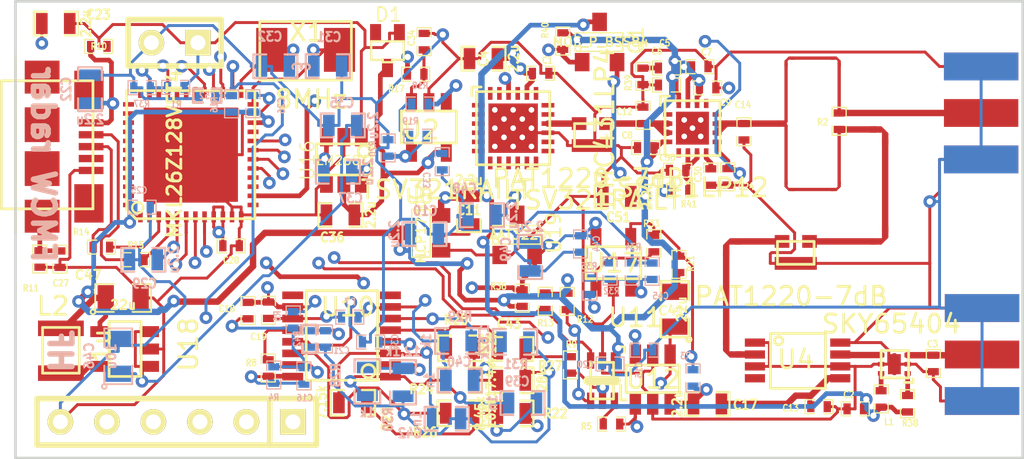
<source format=kicad_pcb>
(kicad_pcb (version 20171130) (host pcbnew "(5.1.12)-1")
  (layers (0 F.Cu signal) (1 Inner1.Cu signal) (2 Inner2.Cu signal) (31 B.Cu signal) (34 B.Paste user hide) (35 F.Paste user hide) (36 B.SilkS user hide) (37 F.SilkS user hide) (38 B.Mask user hide) (39 F.Mask user hide) (44 Edge.Cuts user))
  (net 0 "")
  (net 1 /3V0)
  (net 2 GND)
  (net 3 "Net-(C3-Pad1)")
  (net 4 "Net-(U2-Pad16)")
  (net 5 "Net-(L1-Pad1)")
  (net 6 /IF)
  (net 7 "Net-(F1-Pad2)")
  (net 8 "Net-(F2-Pad2)")
  (net 9 "Net-(F3-Pad1)")
  (net 10 "Net-(F4-Pad1)")
  (net 11 "Net-(F5-Pad2)")
  (net 12 "Net-(F6-Pad2)")
  (net 13 "Net-(F7-Pad2)")
  (net 14 "Net-(F7-Pad1)")
  (net 15 "Net-(F8-Pad1)")
  (net 16 "Net-(U3-Pad4)")
  (net 17 /mcu/5V)
  (net 18 /mcu/ADC_DP)
  (net 19 "Net-(C16-Pad2)")
  (net 20 "Net-(C17-Pad1)")
  (net 21 /mcu/ADC_DM)
  (net 22 "Net-(C19-Pad2)")
  (net 23 "Net-(C21-Pad1)")
  (net 24 /VG)
  (net 25 /mcu/VBUS)
  (net 26 /mcu/3V3)
  (net 27 "Net-(C27-Pad1)")
  (net 28 /mcu/3V3A)
  (net 29 "Net-(C29-Pad1)")
  (net 30 "Net-(C31-Pad1)")
  (net 31 "Net-(C32-Pad1)")
  (net 32 "Net-(R5-Pad2)")
  (net 33 /mcu/I2C_SDA)
  (net 34 "Net-(R14-Pad1)")
  (net 35 /mcu/USBP)
  (net 36 "Net-(R15-Pad1)")
  (net 37 /mcu/USBM)
  (net 38 /mcu/~RESET)
  (net 39 /mcu/PA_EN)
  (net 40 /mcu/PA_DET)
  (net 41 /mcu/DAC_OUT)
  (net 42 "Net-(U14-Pad34)")
  (net 43 "Net-(U14-Pad36)")
  (net 44 /mcu/SWD_CLK)
  (net 45 /mcu/UART_RX)
  (net 46 /mcu/UART_TX)
  (net 47 /mcu/SWD_DIO)
  (net 48 "Net-(U14-Pad21)")
  (net 49 "Net-(U14-Pad13)")
  (net 50 "Net-(U14-Pad15)")
  (net 51 "Net-(U14-Pad16)")
  (net 52 /mcu/I2C_SCL)
  (net 53 "Net-(U14-Pad30)")
  (net 54 "Net-(U14-Pad31)")
  (net 55 "Net-(U14-Pad32)")
  (net 56 "Net-(U14-Pad37)")
  (net 57 "Net-(U14-Pad38)")
  (net 58 "Net-(U14-Pad39)")
  (net 59 "Net-(U14-Pad40)")
  (net 60 "Net-(U14-Pad41)")
  (net 61 "Net-(U14-Pad44)")
  (net 62 "Net-(U14-Pad45)")
  (net 63 "Net-(U14-Pad46)")
  (net 64 "Net-(U14-Pad47)")
  (net 65 "Net-(U14-Pad48)")
  (net 66 /10V)
  (net 67 "Net-(C34-Pad1)")
  (net 68 "Net-(C37-Pad1)")
  (net 69 "Net-(C37-Pad2)")
  (net 70 "Net-(C39-Pad1)")
  (net 71 "Net-(C39-Pad2)")
  (net 72 "Net-(C40-Pad1)")
  (net 73 "Net-(C40-Pad2)")
  (net 74 "Net-(C41-Pad1)")
  (net 75 "Net-(C42-Pad1)")
  (net 76 "Net-(C43-Pad1)")
  (net 77 "Net-(C45-Pad1)")
  (net 78 "Net-(L2-Pad1)")
  (net 79 "Net-(R22-Pad2)")
  (net 80 "Net-(R18-Pad1)")
  (net 81 /VTUNE)
  (net 82 "Net-(R19-Pad2)")
  (net 83 "Net-(R28-Pad2)")
  (net 84 "Net-(R29-Pad2)")
  (net 85 "Net-(R33-Pad2)")
  (net 86 "Net-(U13-Pad4)")
  (net 87 "Net-(U14-Pad42)")
  (net 88 "Net-(U14-Pad43)")
  (net 89 "Net-(R1-Pad2)")
  (net 90 "Net-(C5-Pad2)")
  (net 91 "Net-(C12-Pad1)")
  (net 92 /DET_REF)
  (net 93 "Net-(R38-Pad1)")
  (net 94 /PA_RFOUT)
  (net 95 "Net-(C50-Pad1)")
  (net 96 "Net-(Q1-Pad2)")
  (net 97 "Net-(C41-Pad2)")
  (module SMD_Packages:SM0402_c (layer F.Cu) (at 138.2 86.63)
    (fp_text reference C1 (at 0.375 -0.705) (layer F.SilkS) (effects (font (size 0.35052 0.3048) (thickness 0.07112))))
    (fp_text value 10n hide)
    (pad 1 smd rect (at -0.44958 0) (size 0.39878 0.59944) (layers F.Cu F.Paste F.Mask) (net 1 /3V0))
    (pad 2 smd rect (at 0.44958 0) (size 0.39878 0.59944) (layers F.Cu F.Paste F.Mask) (net 2 GND))
  )
  (module SMD_Packages:SM0402_c (layer F.Cu) (at 155.38 104.97 180)
    (fp_text reference C2 (at 0.355 0.77 180) (layer F.SilkS) (effects (font (size 0.35052 0.3048) (thickness 0.07112))))
    (fp_text value 100n hide)
    (pad 1 smd rect (at -0.44958 0 180) (size 0.39878 0.59944) (layers F.Cu F.Paste F.Mask) (net 1 /3V0))
    (pad 2 smd rect (at 0.44958 0 180) (size 0.39878 0.59944) (layers F.Cu F.Paste F.Mask) (net 2 GND))
  )
  (module SMD_Packages:SM0402_c (layer F.Cu) (at 159.64 102.49 270)
    (fp_text reference C3 (at -1.065 0.04) (layer F.SilkS) (effects (font (size 0.35052 0.3048) (thickness 0.07112))))
    (fp_text value 0.5p hide)
    (pad 1 smd rect (at -0.44958 0 270) (size 0.39878 0.59944) (layers F.Cu F.Paste F.Mask) (net 3 "Net-(C3-Pad1)"))
    (pad 2 smd rect (at 0.44958 0 270) (size 0.39878 0.59944) (layers F.Cu F.Paste F.Mask) (net 2 GND))
  )
  (module SMD_Packages:SM0402_c (layer F.Cu) (at 153.4 104.85)
    (fp_text reference C13 (at -1.55 0.075) (layer F.SilkS) (effects (font (size 0.35052 0.3048) (thickness 0.07112))))
    (fp_text value 100p hide)
    (pad 1 smd rect (at -0.44958 0) (size 0.39878 0.59944) (layers F.Cu F.Paste F.Mask) (net 6 /IF))
    (pad 2 smd rect (at 0.44958 0) (size 0.39878 0.59944) (layers F.Cu F.Paste F.Mask) (net 2 GND))
  )
  (module SMD_Packages:SM0402 (layer F.Cu) (at 156.79 104.43 270)
    (fp_text reference L1 (at 1.245 -0.435) (layer F.SilkS) (effects (font (size 0.35052 0.3048) (thickness 0.07112))))
    (fp_text value 0.6n hide)
    (pad 1 smd rect (at -0.44958 0 270) (size 0.39878 0.59944) (layers F.Cu F.Paste F.Mask) (net 5 "Net-(L1-Pad1)"))
    (pad 2 smd rect (at 0.44958 0 270) (size 0.39878 0.59944) (layers F.Cu F.Paste F.Mask) (net 1 /3V0))
  )
  (module wlan_radar:MSOP-8 (layer F.Cu) (at 149.9 101.35 270)
    (fp_text reference U4 (at 0.925 -2.225 180) (layer F.SilkS))
    (fp_text value HMC219AMS8 hide)
    (pad 1 smd rect (at 0 0 270) (size 0.45 1.1) (layers F.Cu F.Paste F.Mask) (net 2 GND))
    (pad 2 smd rect (at 0.65 0 270) (size 0.45 1.1) (layers F.Cu F.Paste F.Mask) (net 15 "Net-(F8-Pad1)"))
    (pad 3 smd rect (at 1.3 0 270) (size 0.45 1.1) (layers F.Cu F.Paste F.Mask) (net 2 GND))
    (pad 4 smd rect (at 1.95 0 270) (size 0.45 1.1) (layers F.Cu F.Paste F.Mask))
    (pad 5 smd rect (at 1.95 -4.66 270) (size 0.45 1.1) (layers F.Cu F.Paste F.Mask) (net 6 /IF))
    (pad 6 smd rect (at 1.3 -4.66 270) (size 0.45 1.1) (layers F.Cu F.Paste F.Mask) (net 2 GND))
    (pad 7 smd rect (at 0.65 -4.66 270) (size 0.45 1.1) (layers F.Cu F.Paste F.Mask) (net 16 "Net-(U3-Pad4)"))
    (pad 8 smd rect (at 0 -4.66 270) (size 0.45 1.1) (layers F.Cu F.Paste F.Mask) (net 2 GND))
  )
  (module SMD_Packages:SOT23 (layer F.Cu) (at 131.67 95.35 90)
    (fp_text reference U8 (at 1.99898 -0.09906 180) (layer F.SilkS) (effects (font (size 0.762 0.762) (thickness 0.11938))))
    (fp_text value MCP1700 (at 0.0635 0 90) (layer F.SilkS) (effects (font (size 0.50038 0.50038) (thickness 0.09906))))
    (pad 3 smd rect (at 0 -1.09982 90) (size 0.8001 1.00076) (layers F.Cu F.Paste F.Mask) (net 26 /mcu/3V3))
    (pad 2 smd rect (at 0.9525 1.09982 90) (size 0.8001 1.00076) (layers F.Cu F.Paste F.Mask) (net 1 /3V0))
    (pad 1 smd rect (at -0.9525 1.09982 90) (size 0.8001 1.00076) (layers F.Cu F.Paste F.Mask) (net 2 GND))
  )
  (module wlan_radar:PAT1220 (layer F.Cu) (at 151.38 95.82)
    (fp_text reference U7 hide)
    (fp_text value PAT1220-7dB (at 0.5 3) (layer F.SilkS))
    (pad 1 smd rect (at 0 0) (size 0.8 0.7) (layers F.Cu F.Paste F.Mask) (net 13 "Net-(F7-Pad2)"))
    (pad 2 smd rect (at 1.5 0) (size 0.8 0.7) (layers F.Cu F.Paste F.Mask) (net 12 "Net-(F6-Pad2)"))
    (pad 3 smd rect (at 0.75 1.2) (size 2.3 0.7) (layers F.Cu F.Paste F.Mask) (net 2 GND))
  )
  (module wlan_radar:PAT1220 (layer F.Cu) (at 140.3 89.38)
    (fp_text reference U5 hide)
    (fp_text value PAT1220-7dB (at 0.5 3) (layer F.SilkS))
    (pad 1 smd rect (at 0 0) (size 0.8 0.7) (layers F.Cu F.Paste F.Mask) (net 4 "Net-(U2-Pad16)"))
    (pad 2 smd rect (at 1.5 0) (size 0.8 0.7) (layers F.Cu F.Paste F.Mask) (net 91 "Net-(C12-Pad1)"))
    (pad 3 smd rect (at 0.75 1.2) (size 2.3 0.7) (layers F.Cu F.Paste F.Mask) (net 2 GND))
  )
  (module wlan_radar:XFDFN-6 (layer F.Cu) (at 158.24 103.03 180)
    (fp_text reference U3 hide)
    (fp_text value SKY65404 (at 0.9 2.7 180) (layer F.SilkS))
    (pad 1 smd rect (at 0 0 180) (size 0.35 0.25) (layers F.Cu F.Paste F.Mask) (net 93 "Net-(R38-Pad1)"))
    (pad 2 smd rect (at 0 0.5 180) (size 0.35 0.25) (layers F.Cu F.Paste F.Mask) (net 2 GND))
    (pad 3 smd rect (at 0 1 180) (size 0.35 0.25) (layers F.Cu F.Paste F.Mask) (net 3 "Net-(C3-Pad1)"))
    (pad 4 smd rect (at 1.45 1 180) (size 0.35 0.25) (layers F.Cu F.Paste F.Mask) (net 16 "Net-(U3-Pad4)"))
    (pad 5 smd rect (at 1.45 0.5 180) (size 0.35 0.25) (layers F.Cu F.Paste F.Mask) (net 2 GND))
    (pad 6 smd rect (at 1.45 0 180) (size 0.35 0.25) (layers F.Cu F.Paste F.Mask) (net 5 "Net-(L1-Pad1)"))
    (pad PAD smd rect (at 0.725 0.5 180) (size 0.7 1.1) (layers F.Cu F.Paste F.Mask) (net 2 GND))
    (pad PAD smd rect (at 0.725 0.5 180) (size 0.2 1.2) (layers F.Cu F.Paste F.Mask) (net 2 GND))
  )
  (module SMD_Packages:SMD-0402_c (layer B.Cu) (at 143.87 101.76)
    (fp_text reference C15 (at -0.295 1.09 90) (layer B.SilkS) (effects (font (size 0.35052 0.3048) (thickness 0.07112)) (justify mirror)))
    (fp_text value 100n hide)
    (pad 1 smd rect (at -0.44958 0) (size 0.39878 0.59944) (layers B.Cu B.Paste B.Mask) (net 28 /mcu/3V3A))
    (pad 2 smd rect (at 0.44958 0) (size 0.39878 0.59944) (layers B.Cu B.Paste B.Mask) (net 2 GND))
  )
  (module SMD_Packages:SMD-0402_c (layer B.Cu) (at 125.28 103.17 90)
    (fp_text reference C16 (at -1.205 0.045 180) (layer B.SilkS) (effects (font (size 0.35052 0.3048) (thickness 0.07112)) (justify mirror)))
    (fp_text value 10p hide)
    (pad 1 smd rect (at -0.44958 0 90) (size 0.39878 0.59944) (layers B.Cu B.Paste B.Mask) (net 18 /mcu/ADC_DP))
    (pad 2 smd rect (at 0.44958 0 90) (size 0.39878 0.59944) (layers B.Cu B.Paste B.Mask) (net 19 "Net-(C16-Pad2)"))
  )
  (module SMD_Packages:SMD-0603_c (layer F.Cu) (at 147.31 104.7)
    (fp_text reference C17 (at 2.065 0.05 180) (layer F.SilkS) (effects (font (size 0.508 0.4572) (thickness 0.1143))))
    (fp_text value 2.2u (at -1.651 0 90) (layer F.SilkS) (effects (font (size 0.508 0.4572) (thickness 0.1143))))
    (pad 1 smd rect (at -0.762 0) (size 0.635 1.143) (layers F.Cu F.Paste F.Mask) (net 20 "Net-(C17-Pad1)"))
    (pad 2 smd rect (at 0.762 0) (size 0.635 1.143) (layers F.Cu F.Paste F.Mask) (net 6 /IF))
  )
  (module SMD_Packages:SMD-0402_c (layer F.Cu) (at 122.23 99.6 90)
    (fp_text reference C18 (at 0.1 -1.155 180) (layer F.SilkS) (effects (font (size 0.35052 0.3048) (thickness 0.07112))))
    (fp_text value 10p hide)
    (pad 1 smd rect (at -0.44958 0 90) (size 0.39878 0.59944) (layers F.Cu F.Paste F.Mask) (net 19 "Net-(C16-Pad2)"))
    (pad 2 smd rect (at 0.44958 0 90) (size 0.39878 0.59944) (layers F.Cu F.Paste F.Mask) (net 21 /mcu/ADC_DM))
  )
  (module SMD_Packages:SMD-0402_c (layer F.Cu) (at 123.34 99.58 270)
    (fp_text reference C19 (at 1.445 0.54) (layer F.SilkS) (effects (font (size 0.35052 0.3048) (thickness 0.07112))))
    (fp_text value 10p hide)
    (pad 1 smd rect (at -0.44958 0 270) (size 0.39878 0.59944) (layers F.Cu F.Paste F.Mask) (net 21 /mcu/ADC_DM))
    (pad 2 smd rect (at 0.44958 0 270) (size 0.39878 0.59944) (layers F.Cu F.Paste F.Mask) (net 22 "Net-(C19-Pad2)"))
  )
  (module SMD_Packages:SMD-0402_c (layer B.Cu) (at 141.99 102.52 180)
    (fp_text reference C20 (at 1.34 -0.03 180) (layer B.SilkS) (effects (font (size 0.35052 0.3048) (thickness 0.07112)) (justify mirror)))
    (fp_text value 100n hide)
    (pad 1 smd rect (at -0.44958 0 180) (size 0.39878 0.59944) (layers B.Cu B.Paste B.Mask) (net 26 /mcu/3V3))
    (pad 2 smd rect (at 0.44958 0 180) (size 0.39878 0.59944) (layers B.Cu B.Paste B.Mask) (net 2 GND))
  )
  (module SMD_Packages:SMD-0402_c (layer B.Cu) (at 126.45 101.15 270)
    (fp_text reference C21 (at 0.625 -0.875) (layer B.SilkS) (effects (font (size 0.35052 0.3048) (thickness 0.07112)) (justify mirror)))
    (fp_text value 10p hide)
    (pad 1 smd rect (at -0.44958 0 270) (size 0.39878 0.59944) (layers B.Cu B.Paste B.Mask) (net 23 "Net-(C21-Pad1)"))
    (pad 2 smd rect (at 0.44958 0 270) (size 0.39878 0.59944) (layers B.Cu B.Paste B.Mask) (net 24 /VG))
  )
  (module SMD_Packages:SMD-0603_c (layer B.Cu) (at 113.6 87.5 90)
    (fp_text reference C22 (at 0 -1.3 90) (layer B.SilkS) (effects (font (size 0.508 0.4572) (thickness 0.1143)) (justify mirror)))
    (fp_text value 2.2u (at -1.651 0) (layer B.SilkS) (effects (font (size 0.508 0.4572) (thickness 0.1143)) (justify mirror)))
    (pad 1 smd rect (at -0.762 0 90) (size 0.635 1.143) (layers B.Cu B.Paste B.Mask) (net 25 /mcu/VBUS))
    (pad 2 smd rect (at 0.762 0 90) (size 0.635 1.143) (layers B.Cu B.Paste B.Mask) (net 2 GND))
  )
  (module SMD_Packages:SMD-0603_c (layer F.Cu) (at 111.73 83.91 180)
    (fp_text reference C23 (at -2.32 0.485) (layer F.SilkS) (effects (font (size 0.508 0.4572) (thickness 0.1143))))
    (fp_text value 2.2u (at -1.651 0 270) (layer F.SilkS) (effects (font (size 0.508 0.4572) (thickness 0.1143))))
    (pad 1 smd rect (at -0.762 0 180) (size 0.635 1.143) (layers F.Cu F.Paste F.Mask) (net 17 /mcu/5V))
    (pad 2 smd rect (at 0.762 0 180) (size 0.635 1.143) (layers F.Cu F.Paste F.Mask) (net 2 GND))
  )
  (module SMD_Packages:SMD-0402_c (layer B.Cu) (at 116.44 93.95)
    (fp_text reference C25 (at -0.165 -0.925) (layer B.SilkS) (effects (font (size 0.35052 0.3048) (thickness 0.07112)) (justify mirror)))
    (fp_text value 100n hide)
    (pad 1 smd rect (at -0.44958 0) (size 0.39878 0.59944) (layers B.Cu B.Paste B.Mask) (net 26 /mcu/3V3))
    (pad 2 smd rect (at 0.44958 0) (size 0.39878 0.59944) (layers B.Cu B.Paste B.Mask) (net 2 GND))
  )
  (module SMD_Packages:SMD-0402_c (layer B.Cu) (at 122.49 88.29 90)
    (fp_text reference C26 (at -0.11 1.56 90) (layer B.SilkS) (effects (font (size 0.35052 0.3048) (thickness 0.07112)) (justify mirror)))
    (fp_text value 100n hide)
    (pad 1 smd rect (at -0.44958 0 90) (size 0.39878 0.59944) (layers B.Cu B.Paste B.Mask) (net 26 /mcu/3V3))
    (pad 2 smd rect (at 0.44958 0 90) (size 0.39878 0.59944) (layers B.Cu B.Paste B.Mask) (net 2 GND))
  )
  (module SMD_Packages:SMD-0402_c (layer F.Cu) (at 121.3 96.06)
    (fp_text reference C28 (at 0 0.79) (layer F.SilkS) (effects (font (size 0.35052 0.3048) (thickness 0.07112))))
    (fp_text value 100n hide)
    (pad 1 smd rect (at -0.44958 0) (size 0.39878 0.59944) (layers F.Cu F.Paste F.Mask) (net 28 /mcu/3V3A))
    (pad 2 smd rect (at 0.44958 0) (size 0.39878 0.59944) (layers F.Cu F.Paste F.Mask) (net 2 GND))
  )
  (module SMD_Packages:SMD-0603_c (layer B.Cu) (at 116.51 96.82 180)
    (fp_text reference C29 (at -0.065 -1.305 180) (layer B.SilkS) (effects (font (size 0.508 0.4572) (thickness 0.1143)) (justify mirror)))
    (fp_text value 2.2u (at -1.651 0 90) (layer B.SilkS) (effects (font (size 0.508 0.4572) (thickness 0.1143)) (justify mirror)))
    (pad 1 smd rect (at -0.762 0 180) (size 0.635 1.143) (layers B.Cu B.Paste B.Mask) (net 29 "Net-(C29-Pad1)"))
    (pad 2 smd rect (at 0.762 0 180) (size 0.635 1.143) (layers B.Cu B.Paste B.Mask) (net 2 GND))
  )
  (module SMD_Packages:SMD-0603_c (layer B.Cu) (at 126.58 86.24)
    (fp_text reference C31 (at 0.07 -1.59) (layer B.SilkS) (effects (font (size 0.508 0.4572) (thickness 0.1143)) (justify mirror)))
    (fp_text value C (at -1.651 0 270) (layer B.SilkS) (effects (font (size 0.508 0.4572) (thickness 0.1143)) (justify mirror)))
    (pad 1 smd rect (at -0.762 0) (size 0.635 1.143) (layers B.Cu B.Paste B.Mask) (net 30 "Net-(C31-Pad1)"))
    (pad 2 smd rect (at 0.762 0) (size 0.635 1.143) (layers B.Cu B.Paste B.Mask) (net 2 GND))
  )
  (module SMD_Packages:SMD-0603_c (layer B.Cu) (at 123.72 86.25 180)
    (fp_text reference C32 (at 0.295 1.625 180) (layer B.SilkS) (effects (font (size 0.508 0.4572) (thickness 0.1143)) (justify mirror)))
    (fp_text value C (at -1.651 0 90) (layer B.SilkS) (effects (font (size 0.508 0.4572) (thickness 0.1143)) (justify mirror)))
    (pad 1 smd rect (at -0.762 0 180) (size 0.635 1.143) (layers B.Cu B.Paste B.Mask) (net 31 "Net-(C32-Pad1)"))
    (pad 2 smd rect (at 0.762 0 180) (size 0.635 1.143) (layers B.Cu B.Paste B.Mask) (net 2 GND))
  )
  (module SMD_Packages:QFN-48-1EP (layer F.Cu) (at 119.1 91.08 90)
    (fp_text reference U14 hide)
    (fp_text value MKL26Z128VFT4 (at 0.0508 -0.889 90) (layer F.SilkS) (effects (font (size 0.762 0.762) (thickness 0.1524))))
    (pad 1 smd rect (at -3.39852 -2.74828 90) (size 0.59944 0.24892) (layers F.Cu F.Paste F.Mask) (net 26 /mcu/3V3))
    (pad 2 smd rect (at -3.39852 -2.2479 90) (size 0.59944 0.24892) (layers F.Cu F.Paste F.Mask) (net 2 GND))
    (pad 3 smd rect (at -3.39852 -1.74752 90) (size 0.59944 0.24892) (layers F.Cu F.Paste F.Mask) (net 34 "Net-(R14-Pad1)"))
    (pad 4 smd rect (at -3.39852 -1.24714 90) (size 0.59944 0.24892) (layers F.Cu F.Paste F.Mask) (net 36 "Net-(R15-Pad1)"))
    (pad 5 smd rect (at -3.39852 -0.7493 90) (size 0.59944 0.24892) (layers F.Cu F.Paste F.Mask) (net 29 "Net-(C29-Pad1)"))
    (pad 6 smd rect (at -3.39852 -0.24892 90) (size 0.59944 0.24892) (layers F.Cu F.Paste F.Mask) (net 25 /mcu/VBUS))
    (pad 7 smd rect (at -3.39852 0.25146 90) (size 0.59944 0.24892) (layers F.Cu F.Paste F.Mask) (net 18 /mcu/ADC_DP))
    (pad 8 smd rect (at -3.39852 0.75184 90) (size 0.59944 0.24892) (layers F.Cu F.Paste F.Mask) (net 21 /mcu/ADC_DM))
    (pad 9 smd rect (at -3.39852 1.25222 90) (size 0.59944 0.24892) (layers F.Cu F.Paste F.Mask) (net 28 /mcu/3V3A))
    (pad 10 smd rect (at -3.39852 1.7526 90) (size 0.59944 0.24892) (layers F.Cu F.Paste F.Mask) (net 28 /mcu/3V3A))
    (pad 11 smd rect (at -3.39852 2.25298 90) (size 0.59944 0.24892) (layers F.Cu F.Paste F.Mask) (net 2 GND))
    (pad 12 smd rect (at -3.39852 2.75082 90) (size 0.59944 0.24892) (layers F.Cu F.Paste F.Mask) (net 2 GND))
    (pad 33 smd rect (at 3.39852 -1.25222 90) (size 0.59944 0.24892) (layers F.Cu F.Paste F.Mask) (net 40 /mcu/PA_DET))
    (pad 34 smd rect (at 3.39852 -1.75006 90) (size 0.59944 0.24892) (layers F.Cu F.Paste F.Mask) (net 42 "Net-(U14-Pad34)"))
    (pad 35 smd rect (at 3.39852 -2.25044 90) (size 0.59944 0.24892) (layers F.Cu F.Paste F.Mask) (net 89 "Net-(R1-Pad2)"))
    (pad 36 smd rect (at 3.39852 -2.75082 90) (size 0.59944 0.24892) (layers F.Cu F.Paste F.Mask) (net 43 "Net-(U14-Pad36)"))
    (pad 17 smd rect (at -0.7493 3.40106 90) (size 0.24892 0.59944) (layers F.Cu F.Paste F.Mask) (net 44 /mcu/SWD_CLK))
    (pad 18 smd rect (at -0.25 3.4 90) (size 0.24892 0.59944) (layers F.Cu F.Paste F.Mask) (net 45 /mcu/UART_RX))
    (pad 19 smd rect (at 0.24892 3.40106 90) (size 0.24892 0.59944) (layers F.Cu F.Paste F.Mask) (net 46 /mcu/UART_TX))
    (pad 20 smd rect (at 0.7493 3.40106 90) (size 0.24892 0.59944) (layers F.Cu F.Paste F.Mask) (net 47 /mcu/SWD_DIO))
    (pad 21 smd rect (at 1.24968 3.40106 90) (size 0.24892 0.59944) (layers F.Cu F.Paste F.Mask) (net 48 "Net-(U14-Pad21)"))
    (pad 22 smd rect (at 1.75006 3.40106 90) (size 0.24892 0.59944) (layers F.Cu F.Paste F.Mask) (net 26 /mcu/3V3))
    (pad 23 smd rect (at 2.25044 3.40106 90) (size 0.24892 0.59944) (layers F.Cu F.Paste F.Mask) (net 2 GND))
    (pad 24 smd rect (at 2.75082 3.40106 90) (size 0.24892 0.59944) (layers F.Cu F.Paste F.Mask) (net 30 "Net-(C31-Pad1)"))
    (pad 13 smd rect (at -2.74828 3.40106 90) (size 0.24892 0.59944) (layers F.Cu F.Paste F.Mask) (net 49 "Net-(U14-Pad13)"))
    (pad 14 smd rect (at -2.2479 3.40106 90) (size 0.24892 0.59944) (layers F.Cu F.Paste F.Mask) (net 41 /mcu/DAC_OUT))
    (pad 15 smd rect (at -1.74752 3.40106 90) (size 0.24892 0.59944) (layers F.Cu F.Paste F.Mask) (net 50 "Net-(U14-Pad15)"))
    (pad 16 smd rect (at -1.24968 3.40106 90) (size 0.24892 0.59944) (layers F.Cu F.Paste F.Mask) (net 51 "Net-(U14-Pad16)"))
    (pad 25 smd rect (at 3.39852 2.74828 90) (size 0.59944 0.24892) (layers F.Cu F.Paste F.Mask) (net 31 "Net-(C32-Pad1)"))
    (pad 26 smd rect (at 3.40106 2.2479 90) (size 0.59944 0.24892) (layers F.Cu F.Paste F.Mask) (net 38 /mcu/~RESET))
    (pad 27 smd rect (at 3.40106 1.75006 90) (size 0.59944 0.24892) (layers F.Cu F.Paste F.Mask) (net 52 /mcu/I2C_SCL))
    (pad 28 smd rect (at 3.40106 1.24968 90) (size 0.59944 0.24892) (layers F.Cu F.Paste F.Mask) (net 33 /mcu/I2C_SDA))
    (pad 29 smd rect (at 3.40106 0.7493 90) (size 0.59944 0.24892) (layers F.Cu F.Paste F.Mask) (net 39 /mcu/PA_EN))
    (pad 30 smd rect (at 3.40106 0.24892 90) (size 0.59944 0.24892) (layers F.Cu F.Paste F.Mask) (net 53 "Net-(U14-Pad30)"))
    (pad 31 smd rect (at 3.40106 -0.25146 90) (size 0.59944 0.24892) (layers F.Cu F.Paste F.Mask) (net 54 "Net-(U14-Pad31)"))
    (pad 32 smd rect (at 3.40106 -0.75184 90) (size 0.59944 0.24892) (layers F.Cu F.Paste F.Mask) (net 55 "Net-(U14-Pad32)"))
    (pad 37 smd rect (at 2.75082 -3.39852 90) (size 0.24892 0.59944) (layers F.Cu F.Paste F.Mask) (net 56 "Net-(U14-Pad37)"))
    (pad 38 smd rect (at 2.25044 -3.39852 90) (size 0.24892 0.59944) (layers F.Cu F.Paste F.Mask) (net 57 "Net-(U14-Pad38)"))
    (pad 39 smd rect (at 1.75006 -3.39852 90) (size 0.24892 0.59944) (layers F.Cu F.Paste F.Mask) (net 58 "Net-(U14-Pad39)"))
    (pad 40 smd rect (at 1.25222 -3.39852 90) (size 0.24892 0.59944) (layers F.Cu F.Paste F.Mask) (net 59 "Net-(U14-Pad40)"))
    (pad 41 smd rect (at 0.75184 -3.39852 90) (size 0.24892 0.59944) (layers F.Cu F.Paste F.Mask) (net 60 "Net-(U14-Pad41)"))
    (pad 42 smd rect (at 0.25146 -3.39852 90) (size 0.24892 0.59944) (layers F.Cu F.Paste F.Mask) (net 87 "Net-(U14-Pad42)"))
    (pad 43 smd rect (at -0.24892 -3.39852 90) (size 0.24892 0.59944) (layers F.Cu F.Paste F.Mask) (net 88 "Net-(U14-Pad43)"))
    (pad 44 smd rect (at -0.7493 -3.39852 90) (size 0.24892 0.59944) (layers F.Cu F.Paste F.Mask) (net 61 "Net-(U14-Pad44)"))
    (pad 45 smd rect (at -1.24968 -3.39852 90) (size 0.24892 0.59944) (layers F.Cu F.Paste F.Mask) (net 62 "Net-(U14-Pad45)"))
    (pad 46 smd rect (at -1.75006 -3.39852 90) (size 0.24892 0.59944) (layers F.Cu F.Paste F.Mask) (net 63 "Net-(U14-Pad46)"))
    (pad 47 smd rect (at -2.2479 -3.39852 90) (size 0.24892 0.59944) (layers F.Cu F.Paste F.Mask) (net 64 "Net-(U14-Pad47)"))
    (pad 48 smd rect (at -2.74828 -3.39852 90) (size 0.24892 0.59944) (layers F.Cu F.Paste F.Mask) (net 65 "Net-(U14-Pad48)"))
    (pad 49 smd rect (at 0 0) (size 5.15 5.15) (layers F.Cu F.Paste F.Mask) (net 2 GND))
  )
  (module SMD_Packages:SMD-0603_c (layer F.Cu) (at 135.08 85.83 180)
    (fp_text reference C4 (at 0 0 270) (layer F.SilkS) (effects (font (size 0.508 0.4572) (thickness 0.1143))))
    (fp_text value 2.2u (at -1.651 0 270) (layer F.SilkS) (effects (font (size 0.508 0.4572) (thickness 0.1143))))
    (pad 1 smd rect (at -0.762 0 180) (size 0.635 1.143) (layers F.Cu F.Paste F.Mask) (net 1 /3V0))
    (pad 2 smd rect (at 0.762 0 180) (size 0.635 1.143) (layers F.Cu F.Paste F.Mask) (net 2 GND))
  )
  (module SMD_Packages:SMD-0603_c (layer B.Cu) (at 131.86 95.42)
    (fp_text reference C10 (at 0.04 -1.27) (layer B.SilkS) (effects (font (size 0.508 0.4572) (thickness 0.1143)) (justify mirror)))
    (fp_text value 2.2u (at -1.651 0 270) (layer B.SilkS) (effects (font (size 0.508 0.4572) (thickness 0.1143)) (justify mirror)))
    (pad 1 smd rect (at -0.762 0) (size 0.635 1.143) (layers B.Cu B.Paste B.Mask) (net 26 /mcu/3V3))
    (pad 2 smd rect (at 0.762 0) (size 0.635 1.143) (layers B.Cu B.Paste B.Mask) (net 2 GND))
  )
  (module SMD_Packages:SMD-0603_c (layer F.Cu) (at 134.29 94.11 270)
    (fp_text reference C11 (at 0 0) (layer F.SilkS) (effects (font (size 0.508 0.4572) (thickness 0.1143))))
    (fp_text value 2.2u (at -1.651 0) (layer F.SilkS) (effects (font (size 0.508 0.4572) (thickness 0.1143))))
    (pad 1 smd rect (at -0.762 0 270) (size 0.635 1.143) (layers F.Cu F.Paste F.Mask) (net 1 /3V0))
    (pad 2 smd rect (at 0.762 0 270) (size 0.635 1.143) (layers F.Cu F.Paste F.Mask) (net 2 GND))
  )
  (module SMD_Packages:SMD-0402_c (layer B.Cu) (at 132.83 91.46 270)
    (fp_text reference C33 (at 1.015 0.83 270) (layer B.SilkS) (effects (font (size 0.35052 0.3048) (thickness 0.07112)) (justify mirror)))
    (fp_text value 100n hide)
    (pad 1 smd rect (at -0.44958 0 270) (size 0.39878 0.59944) (layers B.Cu B.Paste B.Mask) (net 66 /10V))
    (pad 2 smd rect (at 0.44958 0 270) (size 0.39878 0.59944) (layers B.Cu B.Paste B.Mask) (net 2 GND))
  )
  (module SMD_Packages:SMD-0402_c (layer F.Cu) (at 131.84 84.9 90)
    (fp_text reference C34 (at 0.2 -0.69 90) (layer F.SilkS) (effects (font (size 0.35052 0.3048) (thickness 0.07112))))
    (fp_text value 100n hide)
    (pad 1 smd rect (at -0.44958 0 90) (size 0.39878 0.59944) (layers F.Cu F.Paste F.Mask) (net 67 "Net-(C34-Pad1)"))
    (pad 2 smd rect (at 0.44958 0 90) (size 0.39878 0.59944) (layers F.Cu F.Paste F.Mask) (net 2 GND))
  )
  (module SMD_Packages:SMD-0603_c (layer B.Cu) (at 127.4 89.48 180)
    (fp_text reference C35 (at 0.05 1.23 180) (layer B.SilkS) (effects (font (size 0.508 0.4572) (thickness 0.1143)) (justify mirror)))
    (fp_text value 2.2u (at -1.651 0 90) (layer B.SilkS) (effects (font (size 0.508 0.4572) (thickness 0.1143)) (justify mirror)))
    (pad 1 smd rect (at -0.762 0 180) (size 0.635 1.143) (layers B.Cu B.Paste B.Mask) (net 17 /mcu/5V))
    (pad 2 smd rect (at 0.762 0 180) (size 0.635 1.143) (layers B.Cu B.Paste B.Mask) (net 2 GND))
  )
  (module SMD_Packages:SMD-0603_c (layer F.Cu) (at 127.27 94.37 180)
    (fp_text reference C36 (at 0.445 -1.23) (layer F.SilkS) (effects (font (size 0.508 0.4572) (thickness 0.1143))))
    (fp_text value 2.2u (at -1.651 0 270) (layer F.SilkS) (effects (font (size 0.508 0.4572) (thickness 0.1143))))
    (pad 1 smd rect (at -0.762 0 180) (size 0.635 1.143) (layers F.Cu F.Paste F.Mask) (net 66 /10V))
    (pad 2 smd rect (at 0.762 0 180) (size 0.635 1.143) (layers F.Cu F.Paste F.Mask) (net 2 GND))
  )
  (module SMD_Packages:SMD-0603_c (layer B.Cu) (at 127.13 92.01 180)
    (fp_text reference C37 (at -0.695 -1.44 180) (layer B.SilkS) (effects (font (size 0.508 0.4572) (thickness 0.1143)) (justify mirror)))
    (fp_text value 2.2u (at -1.651 0 90) (layer B.SilkS) (effects (font (size 0.508 0.4572) (thickness 0.1143)) (justify mirror)))
    (pad 1 smd rect (at -0.762 0 180) (size 0.635 1.143) (layers B.Cu B.Paste B.Mask) (net 68 "Net-(C37-Pad1)"))
    (pad 2 smd rect (at 0.762 0 180) (size 0.635 1.143) (layers B.Cu B.Paste B.Mask) (net 69 "Net-(C37-Pad2)"))
  )
  (module SMD_Packages:SMD-0402_c (layer B.Cu) (at 128.92 101.32 180)
    (fp_text reference C38 (at -1.33 -0.005 270) (layer B.SilkS) (effects (font (size 0.35052 0.3048) (thickness 0.07112)) (justify mirror)))
    (fp_text value 100n hide)
    (pad 1 smd rect (at -0.44958 0 180) (size 0.39878 0.59944) (layers B.Cu B.Paste B.Mask) (net 28 /mcu/3V3A))
    (pad 2 smd rect (at 0.44958 0 180) (size 0.39878 0.59944) (layers B.Cu B.Paste B.Mask) (net 2 GND))
  )
  (module SMD_Packages:SMD-0603_c (layer B.Cu) (at 137.21 104.65)
    (fp_text reference C39 (at -0.285 -1.175) (layer B.SilkS) (effects (font (size 0.508 0.4572) (thickness 0.1143)) (justify mirror)))
    (fp_text value 1n (at -1.651 0 270) (layer B.SilkS) (effects (font (size 0.508 0.4572) (thickness 0.1143)) (justify mirror)))
    (pad 1 smd rect (at -0.762 0) (size 0.635 1.143) (layers B.Cu B.Paste B.Mask) (net 70 "Net-(C39-Pad1)"))
    (pad 2 smd rect (at 0.762 0) (size 0.635 1.143) (layers B.Cu B.Paste B.Mask) (net 71 "Net-(C39-Pad2)"))
  )
  (module SMD_Packages:SMD-0603_c (layer B.Cu) (at 133.78 103.42)
    (fp_text reference C40 (at -0.03 -1.02) (layer B.SilkS) (effects (font (size 0.508 0.4572) (thickness 0.1143)) (justify mirror)))
    (fp_text value 1n (at -1.651 0 270) (layer B.SilkS) (effects (font (size 0.508 0.4572) (thickness 0.1143)) (justify mirror)))
    (pad 1 smd rect (at -0.762 0) (size 0.635 1.143) (layers B.Cu B.Paste B.Mask) (net 72 "Net-(C40-Pad1)"))
    (pad 2 smd rect (at 0.762 0) (size 0.635 1.143) (layers B.Cu B.Paste B.Mask) (net 73 "Net-(C40-Pad2)"))
  )
  (module SMD_Packages:SMD-0603_c (layer B.Cu) (at 133.07 105.51)
    (fp_text reference C42 (at -1.995 0.79) (layer B.SilkS) (effects (font (size 0.508 0.4572) (thickness 0.1143)) (justify mirror)))
    (fp_text value 1n (at -1.651 0 270) (layer B.SilkS) (effects (font (size 0.508 0.4572) (thickness 0.1143)) (justify mirror)))
    (pad 1 smd rect (at -0.762 0) (size 0.635 1.143) (layers B.Cu B.Paste B.Mask) (net 75 "Net-(C42-Pad1)"))
    (pad 2 smd rect (at 0.762 0) (size 0.635 1.143) (layers B.Cu B.Paste B.Mask) (net 24 /VG))
  )
  (module SMD_Packages:SMD-0603_c (layer F.Cu) (at 136.6 101.7)
    (fp_text reference C43 (at -0.125 -1.375 180) (layer F.SilkS) (effects (font (size 0.508 0.4572) (thickness 0.1143))))
    (fp_text value 1n (at -1.651 0 90) (layer F.SilkS) (effects (font (size 0.508 0.4572) (thickness 0.1143))))
    (pad 1 smd rect (at -0.762 0) (size 0.635 1.143) (layers F.Cu F.Paste F.Mask) (net 76 "Net-(C43-Pad1)"))
    (pad 2 smd rect (at 0.762 0) (size 0.635 1.143) (layers F.Cu F.Paste F.Mask) (net 24 /VG))
  )
  (module SMD_Packages:SMD-0402_c (layer B.Cu) (at 140.38 95.96 270)
    (fp_text reference C44 (at -0.01 -0.87 270) (layer B.SilkS) (effects (font (size 0.35052 0.3048) (thickness 0.07112)) (justify mirror)))
    (fp_text value 100n hide)
    (pad 1 smd rect (at -0.44958 0 270) (size 0.39878 0.59944) (layers B.Cu B.Paste B.Mask) (net 28 /mcu/3V3A))
    (pad 2 smd rect (at 0.44958 0 270) (size 0.39878 0.59944) (layers B.Cu B.Paste B.Mask) (net 2 GND))
  )
  (module SMD_Packages:SMD-0402_c (layer B.Cu) (at 144.29 97.45 90)
    (fp_text reference C45 (at -1.35 0.46 180) (layer B.SilkS) (effects (font (size 0.35052 0.3048) (thickness 0.07112)) (justify mirror)))
    (fp_text value 100n hide)
    (pad 1 smd rect (at -0.44958 0 90) (size 0.39878 0.59944) (layers B.Cu B.Paste B.Mask) (net 77 "Net-(C45-Pad1)"))
    (pad 2 smd rect (at 0.44958 0 90) (size 0.39878 0.59944) (layers B.Cu B.Paste B.Mask) (net 2 GND))
  )
  (module SMD_Packages:SMD-0805 (layer B.Cu) (at 115.14 102.1 90)
    (fp_text reference C46 (at 0.025 -1.59 90) (layer B.SilkS) (effects (font (size 0.50038 0.50038) (thickness 0.10922)) (justify mirror)))
    (fp_text value 10u (at 0 -0.381 90) (layer B.SilkS) (effects (font (size 0.50038 0.50038) (thickness 0.10922)) (justify mirror)))
    (pad 1 smd rect (at -0.9525 0 90) (size 0.889 1.397) (layers B.Cu B.Paste B.Mask) (net 17 /mcu/5V))
    (pad 2 smd rect (at 0.9525 0 90) (size 0.889 1.397) (layers B.Cu B.Paste B.Mask) (net 2 GND))
  )
  (module SMD_Packages:SMD-0805 (layer F.Cu) (at 115.41 98.91)
    (fp_text reference C47 (at -1.91 -1.26) (layer F.SilkS) (effects (font (size 0.50038 0.50038) (thickness 0.10922))))
    (fp_text value 22u (at 0 0.381) (layer F.SilkS) (effects (font (size 0.50038 0.50038) (thickness 0.10922))))
    (pad 1 smd rect (at -0.9525 0) (size 0.889 1.397) (layers F.Cu F.Paste F.Mask) (net 26 /mcu/3V3))
    (pad 2 smd rect (at 0.9525 0) (size 0.889 1.397) (layers F.Cu F.Paste F.Mask) (net 2 GND))
  )
  (module SMD_Packages:SMD-0603_c (layer B.Cu) (at 135 94.39 180)
    (fp_text reference C48 (at 0.95 1.465 180) (layer B.SilkS) (effects (font (size 0.508 0.4572) (thickness 0.1143)) (justify mirror)))
    (fp_text value 2.2u (at -1.651 0 90) (layer B.SilkS) (effects (font (size 0.508 0.4572) (thickness 0.1143)) (justify mirror)))
    (pad 1 smd rect (at -0.762 0 180) (size 0.635 1.143) (layers B.Cu B.Paste B.Mask) (net 17 /mcu/5V))
    (pad 2 smd rect (at 0.762 0 180) (size 0.635 1.143) (layers B.Cu B.Paste B.Mask) (net 2 GND))
  )
  (module SMD_Packages:SMD-0603_c (layer B.Cu) (at 137.63 96.67 270)
    (fp_text reference C49 (at -0.42 1.33 270) (layer B.SilkS) (effects (font (size 0.508 0.4572) (thickness 0.1143)) (justify mirror)))
    (fp_text value 2.2u (at -1.651 0 180) (layer B.SilkS) (effects (font (size 0.508 0.4572) (thickness 0.1143)) (justify mirror)))
    (pad 1 smd rect (at -0.762 0 270) (size 0.635 1.143) (layers B.Cu B.Paste B.Mask) (net 28 /mcu/3V3A))
    (pad 2 smd rect (at 0.762 0 270) (size 0.635 1.143) (layers B.Cu B.Paste B.Mask) (net 2 GND))
  )
  (module SMD_Packages:SOT-323 (layer F.Cu) (at 129.84 85.39)
    (fp_text reference D1 (at 0.06 -1.965) (layer F.SilkS) (effects (font (size 0.762 0.762) (thickness 0.09906))))
    (fp_text value BAS40WT hide)
    (pad 2 smd rect (at -0.65024 -0.94996) (size 0.59944 1.00076) (layers F.Cu F.Paste F.Mask))
    (pad 1 smd rect (at 0.65024 -0.94996) (size 0.59944 1.00076) (layers F.Cu F.Paste F.Mask) (net 17 /mcu/5V))
    (pad 3 smd rect (at 0 0.94996) (size 0.59944 1.00076) (layers F.Cu F.Paste F.Mask) (net 66 /10V))
  )
  (module SMD_Packages:SMD-0402_r (layer F.Cu) (at 131.38 86.68 180)
    (fp_text reference R17 (at 1.055 -0.795 180) (layer F.SilkS) (effects (font (size 0.35052 0.3048) (thickness 0.07112))))
    (fp_text value 100 hide)
    (pad 1 smd rect (at -0.44958 0 180) (size 0.39878 0.59944) (layers F.Cu F.Paste F.Mask) (net 67 "Net-(C34-Pad1)"))
    (pad 2 smd rect (at 0.44958 0 180) (size 0.39878 0.59944) (layers F.Cu F.Paste F.Mask) (net 41 /mcu/DAC_OUT))
  )
  (module SMD_Packages:SMD-0402_r (layer B.Cu) (at 131.61 88.31)
    (fp_text reference R18 (at 0.015 -1.01) (layer B.SilkS) (effects (font (size 0.35052 0.3048) (thickness 0.07112)) (justify mirror)))
    (fp_text value 10k hide)
    (pad 1 smd rect (at -0.44958 0) (size 0.39878 0.59944) (layers B.Cu B.Paste B.Mask) (net 80 "Net-(R18-Pad1)"))
    (pad 2 smd rect (at 0.44958 0) (size 0.39878 0.59944) (layers B.Cu B.Paste B.Mask) (net 81 /VTUNE))
  )
  (module SMD_Packages:SMD-0402_r (layer B.Cu) (at 131.5 90.07)
    (fp_text reference R19 (at -0.4 -0.82) (layer B.SilkS) (effects (font (size 0.35052 0.3048) (thickness 0.07112)) (justify mirror)))
    (fp_text value 10k hide)
    (pad 1 smd rect (at -0.44958 0) (size 0.39878 0.59944) (layers B.Cu B.Paste B.Mask) (net 80 "Net-(R18-Pad1)"))
    (pad 2 smd rect (at 0.44958 0) (size 0.39878 0.59944) (layers B.Cu B.Paste B.Mask) (net 82 "Net-(R19-Pad2)"))
  )
  (module SMD_Packages:SMD-0402_r (layer B.Cu) (at 129.87 90.71 270)
    (fp_text reference R20 (at 0.04 0.845 270) (layer B.SilkS) (effects (font (size 0.35052 0.3048) (thickness 0.07112)) (justify mirror)))
    (fp_text value 10k hide)
    (pad 1 smd rect (at -0.44958 0 270) (size 0.39878 0.59944) (layers B.Cu B.Paste B.Mask) (net 2 GND))
    (pad 2 smd rect (at 0.44958 0 270) (size 0.39878 0.59944) (layers B.Cu B.Paste B.Mask) (net 82 "Net-(R19-Pad2)"))
  )
  (module SMD_Packages:SMD-0402_r (layer F.Cu) (at 145.75 97.075 90)
    (fp_text reference R21 (at 0.05 0.65 90) (layer F.SilkS) (effects (font (size 0.35052 0.3048) (thickness 0.07112))))
    (fp_text value 50 hide)
    (pad 1 smd rect (at -0.44958 0 90) (size 0.39878 0.59944) (layers F.Cu F.Paste F.Mask) (net 97 "Net-(C41-Pad2)"))
    (pad 2 smd rect (at 0.44958 0 90) (size 0.39878 0.59944) (layers F.Cu F.Paste F.Mask) (net 24 /VG))
  )
  (module SMD_Packages:SMD-0603_r (layer F.Cu) (at 136.6 105.22)
    (fp_text reference R22 (at 2.4 0.005 180) (layer F.SilkS) (effects (font (size 0.50038 0.4572) (thickness 0.1143))))
    (fp_text value 8.45k (at -1.69926 0 90) (layer F.SilkS) (effects (font (size 0.508 0.4572) (thickness 0.1143))))
    (pad 1 smd rect (at -0.762 0) (size 0.635 1.143) (layers F.Cu F.Paste F.Mask) (net 71 "Net-(C39-Pad2)"))
    (pad 2 smd rect (at 0.762 0) (size 0.635 1.143) (layers F.Cu F.Paste F.Mask) (net 79 "Net-(R22-Pad2)"))
  )
  (module SMD_Packages:SMD-0603_r (layer F.Cu) (at 127.95 104.64)
    (fp_text reference R23 (at 1.85 0.885 270) (layer F.SilkS) (effects (font (size 0.50038 0.4572) (thickness 0.1143))))
    (fp_text value 7.15k (at -1.69926 0 90) (layer F.SilkS) (effects (font (size 0.508 0.4572) (thickness 0.1143))))
    (pad 1 smd rect (at -0.762 0) (size 0.635 1.143) (layers F.Cu F.Paste F.Mask) (net 75 "Net-(C42-Pad1)"))
    (pad 2 smd rect (at 0.762 0) (size 0.635 1.143) (layers F.Cu F.Paste F.Mask) (net 71 "Net-(C39-Pad2)"))
  )
  (module SMD_Packages:SMD-0603_r (layer F.Cu) (at 133.79 103.41 180)
    (fp_text reference R24 (at 2.09 -0.49) (layer F.SilkS) (effects (font (size 0.50038 0.4572) (thickness 0.1143))))
    (fp_text value 17.4k (at -1.69926 0 270) (layer F.SilkS) (effects (font (size 0.508 0.4572) (thickness 0.1143))))
    (pad 1 smd rect (at -0.762 0 180) (size 0.635 1.143) (layers F.Cu F.Paste F.Mask) (net 73 "Net-(C40-Pad2)"))
    (pad 2 smd rect (at 0.762 0 180) (size 0.635 1.143) (layers F.Cu F.Paste F.Mask) (net 70 "Net-(C39-Pad1)"))
  )
  (module SMD_Packages:SMD-0603_r (layer F.Cu) (at 133.81 101.66 180)
    (fp_text reference R25 (at 0.235 1.56) (layer F.SilkS) (effects (font (size 0.50038 0.4572) (thickness 0.1143))))
    (fp_text value 4.12k (at -1.69926 0 270) (layer F.SilkS) (effects (font (size 0.508 0.4572) (thickness 0.1143))))
    (pad 1 smd rect (at -0.762 0 180) (size 0.635 1.143) (layers F.Cu F.Paste F.Mask) (net 73 "Net-(C40-Pad2)"))
    (pad 2 smd rect (at 0.762 0 180) (size 0.635 1.143) (layers F.Cu F.Paste F.Mask) (net 76 "Net-(C43-Pad1)"))
  )
  (module SMD_Packages:SMD-0603_r (layer F.Cu) (at 133.78 105.21 180)
    (fp_text reference R26 (at 1.88 -1.04) (layer F.SilkS) (effects (font (size 0.50038 0.4572) (thickness 0.1143))))
    (fp_text value 102k (at -1.69926 0 270) (layer F.SilkS) (effects (font (size 0.508 0.4572) (thickness 0.1143))))
    (pad 1 smd rect (at -0.762 0 180) (size 0.635 1.143) (layers F.Cu F.Paste F.Mask) (net 71 "Net-(C39-Pad2)"))
    (pad 2 smd rect (at 0.762 0 180) (size 0.635 1.143) (layers F.Cu F.Paste F.Mask) (net 24 /VG))
  )
  (module SMD_Packages:SMD-0603_r (layer F.Cu) (at 136.6 103.41 180)
    (fp_text reference R27 (at -2.125 0.785) (layer F.SilkS) (effects (font (size 0.50038 0.4572) (thickness 0.1143))))
    (fp_text value 28k (at -1.69926 0 270) (layer F.SilkS) (effects (font (size 0.508 0.4572) (thickness 0.1143))))
    (pad 1 smd rect (at -0.762 0 180) (size 0.635 1.143) (layers F.Cu F.Paste F.Mask) (net 24 /VG))
    (pad 2 smd rect (at 0.762 0 180) (size 0.635 1.143) (layers F.Cu F.Paste F.Mask) (net 73 "Net-(C40-Pad2)"))
  )
  (module SMD_Packages:SMD-0603_r (layer B.Cu) (at 128.74 103.47 90)
    (fp_text reference R28 (at 0.345 -1.74 90) (layer B.SilkS) (effects (font (size 0.50038 0.4572) (thickness 0.1143)) (justify mirror)))
    (fp_text value 1k (at -1.69926 0) (layer B.SilkS) (effects (font (size 0.508 0.4572) (thickness 0.1143)) (justify mirror)))
    (pad 1 smd rect (at -0.762 0 90) (size 0.635 1.143) (layers B.Cu B.Paste B.Mask) (net 70 "Net-(C39-Pad1)"))
    (pad 2 smd rect (at 0.762 0 90) (size 0.635 1.143) (layers B.Cu B.Paste B.Mask) (net 83 "Net-(R28-Pad2)"))
  )
  (module SMD_Packages:SMD-0603_r (layer B.Cu) (at 133.65 101.26)
    (fp_text reference R29 (at 0.15 -1.335) (layer B.SilkS) (effects (font (size 0.50038 0.4572) (thickness 0.1143)) (justify mirror)))
    (fp_text value 1k (at -1.69926 0 270) (layer B.SilkS) (effects (font (size 0.508 0.4572) (thickness 0.1143)) (justify mirror)))
    (pad 1 smd rect (at -0.762 0) (size 0.635 1.143) (layers B.Cu B.Paste B.Mask) (net 72 "Net-(C40-Pad1)"))
    (pad 2 smd rect (at 0.762 0) (size 0.635 1.143) (layers B.Cu B.Paste B.Mask) (net 84 "Net-(R29-Pad2)"))
  )
  (module SMD_Packages:SMD-0603_r (layer B.Cu) (at 130.69 103.52 270)
    (fp_text reference R30 (at 2.03 0.815 270) (layer B.SilkS) (effects (font (size 0.50038 0.4572) (thickness 0.1143)) (justify mirror)))
    (fp_text value 12.1k (at -1.69926 0 180) (layer B.SilkS) (effects (font (size 0.508 0.4572) (thickness 0.1143)) (justify mirror)))
    (pad 1 smd rect (at -0.762 0 270) (size 0.635 1.143) (layers B.Cu B.Paste B.Mask) (net 83 "Net-(R28-Pad2)"))
    (pad 2 smd rect (at 0.762 0 270) (size 0.635 1.143) (layers B.Cu B.Paste B.Mask) (net 24 /VG))
  )
  (module SMD_Packages:SMD-0603_r (layer B.Cu) (at 136.8 101.31)
    (fp_text reference R31 (at 0.05 1.215) (layer B.SilkS) (effects (font (size 0.50038 0.4572) (thickness 0.1143)) (justify mirror)))
    (fp_text value 1.62k (at -1.69926 0 270) (layer B.SilkS) (effects (font (size 0.508 0.4572) (thickness 0.1143)) (justify mirror)))
    (pad 1 smd rect (at -0.762 0) (size 0.635 1.143) (layers B.Cu B.Paste B.Mask) (net 84 "Net-(R29-Pad2)"))
    (pad 2 smd rect (at 0.762 0) (size 0.635 1.143) (layers B.Cu B.Paste B.Mask) (net 24 /VG))
  )
  (module SMD_Packages:SMD-0402_r (layer B.Cu) (at 141.99 97.44 270)
    (fp_text reference R32 (at 1.085 -0.085) (layer B.SilkS) (effects (font (size 0.35052 0.3048) (thickness 0.07112)) (justify mirror)))
    (fp_text value 47k hide)
    (pad 1 smd rect (at -0.44958 0 270) (size 0.39878 0.59944) (layers B.Cu B.Paste B.Mask) (net 28 /mcu/3V3A))
    (pad 2 smd rect (at 0.44958 0 270) (size 0.39878 0.59944) (layers B.Cu B.Paste B.Mask) (net 77 "Net-(C45-Pad1)"))
  )
  (module SMD_Packages:SMD-0402_r (layer F.Cu) (at 144.38 95.94 270)
    (fp_text reference R33 (at -1.09 0.13) (layer F.SilkS) (effects (font (size 0.35052 0.3048) (thickness 0.07112))))
    (fp_text value 1k hide)
    (pad 1 smd rect (at -0.44958 0 270) (size 0.39878 0.59944) (layers F.Cu F.Paste F.Mask) (net 24 /VG))
    (pad 2 smd rect (at 0.44958 0 270) (size 0.39878 0.59944) (layers F.Cu F.Paste F.Mask) (net 85 "Net-(R33-Pad2)"))
  )
  (module SMD_Packages:SMD-0402_r (layer B.Cu) (at 143.2 97.44 90)
    (fp_text reference R34 (at 1.315 0.05 180) (layer B.SilkS) (effects (font (size 0.35052 0.3048) (thickness 0.07112)) (justify mirror)))
    (fp_text value 47k hide)
    (pad 1 smd rect (at -0.44958 0 90) (size 0.39878 0.59944) (layers B.Cu B.Paste B.Mask) (net 77 "Net-(C45-Pad1)"))
    (pad 2 smd rect (at 0.44958 0 90) (size 0.39878 0.59944) (layers B.Cu B.Paste B.Mask) (net 2 GND))
  )
  (module SMD_Packages:SMD-0402_r (layer B.Cu) (at 140.89 98.27 90)
    (fp_text reference R35 (at 1.095 -0.04 180) (layer B.SilkS) (effects (font (size 0.35052 0.3048) (thickness 0.07112)) (justify mirror)))
    (fp_text value NOP hide)
    (pad 1 smd rect (at -0.44958 0 90) (size 0.39878 0.59944) (layers B.Cu B.Paste B.Mask) (net 24 /VG))
    (pad 2 smd rect (at 0.44958 0 90) (size 0.39878 0.59944) (layers B.Cu B.Paste B.Mask) (net 77 "Net-(C45-Pad1)"))
  )
  (module SMD_Packages:SMD-0402_r (layer F.Cu) (at 137.2 98.92 270)
    (fp_text reference R36 (at -0.645 1.3) (layer F.SilkS) (effects (font (size 0.35052 0.3048) (thickness 0.07112))))
    (fp_text value NOP hide)
    (pad 1 smd rect (at -0.44958 0 270) (size 0.39878 0.59944) (layers F.Cu F.Paste F.Mask) (net 28 /mcu/3V3A))
    (pad 2 smd rect (at 0.44958 0 270) (size 0.39878 0.59944) (layers F.Cu F.Paste F.Mask) (net 26 /mcu/3V3))
  )
  (module wlan_radar:SOT-23-5 (layer F.Cu) (at 133.05 88.24 180)
    (fp_text reference U15 hide)
    (fp_text value TSV321RAILT (at 0 -4.75 180) (layer F.SilkS))
    (pad 1 smd rect (at 0 0 180) (size 0.6 1.05) (layers F.Cu F.Paste F.Mask) (net 81 /VTUNE))
    (pad 2 smd rect (at 0.95 0 180) (size 0.6 1.05) (layers F.Cu F.Paste F.Mask) (net 2 GND))
    (pad 3 smd rect (at 1.9 0 180) (size 0.6 1.05) (layers F.Cu F.Paste F.Mask) (net 67 "Net-(C34-Pad1)"))
    (pad 4 smd rect (at 1.9 -2.7 180) (size 0.6 1.05) (layers F.Cu F.Paste F.Mask) (net 82 "Net-(R19-Pad2)"))
    (pad 5 smd rect (at 0 -2.7 180) (size 0.6 1.05) (layers F.Cu F.Paste F.Mask) (net 66 /10V))
  )
  (module wlan_radar:SOT-23-5 (layer F.Cu) (at 141.22 98.31)
    (fp_text reference U17 (at 0.955 -1.31) (layer F.SilkS))
    (fp_text value TSV321RAILT (at 0 -4.75) (layer F.SilkS))
    (pad 1 smd rect (at 0 0) (size 0.6 1.05) (layers F.Cu F.Paste F.Mask) (net 85 "Net-(R33-Pad2)"))
    (pad 2 smd rect (at 0.95 0) (size 0.6 1.05) (layers F.Cu F.Paste F.Mask) (net 2 GND))
    (pad 3 smd rect (at 1.9 0) (size 0.6 1.05) (layers F.Cu F.Paste F.Mask) (net 77 "Net-(C45-Pad1)"))
    (pad 4 smd rect (at 1.9 -2.7) (size 0.6 1.05) (layers F.Cu F.Paste F.Mask) (net 24 /VG))
    (pad 5 smd rect (at 0 -2.7) (size 0.6 1.05) (layers F.Cu F.Paste F.Mask) (net 28 /mcu/3V3A))
  )
  (module wlan_radar:SOT-23-5 (layer F.Cu) (at 116.84 102.65 90)
    (fp_text reference U18 (at 1.2 2.135 270) (layer F.SilkS))
    (fp_text value SC189 hide)
    (pad 1 smd rect (at 0 0 90) (size 0.6 1.05) (layers F.Cu F.Paste F.Mask) (net 17 /mcu/5V))
    (pad 2 smd rect (at 0.95 0 90) (size 0.6 1.05) (layers F.Cu F.Paste F.Mask) (net 2 GND))
    (pad 3 smd rect (at 1.9 0 90) (size 0.6 1.05) (layers F.Cu F.Paste F.Mask) (net 17 /mcu/5V))
    (pad 4 smd rect (at 1.9 -2.7 90) (size 0.6 1.05) (layers F.Cu F.Paste F.Mask) (net 26 /mcu/3V3))
    (pad 5 smd rect (at 0 -2.7 90) (size 0.6 1.05) (layers F.Cu F.Paste F.Mask) (net 78 "Net-(L2-Pad1)"))
  )
  (module SMD_Packages:SOT-23 (layer F.Cu) (at 136.92 95.46)
    (fp_text reference U19 (at 1.99898 -0.09906 90) (layer F.SilkS) (effects (font (size 0.762 0.762) (thickness 0.11938))))
    (fp_text value AAT3220 (at 0.0635 0) (layer F.SilkS) (effects (font (size 0.50038 0.50038) (thickness 0.09906))))
    (pad 3 smd rect (at 0 -1.09982) (size 0.8001 1.00076) (layers F.Cu F.Paste F.Mask) (net 17 /mcu/5V))
    (pad 2 smd rect (at 0.9525 1.09982) (size 0.8001 1.00076) (layers F.Cu F.Paste F.Mask) (net 28 /mcu/3V3A))
    (pad 1 smd rect (at -0.9525 1.09982) (size 0.8001 1.00076) (layers F.Cu F.Paste F.Mask) (net 2 GND))
  )
  (module Connect:SIL-2 (layer F.Cu) (at 118.22 84.96 180)
    (fp_text reference P3 hide)
    (fp_text value CONN_2 hide)
    (pad 1 thru_hole rect (at -1.27 0 180) (size 1.397 1.397) (drill 0.8128) (layers *.Cu *.Mask F.SilkS) (net 17 /mcu/5V))
    (pad 2 thru_hole circle (at 1.27 0 180) (size 1.397 1.397) (drill 0.8128) (layers *.Cu *.Mask F.SilkS) (net 2 GND))
  )
  (module Connect:SIL-6 (layer F.Cu) (at 118.33 105.68 180)
    (fp_text reference P4 hide)
    (fp_text value CONN_6 hide)
    (pad 1 thru_hole rect (at -6.35 0 180) (size 1.397 1.397) (drill 0.8128) (layers *.Cu *.Mask F.SilkS) (net 44 /mcu/SWD_CLK))
    (pad 2 thru_hole circle (at -3.81 0 180) (size 1.397 1.397) (drill 0.8128) (layers *.Cu *.Mask F.SilkS) (net 47 /mcu/SWD_DIO))
    (pad 3 thru_hole circle (at -1.27 0 180) (size 1.397 1.397) (drill 0.8128) (layers *.Cu *.Mask F.SilkS) (net 38 /mcu/~RESET))
    (pad 4 thru_hole circle (at 1.27 0 180) (size 1.397 1.397) (drill 0.8128) (layers *.Cu *.Mask F.SilkS) (net 45 /mcu/UART_RX))
    (pad 5 thru_hole circle (at 3.81 0 180) (size 1.397 1.397) (drill 0.8128) (layers *.Cu *.Mask F.SilkS) (net 46 /mcu/UART_TX))
    (pad 6 thru_hole circle (at 6.35 0 180) (size 1.397 1.397) (drill 0.8128) (layers *.Cu *.Mask F.SilkS) (net 2 GND))
  )
  (module wlan_radar:SSOP-16 (layer F.Cu) (at 130 103.21 90)
    (fp_text reference U10 (at 3.81 -2.325 180) (layer F.SilkS))
    (fp_text value LTC6242 hide)
    (pad 1 smd rect (at 0 0 90) (size 0.4191 1.143) (layers F.Cu F.Paste F.Mask) (net 70 "Net-(C39-Pad1)"))
    (pad 2 smd rect (at 0.635 0 90) (size 0.4191 1.143) (layers F.Cu F.Paste F.Mask) (net 83 "Net-(R28-Pad2)"))
    (pad 3 smd rect (at 1.27 0 90) (size 0.4191 1.143) (layers F.Cu F.Paste F.Mask) (net 75 "Net-(C42-Pad1)"))
    (pad 4 smd rect (at 1.905 0 90) (size 0.4191 1.143) (layers F.Cu F.Paste F.Mask) (net 28 /mcu/3V3A))
    (pad 5 smd rect (at 2.54 0 90) (size 0.4191 1.143) (layers F.Cu F.Paste F.Mask) (net 76 "Net-(C43-Pad1)"))
    (pad 6 smd rect (at 3.175 0 90) (size 0.4191 1.143) (layers F.Cu F.Paste F.Mask) (net 84 "Net-(R29-Pad2)"))
    (pad 7 smd rect (at 3.81 0 90) (size 0.4191 1.143) (layers F.Cu F.Paste F.Mask) (net 72 "Net-(C40-Pad1)"))
    (pad 8 smd rect (at 4.445 0 90) (size 0.4191 1.143) (layers F.Cu F.Paste F.Mask))
    (pad 9 smd rect (at 4.445 -5.334 90) (size 0.4191 1.143) (layers F.Cu F.Paste F.Mask))
    (pad 10 smd rect (at 3.81 -5.334 90) (size 0.4191 1.143) (layers F.Cu F.Paste F.Mask) (net 21 /mcu/ADC_DM))
    (pad 11 smd rect (at 3.175 -5.334 90) (size 0.4191 1.143) (layers F.Cu F.Paste F.Mask) (net 22 "Net-(C19-Pad2)"))
    (pad 12 smd rect (at 2.54 -5.334 90) (size 0.4191 1.143) (layers F.Cu F.Paste F.Mask) (net 23 "Net-(C21-Pad1)"))
    (pad 13 smd rect (at 1.905 -5.334 90) (size 0.4191 1.143) (layers F.Cu F.Paste F.Mask) (net 2 GND))
    (pad 14 smd rect (at 1.27 -5.334 90) (size 0.4191 1.143) (layers F.Cu F.Paste F.Mask) (net 24 /VG))
    (pad 15 smd rect (at 0.635 -5.334 90) (size 0.4191 1.143) (layers F.Cu F.Paste F.Mask) (net 19 "Net-(C16-Pad2)"))
    (pad 16 smd rect (at 0 -5.334 90) (size 0.4191 1.143) (layers F.Cu F.Paste F.Mask) (net 18 /mcu/ADC_DP))
  )
  (module wlan_radar:SOT-23-6 (layer F.Cu) (at 127.46 91.39 180)
    (fp_text reference U16 (at 1.99898 0 270) (layer F.SilkS) (effects (font (size 0.762 0.762) (thickness 0.0762))))
    (fp_text value LM2681 (at 0.0635 0 180) (layer F.SilkS) (effects (font (size 0.50038 0.50038) (thickness 0.0762))))
    (pad 6 smd rect (at -0.9525 -1.27 180) (size 0.70104 1.00076) (layers F.Cu F.Paste F.Mask) (net 68 "Net-(C37-Pad1)"))
    (pad 5 smd rect (at 0 -1.27 180) (size 0.70104 1.00076) (layers F.Cu F.Paste F.Mask) (net 66 /10V))
    (pad 4 smd rect (at 0.9525 -1.27 180) (size 0.70104 1.00076) (layers F.Cu F.Paste F.Mask) (net 2 GND))
    (pad 3 smd rect (at 0.9525 1.27 180) (size 0.70104 1.00076) (layers F.Cu F.Paste F.Mask) (net 69 "Net-(C37-Pad2)"))
    (pad 2 smd rect (at 0 1.27 180) (size 0.70104 1.00076) (layers F.Cu F.Paste F.Mask) (net 2 GND))
    (pad 1 smd rect (at -0.9525 1.27 180) (size 0.70104 1.00076) (layers F.Cu F.Paste F.Mask) (net 17 /mcu/5V))
  )
  (module wlan_radar:TSOT-23 (layer F.Cu) (at 143.37 104.68)
    (fp_text reference U11 (at 0 -4.699) (layer F.SilkS))
    (fp_text value LT6230 hide)
    (pad 1 smd rect (at 0 0) (size 0.62 1.22) (layers F.Cu F.Paste F.Mask) (net 79 "Net-(R22-Pad2)"))
    (pad 2 smd rect (at 0.95 0) (size 0.62 1.22) (layers F.Cu F.Paste F.Mask) (net 2 GND))
    (pad 3 smd rect (at 1.9 0) (size 0.62 1.22) (layers F.Cu F.Paste F.Mask) (net 20 "Net-(C17-Pad1)"))
    (pad 4 smd rect (at 1.9 -2.62) (size 0.62 1.22) (layers F.Cu F.Paste F.Mask) (net 74 "Net-(C41-Pad1)"))
    (pad 5 smd rect (at 0.95 -2.62) (size 0.62 1.22) (layers F.Cu F.Paste F.Mask) (net 2 GND))
    (pad 6 smd rect (at 0 -2.62) (size 0.62 1.22) (layers F.Cu F.Paste F.Mask) (net 28 /mcu/3V3A))
  )
  (module wlan_radar:L2520 (layer F.Cu) (at 112.01 103.02 90)
    (fp_text reference L2 (at 3.67 -0.435 180) (layer F.SilkS))
    (fp_text value 1u (at 1.5 2.2 90) (layer F.SilkS))
    (pad 1 smd rect (at 0 0 90) (size 0.85 2.5) (layers F.Cu F.Paste F.Mask) (net 78 "Net-(L2-Pad1)"))
    (pad 2 smd rect (at 2.45 0 90) (size 0.85 2.5) (layers F.Cu F.Paste F.Mask) (net 26 /mcu/3V3))
  )
  (module SMD_Packages:SMD-0402_r (layer F.Cu) (at 154.5 89.25 270)
    (fp_text reference R2 (at 0.05 0.9) (layer F.SilkS) (effects (font (size 0.35052 0.3048) (thickness 0.07112))))
    (fp_text value 100 hide)
    (pad 1 smd rect (at -0.44958 0 270) (size 0.39878 0.59944) (layers F.Cu F.Paste F.Mask) (net 8 "Net-(F2-Pad2)"))
    (pad 2 smd rect (at 0.44958 0 270) (size 0.39878 0.59944) (layers F.Cu F.Paste F.Mask) (net 10 "Net-(F4-Pad1)"))
  )
  (module SMD_Packages:SMD-0402_r (layer B.Cu) (at 146.52 103.28 270)
    (fp_text reference R3 (at -1.205 0.395) (layer B.SilkS) (effects (font (size 0.35052 0.3048) (thickness 0.07112)) (justify mirror)))
    (fp_text value 4.7k hide)
    (pad 1 smd rect (at -0.44958 0 270) (size 0.39878 0.59944) (layers B.Cu B.Paste B.Mask) (net 24 /VG))
    (pad 2 smd rect (at 0.44958 0 270) (size 0.39878 0.59944) (layers B.Cu B.Paste B.Mask) (net 20 "Net-(C17-Pad1)"))
  )
  (module SMD_Packages:SMD-0402_r (layer B.Cu) (at 123.63 103.12 90)
    (fp_text reference R4 (at -1.23 -0.005 180) (layer B.SilkS) (effects (font (size 0.35052 0.3048) (thickness 0.07112)) (justify mirror)))
    (fp_text value 4.99k hide)
    (pad 1 smd rect (at -0.44958 0 90) (size 0.39878 0.59944) (layers B.Cu B.Paste B.Mask) (net 18 /mcu/ADC_DP))
    (pad 2 smd rect (at 0.44958 0 90) (size 0.39878 0.59944) (layers B.Cu B.Paste B.Mask) (net 19 "Net-(C16-Pad2)"))
  )
  (module SMD_Packages:SMD-0402_r (layer F.Cu) (at 142.07 105.8 180)
    (fp_text reference R5 (at 1.37 -0.125 180) (layer F.SilkS) (effects (font (size 0.35052 0.3048) (thickness 0.07112))))
    (fp_text value 1k hide)
    (pad 1 smd rect (at -0.44958 0 180) (size 0.39878 0.59944) (layers F.Cu F.Paste F.Mask) (net 79 "Net-(R22-Pad2)"))
    (pad 2 smd rect (at 0.44958 0 180) (size 0.39878 0.59944) (layers F.Cu F.Paste F.Mask) (net 32 "Net-(R5-Pad2)"))
  )
  (module SMD_Packages:SMD-0402_r (layer B.Cu) (at 124.69 100.11 90)
    (fp_text reference R6 (at 0.21 -0.865 90) (layer B.SilkS) (effects (font (size 0.35052 0.3048) (thickness 0.07112)) (justify mirror)))
    (fp_text value 4.99k hide)
    (pad 1 smd rect (at -0.44958 0 90) (size 0.39878 0.59944) (layers B.Cu B.Paste B.Mask) (net 19 "Net-(C16-Pad2)"))
    (pad 2 smd rect (at 0.44958 0 90) (size 0.39878 0.59944) (layers B.Cu B.Paste B.Mask) (net 21 /mcu/ADC_DM))
  )
  (module SMD_Packages:SMD-0402_r (layer B.Cu) (at 127.78 99.96)
    (fp_text reference R7 (at 0.02 -0.835) (layer B.SilkS) (effects (font (size 0.35052 0.3048) (thickness 0.07112)) (justify mirror)))
    (fp_text value 200k hide)
    (pad 1 smd rect (at -0.44958 0) (size 0.39878 0.59944) (layers B.Cu B.Paste B.Mask) (net 22 "Net-(C19-Pad2)"))
    (pad 2 smd rect (at 0.44958 0) (size 0.39878 0.59944) (layers B.Cu B.Paste B.Mask) (net 72 "Net-(C40-Pad1)"))
  )
  (module SMD_Packages:SMD-0402_r (layer F.Cu) (at 123.33 102.74 90)
    (fp_text reference R8 (at 0.29 -0.93 180) (layer F.SilkS) (effects (font (size 0.35052 0.3048) (thickness 0.07112))))
    (fp_text value 200k hide)
    (pad 1 smd rect (at -0.44958 0 90) (size 0.39878 0.59944) (layers F.Cu F.Paste F.Mask) (net 18 /mcu/ADC_DP))
    (pad 2 smd rect (at 0.44958 0 90) (size 0.39878 0.59944) (layers F.Cu F.Paste F.Mask) (net 23 "Net-(C21-Pad1)"))
  )
  (module SMD_Packages:SMD-0402_r (layer F.Cu) (at 139.83 102.57 90)
    (fp_text reference R9 (at 1.12 0.045 180) (layer F.SilkS) (effects (font (size 0.35052 0.3048) (thickness 0.07112))))
    (fp_text value 1.5k hide)
    (pad 1 smd rect (at -0.44958 0 90) (size 0.39878 0.59944) (layers F.Cu F.Paste F.Mask) (net 74 "Net-(C41-Pad1)"))
    (pad 2 smd rect (at 0.44958 0 90) (size 0.39878 0.59944) (layers F.Cu F.Paste F.Mask) (net 24 /VG))
  )
  (module SMD_Packages:SMD-0402_r (layer F.Cu) (at 114.08 85.16 180)
    (fp_text reference R10 (at 0 0 180) (layer F.SilkS) (effects (font (size 0.35052 0.3048) (thickness 0.07112))))
    (fp_text value 0 hide)
    (pad 1 smd rect (at -0.44958 0 180) (size 0.39878 0.59944) (layers F.Cu F.Paste F.Mask) (net 17 /mcu/5V))
    (pad 2 smd rect (at 0.44958 0 180) (size 0.39878 0.59944) (layers F.Cu F.Paste F.Mask) (net 25 /mcu/VBUS))
  )
  (module SMD_Packages:SMD-0402_r (layer F.Cu) (at 110.86 96.78 270)
    (fp_text reference R11 (at 1.595 0.485) (layer F.SilkS) (effects (font (size 0.35052 0.3048) (thickness 0.07112))))
    (fp_text value 1M hide)
    (pad 1 smd rect (at -0.44958 0 270) (size 0.39878 0.59944) (layers F.Cu F.Paste F.Mask) (net 27 "Net-(C27-Pad1)"))
    (pad 2 smd rect (at 0.44958 0 270) (size 0.39878 0.59944) (layers F.Cu F.Paste F.Mask) (net 2 GND))
  )
  (module SMD_Packages:SMD-0402_r (layer F.Cu) (at 139.65 99.1 270)
    (fp_text reference R12 (at 0.975 -0.975) (layer F.SilkS) (effects (font (size 0.35052 0.3048) (thickness 0.07112))))
    (fp_text value 10k hide)
    (pad 1 smd rect (at -0.44958 0 270) (size 0.39878 0.59944) (layers F.Cu F.Paste F.Mask) (net 26 /mcu/3V3))
    (pad 2 smd rect (at 0.44958 0 270) (size 0.39878 0.59944) (layers F.Cu F.Paste F.Mask) (net 33 /mcu/I2C_SDA))
  )
  (module SMD_Packages:SMD-0402_r (layer F.Cu) (at 138.45 99.09 270)
    (fp_text reference R13 (at 1.185 -0.025) (layer F.SilkS) (effects (font (size 0.35052 0.3048) (thickness 0.07112))))
    (fp_text value 10k hide)
    (pad 1 smd rect (at -0.44958 0 270) (size 0.39878 0.59944) (layers F.Cu F.Paste F.Mask) (net 26 /mcu/3V3))
    (pad 2 smd rect (at 0.44958 0 270) (size 0.39878 0.59944) (layers F.Cu F.Paste F.Mask) (net 52 /mcu/I2C_SCL))
  )
  (module SMD_Packages:SMD-0402_r (layer F.Cu) (at 114.22 96.13 180)
    (fp_text reference R14 (at 1.095 0.83 180) (layer F.SilkS) (effects (font (size 0.35052 0.3048) (thickness 0.07112))))
    (fp_text value 33 hide)
    (pad 1 smd rect (at -0.44958 0 180) (size 0.39878 0.59944) (layers F.Cu F.Paste F.Mask) (net 34 "Net-(R14-Pad1)"))
    (pad 2 smd rect (at 0.44958 0 180) (size 0.39878 0.59944) (layers F.Cu F.Paste F.Mask) (net 35 /mcu/USBP))
  )
  (module SMD_Packages:SMD-0402_r (layer F.Cu) (at 116.1 96.82 180)
    (fp_text reference R15 (at 0 0.795 180) (layer F.SilkS) (effects (font (size 0.35052 0.3048) (thickness 0.07112))))
    (fp_text value 33 hide)
    (pad 1 smd rect (at -0.44958 0 180) (size 0.39878 0.59944) (layers F.Cu F.Paste F.Mask) (net 36 "Net-(R15-Pad1)"))
    (pad 2 smd rect (at 0.44958 0 180) (size 0.39878 0.59944) (layers F.Cu F.Paste F.Mask) (net 37 /mcu/USBM))
  )
  (module SMD_Packages:SMD-0402_r (layer B.Cu) (at 121.33 88.3 270)
    (fp_text reference R16 (at 0.05 0.955 270) (layer B.SilkS) (effects (font (size 0.35052 0.3048) (thickness 0.07112)) (justify mirror)))
    (fp_text value 47k hide)
    (pad 1 smd rect (at -0.44958 0 270) (size 0.39878 0.59944) (layers B.Cu B.Paste B.Mask) (net 38 /mcu/~RESET))
    (pad 2 smd rect (at 0.44958 0 270) (size 0.39878 0.59944) (layers B.Cu B.Paste B.Mask) (net 26 /mcu/3V3))
  )
  (module wlan_radar:XTAL-7A (layer F.Cu) (at 123.52 85.35)
    (fp_text reference X1 (at 1.905 -0.975) (layer F.SilkS))
    (fp_text value 8MHz (at 2.15 2.7) (layer F.SilkS))
    (pad 1 smd rect (at 0 0) (size 1.7 2.4) (layers F.Cu F.Paste F.Mask) (net 31 "Net-(C32-Pad1)"))
    (pad 2 smd rect (at 3.7 0) (size 1.7 2.4) (layers F.Cu F.Paste F.Mask) (net 30 "Net-(C31-Pad1)"))
  )
  (module wlan_radar:SC-70-6 (layer F.Cu) (at 142.23 102.33 270)
    (fp_text reference U12 (at 1.02 -2.12) (layer F.SilkS))
    (fp_text value MCP4017 hide)
    (pad 1 smd rect (at 0 0 270) (size 0.9 0.4) (layers F.Cu F.Paste F.Mask) (net 26 /mcu/3V3))
    (pad 2 smd rect (at 0 0.65 270) (size 0.9 0.4) (layers F.Cu F.Paste F.Mask) (net 2 GND))
    (pad 3 smd rect (at 0 1.3 270) (size 0.9 0.4) (layers F.Cu F.Paste F.Mask) (net 52 /mcu/I2C_SCL))
    (pad 4 smd rect (at 2.2 1.3 270) (size 0.9 0.4) (layers F.Cu F.Paste F.Mask) (net 33 /mcu/I2C_SDA))
    (pad 5 smd rect (at 2.2 0.65 270) (size 0.9 0.4) (layers F.Cu F.Paste F.Mask) (net 74 "Net-(C41-Pad1)"))
    (pad 6 smd rect (at 2.2 0 270) (size 0.9 0.4) (layers F.Cu F.Paste F.Mask) (net 32 "Net-(R5-Pad2)"))
  )
  (module SMD_Packages:SMD-0402_c (layer F.Cu) (at 111.96 96.79 270)
    (fp_text reference C27 (at 1.31 -0.04) (layer F.SilkS) (effects (font (size 0.35052 0.3048) (thickness 0.07112))))
    (fp_text value 4.7n hide)
    (pad 1 smd rect (at -0.44958 0 270) (size 0.39878 0.59944) (layers F.Cu F.Paste F.Mask) (net 27 "Net-(C27-Pad1)"))
    (pad 2 smd rect (at 0.44958 0 270) (size 0.39878 0.59944) (layers F.Cu F.Paste F.Mask) (net 2 GND))
  )
  (module wlan_radar:USB_MICRO (layer F.Cu) (at 113.66 90.64 270)
    (fp_text reference U13 hide)
    (fp_text value USB-MICRO hide)
    (pad 1 smd rect (at -1.3 0 270) (size 0.4 1.35) (layers F.Cu F.Paste F.Mask) (net 25 /mcu/VBUS))
    (pad 5 smd rect (at 1.3 0 270) (size 0.4 1.35) (layers F.Cu F.Paste F.Mask) (net 2 GND))
    (pad 3 smd rect (at 0 0 270) (size 0.4 1.35) (layers F.Cu F.Paste F.Mask) (net 35 /mcu/USBP))
    (pad 2 smd rect (at -0.65 0 270) (size 0.4 1.35) (layers F.Cu F.Paste F.Mask) (net 37 /mcu/USBM))
    (pad 4 smd rect (at 0.65 0 270) (size 0.4 1.35) (layers F.Cu F.Paste F.Mask) (net 86 "Net-(U13-Pad4)"))
    (pad ~ smd rect (at -3.1 0.12 270) (size 2.1 1.6) (layers F.Cu F.Paste F.Mask))
    (pad ~ smd rect (at 3.1 0.12 270) (size 2.1 1.6) (layers F.Cu F.Paste F.Mask))
    (pad SH smd rect (at 3.8 2.675 270) (size 1.8 1.9) (layers F.Cu F.Paste F.Mask) (net 27 "Net-(C27-Pad1)"))
    (pad ~ smd rect (at -3.8 2.675 270) (size 1.8 1.9) (layers F.Cu F.Paste F.Mask))
    (pad ~ smd rect (at 1.2 2.675 270) (size 1.9 1.9) (layers F.Cu F.Paste F.Mask))
    (pad ~ smd rect (at -1.2 2.675 270) (size 1.9 1.9) (layers F.Cu F.Paste F.Mask))
  )
  (module SMD_Packages:SMD-0402_r (layer B.Cu) (at 118.28 87.4 180)
    (fp_text reference R1 (at -0.02 -0.925 180) (layer B.SilkS) (effects (font (size 0.35052 0.3048) (thickness 0.07112)) (justify mirror)))
    (fp_text value 47k hide)
    (pad 1 smd rect (at -0.44958 0 180) (size 0.39878 0.59944) (layers B.Cu B.Paste B.Mask) (net 17 /mcu/5V))
    (pad 2 smd rect (at 0.44958 0 180) (size 0.39878 0.59944) (layers B.Cu B.Paste B.Mask) (net 89 "Net-(R1-Pad2)"))
  )
  (module SMD_Packages:SMD-0402_r (layer B.Cu) (at 116.44 87.42 180)
    (fp_text reference R37 (at 0.015 -0.88 180) (layer B.SilkS) (effects (font (size 0.35052 0.3048) (thickness 0.07112)) (justify mirror)))
    (fp_text value 47k hide)
    (pad 1 smd rect (at -0.44958 0 180) (size 0.39878 0.59944) (layers B.Cu B.Paste B.Mask) (net 89 "Net-(R1-Pad2)"))
    (pad 2 smd rect (at 0.44958 0 180) (size 0.39878 0.59944) (layers B.Cu B.Paste B.Mask) (net 2 GND))
  )
  (module SMD_Packages:SMD-0402_c (layer F.Cu) (at 145.08 86.34 180)
    (fp_text reference C5 (at 0.105 1.365 180) (layer F.SilkS) (effects (font (size 0.35052 0.3048) (thickness 0.07112))))
    (fp_text value 3.3p hide)
    (pad 1 smd rect (at -0.44958 0 180) (size 0.39878 0.59944) (layers F.Cu F.Paste F.Mask) (net 26 /mcu/3V3))
    (pad 2 smd rect (at 0.44958 0 180) (size 0.39878 0.59944) (layers F.Cu F.Paste F.Mask) (net 90 "Net-(C5-Pad2)"))
  )
  (module SMD_Packages:SMD-0402_c (layer F.Cu) (at 145.08 87.27 180)
    (fp_text reference C6 (at 0.53 1.845 180) (layer F.SilkS) (effects (font (size 0.35052 0.3048) (thickness 0.07112))))
    (fp_text value 100n hide)
    (pad 1 smd rect (at -0.44958 0 180) (size 0.39878 0.59944) (layers F.Cu F.Paste F.Mask) (net 26 /mcu/3V3))
    (pad 2 smd rect (at 0.44958 0 180) (size 0.39878 0.59944) (layers F.Cu F.Paste F.Mask) (net 2 GND))
  )
  (module SMD_Packages:SMD-0402_c (layer F.Cu) (at 146.89 86.27)
    (fp_text reference C7 (at 0.36 -0.795) (layer F.SilkS) (effects (font (size 0.35052 0.3048) (thickness 0.07112))))
    (fp_text value 100n hide)
    (pad 1 smd rect (at -0.44958 0) (size 0.39878 0.59944) (layers F.Cu F.Paste F.Mask) (net 26 /mcu/3V3))
    (pad 2 smd rect (at 0.44958 0) (size 0.39878 0.59944) (layers F.Cu F.Paste F.Mask) (net 2 GND))
  )
  (module SMD_Packages:SMD-0402_c (layer F.Cu) (at 143.94 90.69 180)
    (fp_text reference C8 (at 1.015 0.665 180) (layer F.SilkS) (effects (font (size 0.35052 0.3048) (thickness 0.07112))))
    (fp_text value 100n hide)
    (pad 1 smd rect (at -0.44958 0 180) (size 0.39878 0.59944) (layers F.Cu F.Paste F.Mask) (net 26 /mcu/3V3))
    (pad 2 smd rect (at 0.44958 0 180) (size 0.39878 0.59944) (layers F.Cu F.Paste F.Mask) (net 2 GND))
  )
  (module SMD_Packages:SMD-0402_c (layer F.Cu) (at 147.32 87.43)
    (fp_text reference C9 (at 0.98 0.795) (layer F.SilkS) (effects (font (size 0.35052 0.3048) (thickness 0.07112))))
    (fp_text value 1.8p hide)
    (pad 1 smd rect (at -0.44958 0) (size 0.39878 0.59944) (layers F.Cu F.Paste F.Mask) (net 26 /mcu/3V3))
    (pad 2 smd rect (at 0.44958 0) (size 0.39878 0.59944) (layers F.Cu F.Paste F.Mask) (net 2 GND))
  )
  (module SMD_Packages:SMD-0402_c (layer F.Cu) (at 148.42 92.29 270)
    (fp_text reference C24 (at 0.535 -1.005) (layer F.SilkS) (effects (font (size 0.35052 0.3048) (thickness 0.07112))))
    (fp_text value 10p hide)
    (pad 1 smd rect (at -0.44958 0 270) (size 0.39878 0.59944) (layers F.Cu F.Paste F.Mask) (net 40 /mcu/PA_DET))
    (pad 2 smd rect (at 0.44958 0 270) (size 0.39878 0.59944) (layers F.Cu F.Paste F.Mask) (net 2 GND))
  )
  (module SMD_Packages:SMD-0402_c (layer F.Cu) (at 147.49 92.3 270)
    (fp_text reference C30 (at -0.15 0.69 90) (layer F.SilkS) (effects (font (size 0.35052 0.3048) (thickness 0.07112))))
    (fp_text value 10p hide)
    (pad 1 smd rect (at -0.44958 0 270) (size 0.39878 0.59944) (layers F.Cu F.Paste F.Mask) (net 92 /DET_REF))
    (pad 2 smd rect (at 0.44958 0 270) (size 0.39878 0.59944) (layers F.Cu F.Paste F.Mask) (net 2 GND))
  )
  (module SMD_Packages:SMD-0402_c (layer F.Cu) (at 145.68 91.93 180)
    (fp_text reference C50 (at 0.555 0.68 180) (layer F.SilkS) (effects (font (size 0.35052 0.3048) (thickness 0.07112))))
    (fp_text value 100p hide)
    (pad 1 smd rect (at -0.44958 0 180) (size 0.39878 0.59944) (layers F.Cu F.Paste F.Mask) (net 95 "Net-(C50-Pad1)"))
    (pad 2 smd rect (at 0.44958 0 180) (size 0.39878 0.59944) (layers F.Cu F.Paste F.Mask) (net 2 GND))
  )
  (module SMD_Packages:SMD-0402_c (layer F.Cu) (at 143.79 88.93 90)
    (fp_text reference C12 (at 0.205 -1.015 180) (layer F.SilkS) (effects (font (size 0.35052 0.3048) (thickness 0.07112))))
    (fp_text value 0.3p hide)
    (pad 1 smd rect (at -0.44958 0 90) (size 0.39878 0.59944) (layers F.Cu F.Paste F.Mask) (net 91 "Net-(C12-Pad1)"))
    (pad 2 smd rect (at 0.44958 0 90) (size 0.39878 0.59944) (layers F.Cu F.Paste F.Mask) (net 2 GND))
  )
  (module SMD_Packages:SMD-0402_c (layer F.Cu) (at 149.3 89.825 270)
    (fp_text reference C14 (at -1.475 0.05) (layer F.SilkS) (effects (font (size 0.35052 0.3048) (thickness 0.07112))))
    (fp_text value 0.5p hide)
    (pad 1 smd rect (at -0.44958 0 270) (size 0.39878 0.59944) (layers F.Cu F.Paste F.Mask) (net 94 /PA_RFOUT))
    (pad 2 smd rect (at 0.44958 0 270) (size 0.39878 0.59944) (layers F.Cu F.Paste F.Mask) (net 2 GND))
  )
  (module SMD_Packages:SMD-0603_c (layer F.Cu) (at 142.36 93.36 180)
    (fp_text reference C51 (at -0.09 -1.14) (layer F.SilkS) (effects (font (size 0.508 0.4572) (thickness 0.1143))))
    (fp_text value 2.2u (at -1.651 0 270) (layer F.SilkS) (effects (font (size 0.508 0.4572) (thickness 0.1143))))
    (pad 1 smd rect (at -0.762 0 180) (size 0.635 1.143) (layers F.Cu F.Paste F.Mask) (net 26 /mcu/3V3))
    (pad 2 smd rect (at 0.762 0 180) (size 0.635 1.143) (layers F.Cu F.Paste F.Mask) (net 2 GND))
  )
  (module SMD_Packages:SOT-23 (layer F.Cu) (at 141.42 84.92)
    (fp_text reference Q1 (at 1.99898 -0.09906 90) (layer F.SilkS) (effects (font (size 0.762 0.762) (thickness 0.11938))))
    (fp_text value MOS_P_BSS84 (at 0.0635 0) (layer F.SilkS) (effects (font (size 0.50038 0.50038) (thickness 0.09906))))
    (pad 3 smd rect (at 0 -1.09982) (size 0.8001 1.00076) (layers F.Cu F.Paste F.Mask) (net 1 /3V0))
    (pad 2 smd rect (at 0.9525 1.09982) (size 0.8001 1.00076) (layers F.Cu F.Paste F.Mask) (net 96 "Net-(Q1-Pad2)"))
    (pad 1 smd rect (at -0.9525 1.09982) (size 0.8001 1.00076) (layers F.Cu F.Paste F.Mask) (net 39 /mcu/PA_EN))
  )
  (module SMD_Packages:SMD-0402_r (layer F.Cu) (at 139.41 84.87 270)
    (fp_text reference R40 (at -0.595 0.96 270) (layer F.SilkS) (effects (font (size 0.35052 0.3048) (thickness 0.07112))))
    (fp_text value 47k hide)
    (pad 1 smd rect (at -0.44958 0 270) (size 0.39878 0.59944) (layers F.Cu F.Paste F.Mask) (net 26 /mcu/3V3))
    (pad 2 smd rect (at 0.44958 0 270) (size 0.39878 0.59944) (layers F.Cu F.Paste F.Mask) (net 39 /mcu/PA_EN))
  )
  (module SMD_Packages:SMD-0402_r (layer F.Cu) (at 145.84 93.05 180)
    (fp_text reference R41 (at -0.46 -0.725 180) (layer F.SilkS) (effects (font (size 0.35052 0.3048) (thickness 0.07112))))
    (fp_text value 0 hide)
    (pad 1 smd rect (at -0.44958 0 180) (size 0.39878 0.59944) (layers F.Cu F.Paste F.Mask) (net 95 "Net-(C50-Pad1)"))
    (pad 2 smd rect (at 0.44958 0 180) (size 0.39878 0.59944) (layers F.Cu F.Paste F.Mask) (net 96 "Net-(Q1-Pad2)"))
  )
  (module SMD_Packages:SMD-0402_r (layer F.Cu) (at 158.23 104.69 270)
    (fp_text reference R38 (at 1.06 -0.145) (layer F.SilkS) (effects (font (size 0.35052 0.3048) (thickness 0.07112))))
    (fp_text value 100 hide)
    (pad 1 smd rect (at -0.44958 0 270) (size 0.39878 0.59944) (layers F.Cu F.Paste F.Mask) (net 93 "Net-(R38-Pad1)"))
    (pad 2 smd rect (at 0.44958 0 270) (size 0.39878 0.59944) (layers F.Cu F.Paste F.Mask) (net 1 /3V0))
  )
  (module SMD_Packages:SMD-0402_r (layer F.Cu) (at 143.78 86.8 90)
    (fp_text reference R39 (at -0.35 -0.78 270) (layer F.SilkS) (effects (font (size 0.35052 0.3048) (thickness 0.07112))))
    (fp_text value 25 hide)
    (pad 1 smd rect (at -0.44958 0 90) (size 0.39878 0.59944) (layers F.Cu F.Paste F.Mask) (net 2 GND))
    (pad 2 smd rect (at 0.44958 0 90) (size 0.39878 0.59944) (layers F.Cu F.Paste F.Mask) (net 90 "Net-(C5-Pad2)"))
  )
  (module wlan_radar:miter_0.179_90deg (layer F.Cu) (at 151.6 85.8 270)
    (fp_text reference F1 hide)
    (fp_text value CORNER hide)
    (fp_line (start 0.157 0.069) (end 0.117 0.029) (layer F.Cu) (width 0.042))
    (fp_line (start -0.068 -0.157) (end -0.028 -0.117) (layer F.Cu) (width 0.044))
    (fp_line (start 0.17 0.02) (end 0 -0.15) (layer F.Cu) (width 0.13))
    (pad 2 smd rect (at 0 -0.3 270) (size 0.1793 0.3) (layers F.Cu) (net 7 "Net-(F1-Pad2)") (clearance 0.01))
    (pad 1 smd rect (at 0.3 0) (size 0.1793 0.3) (layers F.Cu) (net 94 /PA_RFOUT) (clearance 0.01))
  )
  (module wlan_radar:miter_0.179_90deg (layer F.Cu) (at 154.5 85.8 180)
    (fp_text reference F2 hide)
    (fp_text value CORNER hide)
    (fp_line (start 0.157 0.069) (end 0.117 0.029) (layer F.Cu) (width 0.042))
    (fp_line (start -0.068 -0.157) (end -0.028 -0.117) (layer F.Cu) (width 0.044))
    (fp_line (start 0.17 0.02) (end 0 -0.15) (layer F.Cu) (width 0.13))
    (pad 2 smd rect (at 0 -0.3 180) (size 0.1793 0.3) (layers F.Cu) (net 8 "Net-(F2-Pad2)") (clearance 0.01))
    (pad 1 smd rect (at 0.3 0 270) (size 0.1793 0.3) (layers F.Cu) (net 7 "Net-(F1-Pad2)") (clearance 0.01))
  )
  (module wlan_radar:miter_0.179_90deg (layer F.Cu) (at 151.6 92.98)
    (fp_text reference F3 hide)
    (fp_text value CORNER hide)
    (fp_line (start 0.157 0.069) (end 0.117 0.029) (layer F.Cu) (width 0.042))
    (fp_line (start -0.068 -0.157) (end -0.028 -0.117) (layer F.Cu) (width 0.044))
    (fp_line (start 0.17 0.02) (end 0 -0.15) (layer F.Cu) (width 0.13))
    (pad 2 smd rect (at 0 -0.3) (size 0.1793 0.3) (layers F.Cu) (net 94 /PA_RFOUT) (clearance 0.01))
    (pad 1 smd rect (at 0.3 0 90) (size 0.1793 0.3) (layers F.Cu) (net 9 "Net-(F3-Pad1)") (clearance 0.01))
  )
  (module wlan_radar:miter_0.179_90deg (layer F.Cu) (at 154.5 92.98 90)
    (fp_text reference F4 hide)
    (fp_text value CORNER hide)
    (fp_line (start 0.157 0.069) (end 0.117 0.029) (layer F.Cu) (width 0.042))
    (fp_line (start -0.068 -0.157) (end -0.028 -0.117) (layer F.Cu) (width 0.044))
    (fp_line (start 0.17 0.02) (end 0 -0.15) (layer F.Cu) (width 0.13))
    (pad 2 smd rect (at 0 -0.3 90) (size 0.1793 0.3) (layers F.Cu) (net 9 "Net-(F3-Pad1)") (clearance 0.01))
    (pad 1 smd rect (at 0.3 0 180) (size 0.1793 0.3) (layers F.Cu) (net 10 "Net-(F4-Pad1)") (clearance 0.01))
  )
  (module wlan_radar:MITER_0.350mm_90deg (layer F.Cu) (at 157.01 89.7 180)
    (fp_text reference F5 hide)
    (fp_text value CORNER hide)
    (fp_line (start 0.21 -0.03) (end 0.25 -0.02) (layer F.Cu) (width 0.15))
    (fp_line (start 0.03 -0.27) (end 0.03 -0.2) (layer F.Cu) (width 0.15))
    (fp_line (start -0.1 -0.24) (end 0.24 0.1) (layer F.Cu) (width 0.15))
    (fp_line (start 0.23 0.09) (end -0.1 -0.24) (layer F.Cu) (width 0.15))
    (fp_line (start 0.1 -0.14) (end 0.1 -0.24) (layer F.Cu) (width 0.15))
    (fp_line (start 0.31 -0.1) (end 0.18 -0.1) (layer F.Cu) (width 0.15))
    (pad 2 smd rect (at 0 -0.54 180) (size 0.35 0.6) (layers F.Cu) (net 11 "Net-(F5-Pad2)") (clearance 0.001))
    (pad 1 smd rect (at 0.535 0 270) (size 0.35 0.6) (layers F.Cu) (net 10 "Net-(F4-Pad1)") (clearance 0.001))
  )
  (module wlan_radar:MITER_0.350mm_90deg (layer F.Cu) (at 157.01 95.82 90)
    (fp_text reference F6 hide)
    (fp_text value CORNER hide)
    (fp_line (start 0.21 -0.03) (end 0.25 -0.02) (layer F.Cu) (width 0.15))
    (fp_line (start 0.03 -0.27) (end 0.03 -0.2) (layer F.Cu) (width 0.15))
    (fp_line (start -0.1 -0.24) (end 0.24 0.1) (layer F.Cu) (width 0.15))
    (fp_line (start 0.23 0.09) (end -0.1 -0.24) (layer F.Cu) (width 0.15))
    (fp_line (start 0.1 -0.14) (end 0.1 -0.24) (layer F.Cu) (width 0.15))
    (fp_line (start 0.31 -0.1) (end 0.18 -0.1) (layer F.Cu) (width 0.15))
    (pad 2 smd rect (at 0 -0.54 90) (size 0.35 0.6) (layers F.Cu) (net 12 "Net-(F6-Pad2)") (clearance 0.001))
    (pad 1 smd rect (at 0.535 0 180) (size 0.35 0.6) (layers F.Cu) (net 11 "Net-(F5-Pad2)") (clearance 0.001))
  )
  (module wlan_radar:MITER_0.350mm_90deg (layer F.Cu) (at 148.33 95.82 270)
    (fp_text reference F7 hide)
    (fp_text value CORNER hide)
    (fp_line (start 0.21 -0.03) (end 0.25 -0.02) (layer F.Cu) (width 0.15))
    (fp_line (start 0.03 -0.27) (end 0.03 -0.2) (layer F.Cu) (width 0.15))
    (fp_line (start -0.1 -0.24) (end 0.24 0.1) (layer F.Cu) (width 0.15))
    (fp_line (start 0.23 0.09) (end -0.1 -0.24) (layer F.Cu) (width 0.15))
    (fp_line (start 0.1 -0.14) (end 0.1 -0.24) (layer F.Cu) (width 0.15))
    (fp_line (start 0.31 -0.1) (end 0.18 -0.1) (layer F.Cu) (width 0.15))
    (pad 2 smd rect (at 0 -0.54 270) (size 0.35 0.6) (layers F.Cu) (net 13 "Net-(F7-Pad2)") (clearance 0.001))
    (pad 1 smd rect (at 0.535 0) (size 0.35 0.6) (layers F.Cu) (net 14 "Net-(F7-Pad1)") (clearance 0.001))
  )
  (module wlan_radar:MITER_0.350mm_90deg (layer F.Cu) (at 148.33 102)
    (fp_text reference F8 hide)
    (fp_text value CORNER hide)
    (fp_line (start 0.21 -0.03) (end 0.25 -0.02) (layer F.Cu) (width 0.15))
    (fp_line (start 0.03 -0.27) (end 0.03 -0.2) (layer F.Cu) (width 0.15))
    (fp_line (start -0.1 -0.24) (end 0.24 0.1) (layer F.Cu) (width 0.15))
    (fp_line (start 0.23 0.09) (end -0.1 -0.24) (layer F.Cu) (width 0.15))
    (fp_line (start 0.1 -0.14) (end 0.1 -0.24) (layer F.Cu) (width 0.15))
    (fp_line (start 0.31 -0.1) (end 0.18 -0.1) (layer F.Cu) (width 0.15))
    (pad 2 smd rect (at 0 -0.54) (size 0.35 0.6) (layers F.Cu) (net 14 "Net-(F7-Pad1)") (clearance 0.001))
    (pad 1 smd rect (at 0.535 0 90) (size 0.35 0.6) (layers F.Cu) (net 15 "Net-(F8-Pad1)") (clearance 0.001))
  )
  (module wlan_radar:VQFN-16 (layer F.Cu) (at 146.49 89.63)
    (fp_text reference U1 hide)
    (fp_text value SST11LP12 (at 0 3.25) (layer F.SilkS))
    (pad 1 smd rect (at -1.35 -0.75 90) (size 0.25 0.5) (layers F.Cu F.Paste F.Mask))
    (pad 2 smd rect (at -1.35 -0.25 90) (size 0.25 0.5) (layers F.Cu F.Paste F.Mask) (net 91 "Net-(C12-Pad1)"))
    (pad 3 smd rect (at -1.35 0.25 90) (size 0.25 0.5) (layers F.Cu F.Paste F.Mask) (net 91 "Net-(C12-Pad1)"))
    (pad 4 smd rect (at -1.35 0.75 90) (size 0.25 0.5) (layers F.Cu F.Paste F.Mask) (net 26 /mcu/3V3))
    (pad 5 smd rect (at -0.75 1.35) (size 0.25 0.5) (layers F.Cu F.Paste F.Mask))
    (pad 6 smd rect (at -0.25 1.35) (size 0.25 0.5) (layers F.Cu F.Paste F.Mask) (net 95 "Net-(C50-Pad1)"))
    (pad 7 smd rect (at 0.25 1.35) (size 0.25 0.5) (layers F.Cu F.Paste F.Mask) (net 95 "Net-(C50-Pad1)"))
    (pad 8 smd rect (at 0.75 1.35) (size 0.25 0.5) (layers F.Cu F.Paste F.Mask) (net 92 /DET_REF))
    (pad 9 smd rect (at 1.35 0.75 90) (size 0.25 0.5) (layers F.Cu F.Paste F.Mask) (net 40 /mcu/PA_DET))
    (pad 10 smd rect (at 1.35 0.25 90) (size 0.25 0.5) (layers F.Cu F.Paste F.Mask) (net 94 /PA_RFOUT))
    (pad 11 smd rect (at 1.35 -0.25 90) (size 0.25 0.5) (layers F.Cu F.Paste F.Mask) (net 94 /PA_RFOUT))
    (pad 12 smd rect (at 1.35 -0.75 90) (size 0.25 0.5) (layers F.Cu F.Paste F.Mask))
    (pad 13 smd rect (at 0.75 -1.35) (size 0.25 0.5) (layers F.Cu F.Paste F.Mask))
    (pad 14 smd rect (at 0.25 -1.35) (size 0.25 0.5) (layers F.Cu F.Paste F.Mask) (net 26 /mcu/3V3))
    (pad 15 smd rect (at -0.25 -1.35) (size 0.25 0.5) (layers F.Cu F.Paste F.Mask) (net 26 /mcu/3V3))
    (pad 16 smd rect (at -0.75 -1.35) (size 0.25 0.5) (layers F.Cu F.Paste F.Mask) (net 26 /mcu/3V3))
    (pad PAD smd rect (at 0 0) (size 1.8 1.8) (layers F.Cu F.Paste F.Mask) (net 2 GND))
    (pad PAD thru_hole circle (at -0.45 -0.45) (size 0.3 0.3) (drill 0.3) (layers *.Cu *.Mask F.SilkS) (net 2 GND))
    (pad PAD thru_hole circle (at -0.45 0.45) (size 0.3 0.3) (drill 0.3) (layers *.Cu *.Mask F.SilkS) (net 2 GND))
    (pad PAD thru_hole circle (at 0.45 -0.45) (size 0.3 0.3) (drill 0.3) (layers *.Cu *.Mask F.SilkS) (net 2 GND))
    (pad PAD thru_hole circle (at 0.45 0.45) (size 0.3 0.3) (drill 0.3) (layers *.Cu *.Mask F.SilkS) (net 2 GND))
    (pad PAD thru_hole circle (at 0 0) (size 0.3 0.3) (drill 0.3) (layers *.Cu *.Mask F.SilkS) (net 2 GND))
  )
  (module wlan_radar:CONSMA003.062 (layer F.Cu) (at 162.3 102)
    (fp_text reference P2 hide)
    (fp_text value CONN_2 hide)
    (pad 1 smd rect (at 0 0) (size 4.06 1.52) (layers F.Cu F.Paste F.Mask) (net 3 "Net-(C3-Pad1)"))
    (pad 2 smd rect (at 0 -2.54) (size 4.06 1.52) (layers F.Cu F.Paste F.Mask) (net 2 GND))
    (pad 2 smd rect (at 0 2.54) (size 4.06 1.52) (layers F.Cu F.Paste F.Mask) (net 2 GND))
    (pad 2 smd rect (at 0 -2.54) (size 4.06 1.52) (layers B.Cu B.Paste B.Mask) (net 2 GND))
    (pad 2 smd rect (at 0 2.54) (size 4.06 1.52) (layers B.Cu B.Paste B.Mask) (net 2 GND))
  )
  (module wlan_radar:CONSMA003.062 (layer F.Cu) (at 162.25 88.8)
    (fp_text reference P1 hide)
    (fp_text value CONN_2 hide)
    (pad 1 smd rect (at 0 0) (size 4.06 1.52) (layers F.Cu F.Paste F.Mask) (net 8 "Net-(F2-Pad2)"))
    (pad 2 smd rect (at 0 -2.54) (size 4.06 1.52) (layers F.Cu F.Paste F.Mask) (net 2 GND))
    (pad 2 smd rect (at 0 2.54) (size 4.06 1.52) (layers F.Cu F.Paste F.Mask) (net 2 GND))
    (pad 2 smd rect (at 0 -2.54) (size 4.06 1.52) (layers B.Cu B.Paste B.Mask) (net 2 GND))
    (pad 2 smd rect (at 0 2.54) (size 4.06 1.52) (layers B.Cu B.Paste B.Mask) (net 2 GND))
  )
  (module wlan_radar:VQFN-24 (layer F.Cu) (at 136.7 89.63 270)
    (fp_text reference U2 (at 0.095 5.025) (layer F.SilkS))
    (fp_text value HMC431LP4 (at 0 -5 270) (layer F.SilkS))
    (pad 1 smd rect (at -1.25 1.9 270) (size 0.25 0.7) (layers F.Cu F.Paste F.Mask))
    (pad 2 smd rect (at -0.75 1.9 270) (size 0.25 0.7) (layers F.Cu F.Paste F.Mask))
    (pad 3 smd rect (at -0.25 1.9 270) (size 0.25 0.7) (layers F.Cu F.Paste F.Mask))
    (pad 4 smd rect (at 0.25 1.9 270) (size 0.25 0.7) (layers F.Cu F.Paste F.Mask))
    (pad 5 smd rect (at 0.75 1.9 270) (size 0.25 0.7) (layers F.Cu F.Paste F.Mask))
    (pad 6 smd rect (at 1.25 1.9 270) (size 0.25 0.7) (layers F.Cu F.Paste F.Mask))
    (pad 13 smd rect (at 1.25 -1.9 270) (size 0.25 0.7) (layers F.Cu F.Paste F.Mask))
    (pad 14 smd rect (at 0.75 -1.9 270) (size 0.25 0.7) (layers F.Cu F.Paste F.Mask))
    (pad 15 smd rect (at 0.25 -1.9 270) (size 0.25 0.7) (layers F.Cu F.Paste F.Mask) (net 2 GND))
    (pad 16 smd rect (at -0.25 -1.9 270) (size 0.25 0.7) (layers F.Cu F.Paste F.Mask) (net 4 "Net-(U2-Pad16)"))
    (pad 17 smd rect (at -0.75 -1.9 270) (size 0.25 0.7) (layers F.Cu F.Paste F.Mask))
    (pad 18 smd rect (at -1.25 -1.9 270) (size 0.25 0.7) (layers F.Cu F.Paste F.Mask))
    (pad 19 smd rect (at -1.9 -1.25) (size 0.25 0.7) (layers F.Cu F.Paste F.Mask))
    (pad 20 smd rect (at -1.9 -0.75) (size 0.25 0.7) (layers F.Cu F.Paste F.Mask) (net 1 /3V0))
    (pad 21 smd rect (at -1.9 -0.25) (size 0.25 0.7) (layers F.Cu F.Paste F.Mask))
    (pad 22 smd rect (at -1.9 0.25) (size 0.25 0.7) (layers F.Cu F.Paste F.Mask) (net 81 /VTUNE))
    (pad 23 smd rect (at -1.9 0.75) (size 0.25 0.7) (layers F.Cu F.Paste F.Mask))
    (pad 7 smd rect (at 1.9 1.25) (size 0.25 0.7) (layers F.Cu F.Paste F.Mask))
    (pad 8 smd rect (at 1.9 0.76) (size 0.25 0.7) (layers F.Cu F.Paste F.Mask))
    (pad 9 smd rect (at 1.9 0.25) (size 0.25 0.7) (layers F.Cu F.Paste F.Mask))
    (pad 10 smd rect (at 1.9 -0.25) (size 0.25 0.7) (layers F.Cu F.Paste F.Mask))
    (pad 11 smd rect (at 1.9 -0.75) (size 0.25 0.7) (layers F.Cu F.Paste F.Mask))
    (pad 12 smd rect (at 1.9 -1.25) (size 0.25 0.7) (layers F.Cu F.Paste F.Mask))
    (pad 24 smd rect (at -1.9 1.25) (size 0.25 0.7) (layers F.Cu F.Paste F.Mask))
    (pad PAD smd rect (at 0 0 270) (size 2.7 2.7) (layers F.Cu F.Paste F.Mask) (net 2 GND))
    (pad PAD thru_hole circle (at 0 0 270) (size 0.3 0.3) (drill 0.3) (layers *.Cu *.Mask F.SilkS) (net 2 GND))
    (pad PAD thru_hole circle (at -0.5 -0.5 270) (size 0.3 0.3) (drill 0.3) (layers *.Cu *.Mask F.SilkS) (net 2 GND))
    (pad PAD thru_hole circle (at -1 -1 270) (size 0.3 0.3) (drill 0.3) (layers *.Cu *.Mask F.SilkS) (net 2 GND))
    (pad PAD thru_hole circle (at 0 -1 270) (size 0.3 0.3) (drill 0.3) (layers *.Cu *.Mask F.SilkS) (net 2 GND))
    (pad PAD thru_hole circle (at 1 -1 270) (size 0.3 0.3) (drill 0.3) (layers *.Cu *.Mask F.SilkS) (net 2 GND))
    (pad PAD thru_hole circle (at 0.5 -0.5 270) (size 0.3 0.3) (drill 0.3) (layers *.Cu *.Mask F.SilkS) (net 2 GND))
    (pad PAD thru_hole circle (at -1 0 270) (size 0.3 0.3) (drill 0.3) (layers *.Cu *.Mask F.SilkS) (net 2 GND))
    (pad PAD thru_hole circle (at 1 0 270) (size 0.3 0.3) (drill 0.3) (layers *.Cu *.Mask F.SilkS) (net 2 GND))
    (pad PAD thru_hole circle (at -0.5 0.5 270) (size 0.3 0.3) (drill 0.3) (layers *.Cu *.Mask F.SilkS) (net 2 GND))
    (pad PAD thru_hole circle (at 0.5 0.5 270) (size 0.3 0.3) (drill 0.3) (layers *.Cu *.Mask F.SilkS) (net 2 GND))
    (pad PAD thru_hole circle (at -1 1 270) (size 0.3 0.3) (drill 0.3) (layers *.Cu *.Mask F.SilkS) (net 2 GND))
    (pad PAD thru_hole circle (at 0 1 270) (size 0.3 0.3) (drill 0.3) (layers *.Cu *.Mask F.SilkS) (net 2 GND))
    (pad PAD thru_hole circle (at 1 1 270) (size 0.3 0.3) (drill 0.3) (layers *.Cu *.Mask F.SilkS) (net 2 GND))
  )
  (module SMD_Packages:SMD-0402_c (layer B.Cu) (at 120 87.85 180)
    (fp_text reference C52 (at 0 0 180) (layer B.SilkS) (effects (font (size 0.35052 0.3048) (thickness 0.07112)) (justify mirror)))
    (fp_text value 100n hide)
    (pad 1 smd rect (at -0.44958 0 180) (size 0.39878 0.59944) (layers B.Cu B.Paste B.Mask) (net 38 /mcu/~RESET))
    (pad 2 smd rect (at 0.44958 0 180) (size 0.39878 0.59944) (layers B.Cu B.Paste B.Mask) (net 2 GND))
  )
  (module SMD_Packages:SMD-0805 (layer F.Cu) (at 145.525 99.525 90)
    (fp_text reference C41 (at -0.075 -0.175 180) (layer F.SilkS) (effects (font (size 0.50038 0.50038) (thickness 0.10922))))
    (fp_text value 22u (at 0 0.381 90) (layer F.SilkS) (effects (font (size 0.50038 0.50038) (thickness 0.10922))))
    (pad 1 smd rect (at -0.9525 0 90) (size 0.889 1.397) (layers F.Cu F.Paste F.Mask) (net 74 "Net-(C41-Pad1)"))
    (pad 2 smd rect (at 0.9525 0 90) (size 0.889 1.397) (layers F.Cu F.Paste F.Mask) (net 97 "Net-(C41-Pad2)"))
  )
  (module SMD_Packages:SMD-0402_r (layer B.Cu) (at 125.575 101.15 270)
    (fp_text reference R42 (at 0 0.675 270) (layer B.SilkS) (effects (font (size 0.35052 0.3048) (thickness 0.07112)) (justify mirror)))
    (fp_text value 200k hide)
    (pad 1 smd rect (at -0.44958 0 270) (size 0.39878 0.59944) (layers B.Cu B.Paste B.Mask) (net 23 "Net-(C21-Pad1)"))
    (pad 2 smd rect (at 0.44958 0 270) (size 0.39878 0.59944) (layers B.Cu B.Paste B.Mask) (net 24 /VG))
  )
  (gr_line (start 109.53 82.7) (end 109.53 107.66) (angle 90) (layer Edge.Cuts) (width 0.15))
  (gr_line (start 164.52 82.7) (end 109.53 82.7) (angle 90) (layer Edge.Cuts) (width 0.15))
  (gr_line (start 164.52 107.66) (end 164.52 82.7) (angle 90) (layer Edge.Cuts) (width 0.15))
  (gr_line (start 109.53 107.66) (end 164.52 107.66) (angle 90) (layer Edge.Cuts) (width 0.15))
  (gr_text HF (at 111.95 101.8 270) (layer B.SilkS) (effects (font (size 1.2 1.2) (thickness 0.3)) (justify mirror)))
  (gr_text "FMCW radar" (at 111.05 91.625 270) (layer B.SilkS) (effects (font (size 1.2 1.2) (thickness 0.3)) (justify mirror)))
  (via (at 123.38304 88.00084) (size 0.69) (drill 0.34) (layers F.Cu B.Cu) (net 2))
  (via (at 148.48078 87.43188) (size 0.69) (drill 0.34) (layers F.Cu B.Cu) (net 2))
  (segment (start 137.75 86.8348) (end 137.7504 86.8344) (width 0.16) (layer F.Cu) (net 1))
  (segment (start 137.7504 86.8344) (end 137.7504 86.63) (width 0.16) (layer F.Cu) (net 1))
  (segment (start 137.75 86.8348) (end 137.75 86.63) (width 0.256) (layer F.Cu) (net 1))
  (segment (start 137.75 86.63) (end 137.35 86.63) (width 0.256) (layer F.Cu) (net 1))
  (segment (start 137.35 86.63) (end 137.1 86.38) (width 0.256) (layer F.Cu) (net 1))
  (segment (start 137.45 87.73) (end 137.45 87.34) (width 0.256) (layer F.Cu) (net 1))
  (segment (start 137.45 87.34) (end 137.75 87.0396) (width 0.256) (layer F.Cu) (net 1))
  (segment (start 137.75 87.0396) (end 137.75 86.8348) (width 0.256) (layer F.Cu) (net 1))
  (segment (start 156.79 104.88) (end 156.37 105.3) (width 0.256) (layer F.Cu) (net 1))
  (segment (start 156.37 105.3) (end 156.37 105.34) (width 0.256) (layer F.Cu) (net 1))
  (segment (start 158.23 105.14) (end 157.63 105.14) (width 0.256) (layer F.Cu) (net 1))
  (segment (start 157.63 105.14) (end 157.37 104.88) (width 0.256) (layer F.Cu) (net 1))
  (segment (start 157.37 104.88) (end 156.79 104.88) (width 0.256) (layer F.Cu) (net 1))
  (segment (start 156.79 104.8796) (end 156.79 104.88) (width 0.16) (layer F.Cu) (net 1))
  (segment (start 158.23 105.1396) (end 158.23 105.14) (width 0.16) (layer F.Cu) (net 1))
  (segment (start 155.905 104.895) (end 155.9046 104.895) (width 0.16) (layer F.Cu) (net 1))
  (segment (start 155.9046 104.895) (end 155.8296 104.97) (width 0.16) (layer F.Cu) (net 1))
  (segment (start 155.905 104.895) (end 155.98 104.82) (width 0.256) (layer F.Cu) (net 1))
  (segment (start 155.83 104.97) (end 155.905 104.895) (width 0.256) (layer F.Cu) (net 1))
  (segment (start 132.77 94.0188) (end 132.7698 94.019) (width 0.16) (layer F.Cu) (net 1))
  (segment (start 132.7698 94.019) (end 132.7698 94.3975) (width 0.16) (layer F.Cu) (net 1))
  (segment (start 132.77 94.0188) (end 132.77 94.3975) (width 0.3502) (layer F.Cu) (net 1))
  (segment (start 132.99 93.42) (end 132.77 93.6402) (width 0.3502) (layer F.Cu) (net 1))
  (segment (start 132.77 93.6402) (end 132.77 94.0188) (width 0.3502) (layer F.Cu) (net 1))
  (segment (start 155.98 104.82) (end 155.98 104.45) (width 0.256) (layer F.Cu) (net 1))
  (segment (start 141.42 83.8202) (end 140.69 83.8202) (width 0.256) (layer F.Cu) (net 1))
  (segment (start 140.69 83.8202) (end 140.53 83.98) (width 0.256) (layer F.Cu) (net 1))
  (segment (start 140.53 83.98) (end 140.51 84) (width 0.256) (layer B.Cu) (net 1))
  (segment (start 140.51 84) (end 137.65 84) (width 0.256) (layer B.Cu) (net 1))
  (segment (start 137.65 84) (end 136.12 85.53) (width 0.256) (layer B.Cu) (net 1))
  (segment (start 136.12 85.53) (end 134.97 86.68) (width 0.3502) (layer B.Cu) (net 1))
  (segment (start 134.97 86.68) (end 134.97 93.04) (width 0.3502) (layer B.Cu) (net 1))
  (segment (start 134.97 93.04) (end 135.26 93.33) (width 0.3502) (layer B.Cu) (net 1))
  (segment (start 136.69 85.53) (end 136.12 85.53) (width 0.3502) (layer B.Cu) (net 1))
  (segment (start 136.69 85.53) (end 136.69 85.97) (width 0.3502) (layer B.Cu) (net 1))
  (segment (start 136.69 85.97) (end 137.1 86.38) (width 0.3502) (layer B.Cu) (net 1))
  (segment (start 135.842 85.83) (end 136.39 85.83) (width 0.256) (layer F.Cu) (net 1))
  (segment (start 136.39 85.83) (end 136.69 85.53) (width 0.256) (layer F.Cu) (net 1))
  (segment (start 155.98 104.82) (end 155.98 104.45) (width 0.256) (layer F.Cu) (net 1))
  (segment (start 132.99 93.42) (end 134.218 93.42) (width 0.3502) (layer F.Cu) (net 1))
  (segment (start 134.218 93.42) (end 134.29 93.348) (width 0.3502) (layer F.Cu) (net 1))
  (segment (start 134.29 93.348) (end 134.308 93.33) (width 0.256) (layer F.Cu) (net 1))
  (segment (start 134.308 93.33) (end 135.26 93.33) (width 0.256) (layer F.Cu) (net 1))
  (segment (start 155.98 104.45) (end 155.67 104.14) (width 0.256) (layer B.Cu) (net 1))
  (segment (start 155.67 104.14) (end 153.8 104.14) (width 0.256) (layer B.Cu) (net 1))
  (segment (start 153.8 104.14) (end 153.1 104.84) (width 0.256) (layer B.Cu) (net 1))
  (segment (start 153.1 104.84) (end 139.79 104.84) (width 0.256) (layer B.Cu) (net 1))
  (segment (start 139.79 104.84) (end 139.51 104.56) (width 0.256) (layer B.Cu) (net 1))
  (segment (start 139.51 104.56) (end 139.51 101.21) (width 0.256) (layer B.Cu) (net 1))
  (segment (start 139.51 101.21) (end 139.26 100.96) (width 0.256) (layer B.Cu) (net 1))
  (segment (start 139.26 100.96) (end 139.26 100.18) (width 0.256) (layer B.Cu) (net 1))
  (segment (start 139.26 100.18) (end 138.84 99.76) (width 0.256) (layer B.Cu) (net 1))
  (segment (start 138.84 99.76) (end 135.54 99.76) (width 0.256) (layer B.Cu) (net 1))
  (segment (start 135.54 99.76) (end 135.29 99.51) (width 0.256) (layer B.Cu) (net 1))
  (segment (start 135.29 99.51) (end 135.29 96.09) (width 0.256) (layer B.Cu) (net 1))
  (segment (start 135.29 96.09) (end 135.06 95.86) (width 0.256) (layer B.Cu) (net 1))
  (segment (start 135.06 95.86) (end 135.53 95.39) (width 0.256) (layer F.Cu) (net 1))
  (segment (start 135.53 95.39) (end 135.53 93.6) (width 0.256) (layer F.Cu) (net 1))
  (segment (start 135.53 93.6) (end 135.26 93.33) (width 0.256) (layer F.Cu) (net 1))
  (segment (start 156 104.47) (end 156 104.97) (width 0.256) (layer B.Cu) (net 1))
  (segment (start 156 104.97) (end 156.37 105.34) (width 0.256) (layer B.Cu) (net 1))
  (via (at 140.53 83.98) (size 0.69) (layers F.Cu B.Cu) (net 1))
  (via (at 137.1 86.38) (size 0.69) (layers F.Cu B.Cu) (net 1))
  (via (at 136.69 85.53) (size 0.69) (layers F.Cu B.Cu) (net 1))
  (via (at 155.98 104.45) (size 0.69) (layers F.Cu B.Cu) (net 1))
  (via (at 132.99 93.42) (size 0.69) (layers F.Cu B.Cu) (net 1))
  (via (at 135.26 93.33) (size 0.69) (layers F.Cu B.Cu) (net 1))
  (via (at 156.37 105.34) (size 0.69) (layers F.Cu B.Cu) (net 1))
  (via (at 135.06 95.86) (size 0.69) (layers F.Cu B.Cu) (net 1))
  (segment (start 127.8368 99.1529) (end 127.8368 101.0714) (width 0.16) (layer F.Cu) (net 2))
  (segment (start 127.8368 101.0714) (end 127.418 101.4902) (width 0.16) (layer F.Cu) (net 2))
  (segment (start 127.418 101.4902) (end 125.6628 101.4902) (width 0.16) (layer F.Cu) (net 2))
  (segment (start 125.6628 101.4902) (end 125.4776 101.305) (width 0.16) (layer F.Cu) (net 2))
  (segment (start 128.6902 101.32) (end 127.79 100.4198) (width 0.16) (layer B.Cu) (net 2))
  (segment (start 127.79 100.4198) (end 127.79 99.1997) (width 0.16) (layer B.Cu) (net 2))
  (segment (start 127.79 99.1997) (end 127.8368 99.1529) (width 0.16) (layer B.Cu) (net 2))
  (segment (start 124.666 101.305) (end 125.4776 101.305) (width 0.16) (layer F.Cu) (net 2))
  (segment (start 128.6902 101.32) (end 128.9099 101.32) (width 0.16) (layer B.Cu) (net 2))
  (segment (start 128.4704 101.32) (end 128.6902 101.32) (width 0.16) (layer B.Cu) (net 2))
  (segment (start 129.2391 88.2841) (end 132.8578 84.6654) (width 0.16) (layer B.Cu) (net 2))
  (segment (start 132.8578 84.6654) (end 132.8578 84.5155) (width 0.16) (layer B.Cu) (net 2))
  (segment (start 127.342 88.0132) (end 128.9682 88.0132) (width 0.16) (layer B.Cu) (net 2))
  (segment (start 128.9682 88.0132) (end 129.2391 88.2841) (width 0.16) (layer B.Cu) (net 2))
  (segment (start 129.2391 88.2841) (end 129.2391 89.19) (width 0.16) (layer B.Cu) (net 2))
  (segment (start 129.2391 89.19) (end 129.87 89.8209) (width 0.16) (layer B.Cu) (net 2))
  (segment (start 133.7449 85.83) (end 132.8578 84.9429) (width 0.16) (layer F.Cu) (net 2))
  (segment (start 132.8578 84.9429) (end 132.8578 84.5155) (width 0.16) (layer F.Cu) (net 2))
  (segment (start 132.8578 84.5155) (end 132.4449 84.5155) (width 0.16) (layer F.Cu) (net 2))
  (segment (start 132.4449 84.5155) (end 132.3798 84.4504) (width 0.16) (layer F.Cu) (net 2))
  (segment (start 132.1 87.4749) (end 133.7449 85.83) (width 0.16) (layer F.Cu) (net 2))
  (segment (start 141.58 100.3269) (end 142.17 99.7369) (width 0.16) (layer F.Cu) (net 2))
  (segment (start 142.17 99.7369) (end 142.17 98.31) (width 0.16) (layer F.Cu) (net 2))
  (segment (start 141.58 102.33) (end 141.58 100.3269) (width 0.16) (layer F.Cu) (net 2))
  (segment (start 141.58 100.3269) (end 141.131 100.3269) (width 0.16) (layer F.Cu) (net 2))
  (segment (start 141.131 100.3269) (end 140.5242 99.7201) (width 0.16) (layer F.Cu) (net 2))
  (segment (start 140.5242 99.7201) (end 140.5242 94.0767) (width 0.16) (layer F.Cu) (net 2))
  (segment (start 140.5242 94.0767) (end 139.8075 93.36) (width 0.16) (layer F.Cu) (net 2))
  (segment (start 139.8075 93.36) (end 141.598 93.36) (width 0.16) (layer F.Cu) (net 2))
  (segment (start 136.6077 96.5598) (end 139.8075 93.36) (width 0.16) (layer F.Cu) (net 2))
  (segment (start 145.2304 91.93) (end 144.7909 91.93) (width 0.16) (layer F.Cu) (net 2))
  (segment (start 110.968 84.9931) (end 110.968 83.91) (width 0.16) (layer F.Cu) (net 2))
  (segment (start 117.263 99.1259) (end 117.0471 98.91) (width 0.16) (layer F.Cu) (net 2))
  (segment (start 117.0471 98.91) (end 116.876 98.91) (width 0.16) (layer F.Cu) (net 2))
  (segment (start 117.6228 101.7) (end 117.6228 99.4857) (width 0.16) (layer F.Cu) (net 2))
  (segment (start 117.6228 99.4857) (end 117.263 99.1259) (width 0.16) (layer F.Cu) (net 2))
  (segment (start 117.263 99.1259) (end 118.5656 97.8233) (width 0.16) (layer F.Cu) (net 2))
  (segment (start 118.5656 97.8233) (end 119.9863 97.8233) (width 0.16) (layer F.Cu) (net 2))
  (segment (start 119.9863 97.8233) (end 121.3101 96.4995) (width 0.16) (layer F.Cu) (net 2))
  (segment (start 121.3101 96.4995) (end 121.3101 96.06) (width 0.16) (layer F.Cu) (net 2))
  (segment (start 134.318 85.83) (end 134.8756 85.83) (width 0.16) (layer F.Cu) (net 2))
  (segment (start 134.8756 85.83) (end 134.8756 85.5512) (width 0.16) (layer F.Cu) (net 2))
  (segment (start 134.8756 85.5512) (end 135.4893 84.9375) (width 0.16) (layer F.Cu) (net 2))
  (segment (start 135.4893 84.9375) (end 136.9571 84.9375) (width 0.16) (layer F.Cu) (net 2))
  (segment (start 136.9571 84.9375) (end 138.2101 86.1905) (width 0.16) (layer F.Cu) (net 2))
  (segment (start 138.2101 86.1905) (end 138.2101 86.63) (width 0.16) (layer F.Cu) (net 2))
  (segment (start 133.7449 85.83) (end 134.318 85.83) (width 0.16) (layer F.Cu) (net 2))
  (segment (start 154.4091 104.97) (end 154.2891 104.85) (width 0.16) (layer F.Cu) (net 2))
  (segment (start 154.7107 104.97) (end 154.4091 104.97) (width 0.16) (layer F.Cu) (net 2))
  (segment (start 154.4091 104.97) (end 154.4091 105.146) (width 0.16) (layer F.Cu) (net 2))
  (segment (start 154.4091 105.146) (end 154.025 105.5301) (width 0.16) (layer F.Cu) (net 2))
  (segment (start 154.025 105.5301) (end 144.32 105.5301) (width 0.16) (layer F.Cu) (net 2))
  (segment (start 153.8496 104.85) (end 154.2891 104.85) (width 0.16) (layer F.Cu) (net 2))
  (segment (start 144.32 104.68) (end 144.32 105.5301) (width 0.16) (layer F.Cu) (net 2))
  (segment (start 154.9304 104.97) (end 154.7107 104.97) (width 0.16) (layer F.Cu) (net 2))
  (segment (start 155.3699 102.65) (end 156.2549 102.65) (width 0.16) (layer F.Cu) (net 2))
  (segment (start 156.2549 102.65) (end 156.3749 102.53) (width 0.16) (layer F.Cu) (net 2))
  (segment (start 154.56 102.65) (end 155.3699 102.65) (width 0.16) (layer F.Cu) (net 2))
  (segment (start 155.3699 102.65) (end 155.3699 104.97) (width 0.16) (layer F.Cu) (net 2))
  (segment (start 154.9304 104.97) (end 155.3699 104.97) (width 0.16) (layer F.Cu) (net 2))
  (segment (start 159.9799 99.41) (end 160.0299 99.46) (width 0.16) (layer B.Cu) (net 2))
  (segment (start 159.9799 93.64) (end 159.9799 99.41) (width 0.16) (layer B.Cu) (net 2))
  (segment (start 144.0999 101.76) (end 146.4499 99.41) (width 0.16) (layer B.Cu) (net 2))
  (segment (start 146.4499 99.41) (end 159.9799 99.41) (width 0.16) (layer B.Cu) (net 2))
  (segment (start 144.0999 101.76) (end 143.8801 101.76) (width 0.16) (layer B.Cu) (net 2))
  (segment (start 144.3196 101.76) (end 144.0999 101.76) (width 0.16) (layer B.Cu) (net 2))
  (segment (start 141.5404 102.52) (end 141.9799 102.52) (width 0.16) (layer B.Cu) (net 2))
  (segment (start 141.9799 102.52) (end 141.9799 102.9595) (width 0.16) (layer B.Cu) (net 2))
  (segment (start 141.9799 102.9595) (end 142.1346 103.1142) (width 0.16) (layer B.Cu) (net 2))
  (segment (start 142.1346 103.1142) (end 142.9654 103.1142) (width 0.16) (layer B.Cu) (net 2))
  (segment (start 142.9654 103.1142) (end 143.8801 102.1995) (width 0.16) (layer B.Cu) (net 2))
  (segment (start 143.8801 102.1995) (end 143.8801 101.76) (width 0.16) (layer B.Cu) (net 2))
  (segment (start 115.14 101.4898) (end 116.5965 101.4898) (width 0.16) (layer B.Cu) (net 2))
  (segment (start 116.5965 101.4898) (end 118.7765 99.3098) (width 0.16) (layer B.Cu) (net 2))
  (segment (start 118.7765 99.3098) (end 118.7765 98.852) (width 0.16) (layer B.Cu) (net 2))
  (segment (start 118.7765 98.852) (end 117.9396 98.0151) (width 0.16) (layer B.Cu) (net 2))
  (segment (start 117.9396 98.0151) (end 117.2058 98.0151) (width 0.16) (layer B.Cu) (net 2))
  (segment (start 117.2058 98.0151) (end 116.3056 97.1149) (width 0.16) (layer B.Cu) (net 2))
  (segment (start 116.3056 97.1149) (end 116.3056 96.82) (width 0.16) (layer B.Cu) (net 2))
  (segment (start 115.14 101.4898) (end 115.14 101.8321) (width 0.16) (layer B.Cu) (net 2))
  (segment (start 115.14 101.1475) (end 115.14 101.4898) (width 0.16) (layer B.Cu) (net 2))
  (segment (start 130.5579 94.6083) (end 130.5579 92.7282) (width 0.16) (layer B.Cu) (net 2))
  (segment (start 130.5579 92.7282) (end 129.2569 91.4272) (width 0.16) (layer B.Cu) (net 2))
  (segment (start 129.2569 91.4272) (end 129.2569 90.8735) (width 0.16) (layer B.Cu) (net 2))
  (segment (start 129.2569 90.8735) (end 129.4305 90.6999) (width 0.16) (layer B.Cu) (net 2))
  (segment (start 129.4305 90.6999) (end 129.87 90.6999) (width 0.16) (layer B.Cu) (net 2))
  (segment (start 128.9099 101.32) (end 128.9099 100.8805) (width 0.16) (layer B.Cu) (net 2))
  (segment (start 128.9099 100.8805) (end 129.6205 100.1699) (width 0.16) (layer B.Cu) (net 2))
  (segment (start 129.6205 100.1699) (end 129.6205 95.5457) (width 0.16) (layer B.Cu) (net 2))
  (segment (start 129.6205 95.5457) (end 130.5579 94.6083) (width 0.16) (layer B.Cu) (net 2))
  (segment (start 130.5579 94.6083) (end 131.5315 94.6083) (width 0.16) (layer B.Cu) (net 2))
  (segment (start 131.5315 94.6083) (end 132.0644 95.1412) (width 0.16) (layer B.Cu) (net 2))
  (segment (start 132.0644 95.1412) (end 132.0644 95.42) (width 0.16) (layer B.Cu) (net 2))
  (segment (start 129.87 90.2604) (end 129.87 90.6999) (width 0.16) (layer B.Cu) (net 2))
  (segment (start 141.2426 88.7834) (end 141.5456 88.4804) (width 0.16) (layer F.Cu) (net 2))
  (segment (start 141.5456 88.4804) (end 143.79 88.4804) (width 0.16) (layer F.Cu) (net 2))
  (segment (start 141.1598 90.58) (end 141.1598 88.8662) (width 0.16) (layer F.Cu) (net 2))
  (segment (start 141.1598 88.8662) (end 141.2426 88.7834) (width 0.16) (layer F.Cu) (net 2))
  (segment (start 141.2426 88.7834) (end 139.0891 86.63) (width 0.16) (layer F.Cu) (net 2))
  (segment (start 138.6496 86.63) (end 138.2101 86.63) (width 0.16) (layer F.Cu) (net 2))
  (segment (start 132.622 95.42) (end 132.0644 95.42) (width 0.16) (layer B.Cu) (net 2))
  (segment (start 136.8132 95.4688) (end 136.8132 96.3364) (width 0.16) (layer B.Cu) (net 2))
  (segment (start 136.8132 96.3364) (end 137.3512 96.8744) (width 0.16) (layer B.Cu) (net 2))
  (segment (start 137.3512 96.8744) (end 137.63 96.8744) (width 0.16) (layer B.Cu) (net 2))
  (segment (start 143.2 96.9904) (end 143.2 95.9486) (width 0.16) (layer B.Cu) (net 2))
  (segment (start 143.2 95.9486) (end 141.4756 94.2242) (width 0.16) (layer B.Cu) (net 2))
  (segment (start 141.4756 94.2242) (end 138.0578 94.2242) (width 0.16) (layer B.Cu) (net 2))
  (segment (start 138.0578 94.2242) (end 136.8132 95.4688) (width 0.16) (layer B.Cu) (net 2))
  (segment (start 136.8132 95.4688) (end 136.5987 95.2543) (width 0.16) (layer B.Cu) (net 2))
  (segment (start 136.5987 95.2543) (end 134.0155 95.2543) (width 0.16) (layer B.Cu) (net 2))
  (segment (start 134.0155 95.2543) (end 133.6804 94.9192) (width 0.16) (layer B.Cu) (net 2))
  (segment (start 133.6804 94.9192) (end 133.1796 95.42) (width 0.16) (layer B.Cu) (net 2))
  (segment (start 133.6804 94.39) (end 133.6804 94.9192) (width 0.16) (layer B.Cu) (net 2))
  (segment (start 137.63 97.432) (end 137.63 96.8744) (width 0.16) (layer B.Cu) (net 2))
  (segment (start 143.2 96.9904) (end 143.7402 96.9904) (width 0.16) (layer B.Cu) (net 2))
  (segment (start 143.7402 96.9904) (end 143.7502 97.0004) (width 0.16) (layer B.Cu) (net 2))
  (segment (start 122.958 86.25) (end 123.5156 86.25) (width 0.16) (layer B.Cu) (net 2))
  (segment (start 126.638 89.48) (end 126.0804 89.48) (width 0.16) (layer B.Cu) (net 2))
  (segment (start 126.0804 89.48) (end 126.0804 89.2074) (width 0.16) (layer B.Cu) (net 2))
  (segment (start 126.0804 89.2074) (end 123.5156 86.6426) (width 0.16) (layer B.Cu) (net 2))
  (segment (start 123.5156 86.6426) (end 123.5156 86.25) (width 0.16) (layer B.Cu) (net 2))
  (segment (start 126.9168 89.48) (end 126.638 89.48) (width 0.16) (layer B.Cu) (net 2))
  (segment (start 126.9168 89.48) (end 127.1956 89.48) (width 0.16) (layer B.Cu) (net 2))
  (segment (start 144.29 97.0004) (end 143.7502 97.0004) (width 0.16) (layer B.Cu) (net 2))
  (segment (start 121.7496 96.06) (end 121.3101 96.06) (width 0.16) (layer F.Cu) (net 2))
  (segment (start 116.7048 98.91) (end 116.876 98.91) (width 0.16) (layer F.Cu) (net 2))
  (segment (start 110.86 97.2296) (end 111.3998 97.2296) (width 0.16) (layer F.Cu) (net 2))
  (segment (start 111.96 97.2396) (end 111.4098 97.2396) (width 0.16) (layer F.Cu) (net 2))
  (segment (start 111.4098 97.2396) (end 111.3998 97.2296) (width 0.16) (layer F.Cu) (net 2))
  (segment (start 116.7048 98.91) (end 115.0344 97.2396) (width 0.16) (layer F.Cu) (net 2))
  (segment (start 115.0344 97.2396) (end 111.96 97.2396) (width 0.16) (layer F.Cu) (net 2))
  (segment (start 122.958 86.25) (end 122.4004 86.25) (width 0.16) (layer B.Cu) (net 2))
  (segment (start 116.95 84.96) (end 117.8887 84.0213) (width 0.16) (layer B.Cu) (net 2))
  (segment (start 117.8887 84.0213) (end 120.3111 84.0213) (width 0.16) (layer B.Cu) (net 2))
  (segment (start 120.3111 84.0213) (end 122.4004 86.1106) (width 0.16) (layer B.Cu) (net 2))
  (segment (start 122.4004 86.1106) (end 122.4004 86.25) (width 0.16) (layer B.Cu) (net 2))
  (segment (start 115.808 86.6978) (end 115.808 86.102) (width 0.16) (layer B.Cu) (net 2))
  (segment (start 115.808 86.102) (end 116.95 84.96) (width 0.16) (layer B.Cu) (net 2))
  (segment (start 138.6496 86.63) (end 139.0891 86.63) (width 0.16) (layer F.Cu) (net 2))
  (segment (start 143.78 87.2496) (end 143.78 86.8101) (width 0.16) (layer F.Cu) (net 2))
  (segment (start 147.5594 86.27) (end 146.6621 85.3727) (width 0.16) (layer F.Cu) (net 2))
  (segment (start 146.6621 85.3727) (end 143.9163 85.3727) (width 0.16) (layer F.Cu) (net 2))
  (segment (start 143.9163 85.3727) (end 143.1812 86.1078) (width 0.16) (layer F.Cu) (net 2))
  (segment (start 143.1812 86.1078) (end 143.1812 86.6508) (width 0.16) (layer F.Cu) (net 2))
  (segment (start 143.1812 86.6508) (end 143.3405 86.8101) (width 0.16) (layer F.Cu) (net 2))
  (segment (start 143.3405 86.8101) (end 143.78 86.8101) (width 0.16) (layer F.Cu) (net 2))
  (segment (start 147.5594 86.27) (end 147.7791 86.27) (width 0.16) (layer F.Cu) (net 2))
  (segment (start 147.3396 86.27) (end 147.5594 86.27) (width 0.16) (layer F.Cu) (net 2))
  (segment (start 141.05 90.58) (end 141.1598 90.58) (width 0.16) (layer F.Cu) (net 2))
  (segment (start 141.185 90.58) (end 141.1598 90.58) (width 0.16) (layer F.Cu) (net 2))
  (segment (start 141.185 90.58) (end 142.4401 90.58) (width 0.16) (layer F.Cu) (net 2))
  (segment (start 147.7696 87.43) (end 147.7696 86.8902) (width 0.16) (layer F.Cu) (net 2))
  (segment (start 147.7696 86.8902) (end 147.7791 86.8807) (width 0.16) (layer F.Cu) (net 2))
  (segment (start 147.7791 86.8807) (end 147.7791 86.27) (width 0.16) (layer F.Cu) (net 2))
  (segment (start 149.4584 92.7396) (end 152.0663 95.3475) (width 0.16) (layer F.Cu) (net 2))
  (segment (start 152.0663 95.3475) (end 152.0663 96.239) (width 0.16) (layer F.Cu) (net 2))
  (segment (start 152.0663 96.239) (end 151.8754 96.4299) (width 0.16) (layer F.Cu) (net 2))
  (segment (start 151.8754 96.4299) (end 150.8136 96.4299) (width 0.16) (layer F.Cu) (net 2))
  (segment (start 150.8136 96.4299) (end 150.7399 96.5036) (width 0.16) (layer F.Cu) (net 2))
  (segment (start 150.7399 96.5036) (end 150.7399 97.02) (width 0.16) (layer F.Cu) (net 2))
  (segment (start 148.42 92.7396) (end 149.4584 92.7396) (width 0.16) (layer F.Cu) (net 2))
  (segment (start 149.3 90.7141) (end 149.6774 91.0915) (width 0.16) (layer F.Cu) (net 2))
  (segment (start 149.6774 91.0915) (end 149.6774 92.5206) (width 0.16) (layer F.Cu) (net 2))
  (segment (start 149.6774 92.5206) (end 149.4584 92.7396) (width 0.16) (layer F.Cu) (net 2))
  (segment (start 152.13 97.02) (end 150.7399 97.02) (width 0.16) (layer F.Cu) (net 2))
  (segment (start 148.42 92.7396) (end 147.8802 92.7396) (width 0.16) (layer F.Cu) (net 2))
  (segment (start 147.49 92.7496) (end 147.8702 92.7496) (width 0.16) (layer F.Cu) (net 2))
  (segment (start 147.8702 92.7496) (end 147.8802 92.7396) (width 0.16) (layer F.Cu) (net 2))
  (segment (start 142.6091 90.69) (end 143.0509 90.69) (width 0.16) (layer F.Cu) (net 2))
  (segment (start 142.4401 90.58) (end 142.5501 90.69) (width 0.16) (layer F.Cu) (net 2))
  (segment (start 142.5501 90.69) (end 142.6091 90.69) (width 0.16) (layer F.Cu) (net 2))
  (segment (start 142.6091 91.1992) (end 142.6091 90.69) (width 0.16) (layer F.Cu) (net 2))
  (segment (start 144.7909 91.93) (end 144.64 92.0809) (width 0.16) (layer F.Cu) (net 2))
  (segment (start 144.64 92.0809) (end 143.4908 92.0809) (width 0.16) (layer F.Cu) (net 2))
  (segment (start 143.4908 92.0809) (end 142.6091 91.1992) (width 0.16) (layer F.Cu) (net 2))
  (segment (start 141.598 92.5484) (end 141.598 92.2103) (width 0.16) (layer F.Cu) (net 2))
  (segment (start 141.598 92.2103) (end 142.6091 91.1992) (width 0.16) (layer F.Cu) (net 2))
  (segment (start 143.79 88.4804) (end 143.79 88.0409) (width 0.16) (layer F.Cu) (net 2))
  (segment (start 143.79 88.0409) (end 143.78 88.0309) (width 0.16) (layer F.Cu) (net 2))
  (segment (start 143.78 88.0309) (end 143.78 87.2496) (width 0.16) (layer F.Cu) (net 2))
  (segment (start 149.3 90.2746) (end 149.3 90.7141) (width 0.16) (layer F.Cu) (net 2))
  (segment (start 144.6304 87.27) (end 144.1909 87.27) (width 0.16) (layer F.Cu) (net 2))
  (segment (start 143.78 87.2496) (end 144.1705 87.2496) (width 0.16) (layer F.Cu) (net 2))
  (segment (start 144.1705 87.2496) (end 144.1909 87.27) (width 0.16) (layer F.Cu) (net 2))
  (segment (start 150.6901 102.65) (end 154.56 102.65) (width 0.16) (layer F.Cu) (net 2))
  (segment (start 150.2951 102.65) (end 150.6901 102.65) (width 0.16) (layer F.Cu) (net 2))
  (segment (start 149.9 102.65) (end 150.2951 102.65) (width 0.16) (layer F.Cu) (net 2))
  (segment (start 149.9 101.35) (end 150.6901 101.35) (width 0.16) (layer F.Cu) (net 2))
  (segment (start 150.6901 102.65) (end 150.6901 101.35) (width 0.16) (layer F.Cu) (net 2))
  (segment (start 156.79 102.53) (end 156.3749 102.53) (width 0.16) (layer F.Cu) (net 2))
  (segment (start 156.79 102.53) (end 157.207 102.53) (width 0.16) (layer F.Cu) (net 2))
  (segment (start 157.207 102.53) (end 157.515 102.53) (width 0.16) (layer F.Cu) (net 2))
  (segment (start 155.3501 101.35) (end 156.7821 101.35) (width 0.16) (layer F.Cu) (net 2))
  (segment (start 156.7821 101.35) (end 157.207 101.7749) (width 0.16) (layer F.Cu) (net 2))
  (segment (start 157.207 101.7749) (end 157.207 102.53) (width 0.16) (layer F.Cu) (net 2))
  (segment (start 154.56 101.35) (end 154.9551 101.35) (width 0.16) (layer F.Cu) (net 2))
  (segment (start 154.9551 101.35) (end 155.3501 101.35) (width 0.16) (layer F.Cu) (net 2))
  (segment (start 135.9675 96.5598) (end 136.6077 96.5598) (width 0.16) (layer F.Cu) (net 2))
  (segment (start 132.7698 96.3025) (end 134.4165 96.3025) (width 0.16) (layer F.Cu) (net 2))
  (segment (start 134.4165 96.3025) (end 134.6738 96.5598) (width 0.16) (layer F.Cu) (net 2))
  (segment (start 134.6738 96.5598) (end 135.9675 96.5598) (width 0.16) (layer F.Cu) (net 2))
  (segment (start 159.4463 99.46) (end 157.2401 99.46) (width 0.16) (layer F.Cu) (net 2))
  (segment (start 157.2401 99.46) (end 155.3501 101.35) (width 0.16) (layer F.Cu) (net 2))
  (segment (start 160.11 99.46) (end 159.4463 99.46) (width 0.16) (layer F.Cu) (net 2))
  (segment (start 159.4463 99.46) (end 159.4463 97.02) (width 0.16) (layer F.Cu) (net 2))
  (segment (start 162.3 99.46) (end 160.11 99.46) (width 0.16) (layer F.Cu) (net 2))
  (segment (start 143.4904 90.69) (end 143.0509 90.69) (width 0.16) (layer F.Cu) (net 2))
  (segment (start 159.64 102.9396) (end 159.1002 102.9396) (width 0.16) (layer F.Cu) (net 2))
  (segment (start 158.24 102.53) (end 158.6906 102.53) (width 0.16) (layer F.Cu) (net 2))
  (segment (start 158.6906 102.53) (end 159.1002 102.9396) (width 0.16) (layer F.Cu) (net 2))
  (segment (start 157.515 102.53) (end 158.24 102.53) (width 0.16) (layer F.Cu) (net 2))
  (segment (start 115.808 86.6978) (end 115.9904 86.8802) (width 0.16) (layer B.Cu) (net 2))
  (segment (start 113.6 86.738) (end 115.7678 86.738) (width 0.16) (layer B.Cu) (net 2))
  (segment (start 115.7678 86.738) (end 115.808 86.6978) (width 0.16) (layer B.Cu) (net 2))
  (segment (start 115.748 96.82) (end 116.3056 96.82) (width 0.16) (layer B.Cu) (net 2))
  (segment (start 116.3056 96.82) (end 116.3056 96.2624) (width 0.16) (layer B.Cu) (net 2))
  (segment (start 116.3056 96.2624) (end 116.8896 95.6784) (width 0.16) (layer B.Cu) (net 2))
  (segment (start 116.8896 95.6784) (end 116.8896 93.95) (width 0.16) (layer B.Cu) (net 2))
  (segment (start 127.1956 89.48) (end 127.1956 88.1596) (width 0.16) (layer B.Cu) (net 2))
  (segment (start 127.1956 88.1596) (end 127.342 88.0132) (width 0.16) (layer B.Cu) (net 2))
  (segment (start 127.342 88.0132) (end 127.342 87.0516) (width 0.16) (layer B.Cu) (net 2))
  (segment (start 129.87 90.2604) (end 129.87 89.8209) (width 0.16) (layer B.Cu) (net 2))
  (segment (start 131.84 84.4504) (end 132.3798 84.4504) (width 0.16) (layer F.Cu) (net 2))
  (segment (start 132.83 91.9096) (end 132.83 92.3491) (width 0.16) (layer B.Cu) (net 2))
  (segment (start 133.9592 94.39) (end 133.9592 93.4783) (width 0.16) (layer B.Cu) (net 2))
  (segment (start 133.9592 93.4783) (end 132.83 92.3491) (width 0.16) (layer B.Cu) (net 2))
  (segment (start 133.9592 94.39) (end 133.6804 94.39) (width 0.16) (layer B.Cu) (net 2))
  (segment (start 134.238 94.39) (end 133.9592 94.39) (width 0.16) (layer B.Cu) (net 2))
  (segment (start 132.7698 96.3025) (end 132.7698 95.6623) (width 0.16) (layer F.Cu) (net 2))
  (segment (start 134.29 94.872) (end 134.29 95.4296) (width 0.16) (layer F.Cu) (net 2))
  (segment (start 134.29 95.4296) (end 133.0025 95.4296) (width 0.16) (layer F.Cu) (net 2))
  (segment (start 133.0025 95.4296) (end 132.7698 95.6623) (width 0.16) (layer F.Cu) (net 2))
  (segment (start 127.342 86.24) (end 127.342 87.0516) (width 0.16) (layer B.Cu) (net 2))
  (segment (start 121.8508 94.4785) (end 121.8508 95.0183) (width 0.16) (layer F.Cu) (net 2))
  (segment (start 121.8508 95.0183) (end 121.7496 95.1195) (width 0.16) (layer F.Cu) (net 2))
  (segment (start 121.7496 95.1195) (end 121.7496 96.06) (width 0.16) (layer F.Cu) (net 2))
  (segment (start 125.9504 94.37) (end 121.9593 94.37) (width 0.16) (layer F.Cu) (net 2))
  (segment (start 121.9593 94.37) (end 121.8508 94.4785) (width 0.16) (layer F.Cu) (net 2))
  (segment (start 132.622 95.42) (end 133.1796 95.42) (width 0.16) (layer B.Cu) (net 2))
  (segment (start 137.63 97.432) (end 138.4416 97.432) (width 0.16) (layer B.Cu) (net 2))
  (segment (start 138.4416 97.432) (end 139.464 96.4096) (width 0.16) (layer B.Cu) (net 2))
  (segment (start 139.464 96.4096) (end 140.38 96.4096) (width 0.16) (layer B.Cu) (net 2))
  (segment (start 141.598 93.36) (end 141.598 92.5484) (width 0.16) (layer F.Cu) (net 2))
  (segment (start 120.5076 93.6185) (end 121.0328 93.6185) (width 0.16) (layer F.Cu) (net 2))
  (segment (start 121.0328 93.6185) (end 121.353 93.9387) (width 0.16) (layer F.Cu) (net 2))
  (segment (start 116.8521 93.9387) (end 117.1723 93.6185) (width 0.16) (layer F.Cu) (net 2))
  (segment (start 117.1723 93.6185) (end 120.5076 93.6185) (width 0.16) (layer F.Cu) (net 2))
  (segment (start 120.5076 91.08) (end 120.5076 93.6185) (width 0.16) (layer F.Cu) (net 2))
  (segment (start 116.8521 94.4785) (end 116.8521 93.9387) (width 0.16) (layer F.Cu) (net 2))
  (segment (start 126.5075 92.4033) (end 125.9504 92.9604) (width 0.16) (layer F.Cu) (net 2))
  (segment (start 125.9504 92.9604) (end 125.9504 94.37) (width 0.16) (layer F.Cu) (net 2))
  (segment (start 126.508 94.37) (end 125.9504 94.37) (width 0.16) (layer F.Cu) (net 2))
  (segment (start 121.353 94.4785) (end 121.353 93.9387) (width 0.16) (layer F.Cu) (net 2))
  (segment (start 121.8508 94.4785) (end 121.8508 93.9387) (width 0.16) (layer F.Cu) (net 2))
  (segment (start 121.8508 93.9387) (end 121.353 93.9387) (width 0.16) (layer F.Cu) (net 2))
  (segment (start 120.5076 91.08) (end 121.9151 91.08) (width 0.16) (layer F.Cu) (net 2))
  (segment (start 119.1 91.08) (end 120.5076 91.08) (width 0.16) (layer F.Cu) (net 2))
  (segment (start 122.5011 88.8296) (end 121.9613 88.8296) (width 0.16) (layer F.Cu) (net 2))
  (segment (start 121.9151 91.08) (end 121.9151 88.8758) (width 0.16) (layer F.Cu) (net 2))
  (segment (start 121.9151 88.8758) (end 121.9613 88.8296) (width 0.16) (layer F.Cu) (net 2))
  (segment (start 111.98 105.68) (end 112.9187 104.7413) (width 0.16) (layer F.Cu) (net 2))
  (segment (start 112.9187 104.7413) (end 116.0327 104.7413) (width 0.16) (layer F.Cu) (net 2))
  (segment (start 116.0327 104.7413) (end 117.6228 103.1512) (width 0.16) (layer F.Cu) (net 2))
  (segment (start 117.6228 103.1512) (end 117.6228 101.7) (width 0.16) (layer F.Cu) (net 2))
  (segment (start 116.3625 98.91) (end 116.7048 98.91) (width 0.16) (layer F.Cu) (net 2))
  (segment (start 132.1 88.24) (end 132.1 87.4749) (width 0.16) (layer F.Cu) (net 2))
  (segment (start 117.6228 101.7) (end 116.84 101.7) (width 0.16) (layer F.Cu) (net 2))
  (segment (start 115.9904 87.42) (end 115.9904 86.8802) (width 0.16) (layer B.Cu) (net 2))
  (segment (start 111.98 105.68) (end 111.98 104.6498) (width 0.16) (layer B.Cu) (net 2))
  (segment (start 111.98 104.6498) (end 114.7977 101.8321) (width 0.16) (layer B.Cu) (net 2))
  (segment (start 114.7977 101.8321) (end 115.14 101.8321) (width 0.16) (layer B.Cu) (net 2))
  (segment (start 126.5075 92.4033) (end 126.5075 91.9195) (width 0.16) (layer F.Cu) (net 2))
  (segment (start 126.5075 92.66) (end 126.5075 92.4033) (width 0.16) (layer F.Cu) (net 2))
  (segment (start 127.46 90.12) (end 127.46 91.1222) (width 0.16) (layer F.Cu) (net 2))
  (segment (start 127.46 91.1222) (end 126.6627 91.9195) (width 0.16) (layer F.Cu) (net 2))
  (segment (start 126.6627 91.9195) (end 126.5075 91.9195) (width 0.16) (layer F.Cu) (net 2))
  (segment (start 141.58 102.675) (end 141.58 102.33) (width 0.16) (layer F.Cu) (net 2))
  (segment (start 141.58 102.675) (end 141.58 103.0201) (width 0.16) (layer F.Cu) (net 2))
  (segment (start 144.32 102.06) (end 144.32 102.9101) (width 0.16) (layer F.Cu) (net 2))
  (segment (start 143.7673 103.0202) (end 141.5801 103.0202) (width 0.16) (layer F.Cu) (net 2))
  (segment (start 141.5801 103.0202) (end 141.58 103.0201) (width 0.16) (layer F.Cu) (net 2))
  (segment (start 144.32 102.9101) (end 143.8774 102.9101) (width 0.16) (layer F.Cu) (net 2))
  (segment (start 143.8774 102.9101) (end 143.7673 103.0202) (width 0.16) (layer F.Cu) (net 2))
  (segment (start 143.7673 103.0202) (end 143.7673 103.7949) (width 0.16) (layer F.Cu) (net 2))
  (segment (start 143.7673 103.7949) (end 144.32 104.3476) (width 0.16) (layer F.Cu) (net 2))
  (segment (start 144.32 104.3476) (end 144.32 104.68) (width 0.16) (layer F.Cu) (net 2))
  (segment (start 111.96 97.2396) (end 111.96 96.8001) (width 0.16) (layer F.Cu) (net 2))
  (segment (start 113.66 91.94) (end 112.7449 91.94) (width 0.16) (layer F.Cu) (net 2))
  (segment (start 112.7449 91.94) (end 112.4999 92.185) (width 0.16) (layer F.Cu) (net 2))
  (segment (start 112.4999 92.185) (end 112.4999 96.6997) (width 0.16) (layer F.Cu) (net 2))
  (segment (start 112.4999 96.6997) (end 112.3995 96.8001) (width 0.16) (layer F.Cu) (net 2))
  (segment (start 112.3995 96.8001) (end 111.96 96.8001) (width 0.16) (layer F.Cu) (net 2))
  (segment (start 159.4463 97.02) (end 152.13 97.02) (width 0.16) (layer F.Cu) (net 2))
  (segment (start 159.4463 93.64) (end 159.4463 97.02) (width 0.16) (layer F.Cu) (net 2))
  (segment (start 159.64 102.9396) (end 159.64 103.3791) (width 0.16) (layer F.Cu) (net 2))
  (segment (start 162.3 104.54) (end 160.0299 104.54) (width 0.16) (layer F.Cu) (net 2))
  (segment (start 160.0299 104.54) (end 160.0299 103.769) (width 0.16) (layer F.Cu) (net 2))
  (segment (start 160.0299 103.769) (end 159.64 103.3791) (width 0.16) (layer F.Cu) (net 2))
  (segment (start 159.9799 91.34) (end 159.9799 93.64) (width 0.16) (layer B.Cu) (net 2))
  (segment (start 159.9799 93.64) (end 159.4463 93.64) (width 0.16) (layer B.Cu) (net 2))
  (segment (start 159.4463 93.64) (end 159.9799 93.1064) (width 0.16) (layer F.Cu) (net 2))
  (segment (start 159.9799 93.1064) (end 159.9799 91.34) (width 0.16) (layer F.Cu) (net 2))
  (segment (start 162.3 104.54) (end 162.3 99.46) (width 0.16) (layer B.Cu) (net 2))
  (segment (start 162.25 86.26) (end 159.9799 86.26) (width 0.16) (layer F.Cu) (net 2))
  (segment (start 159.9799 86.26) (end 159.1901 85.4702) (width 0.16) (layer F.Cu) (net 2))
  (segment (start 159.1901 85.4702) (end 148.5789 85.4702) (width 0.16) (layer F.Cu) (net 2))
  (segment (start 148.5789 85.4702) (end 147.7791 86.27) (width 0.16) (layer F.Cu) (net 2))
  (segment (start 162.25 91.34) (end 159.9799 91.34) (width 0.16) (layer F.Cu) (net 2))
  (segment (start 162.25 91.34) (end 159.9799 91.34) (width 0.16) (layer B.Cu) (net 2))
  (segment (start 162.25 91.34) (end 162.25 86.26) (width 0.16) (layer B.Cu) (net 2))
  (segment (start 162.3 99.46) (end 160.0299 99.46) (width 0.16) (layer B.Cu) (net 2))
  (segment (start 141.05 90.58) (end 139.6599 90.58) (width 0.16) (layer F.Cu) (net 2))
  (segment (start 138.6 89.88) (end 139.1901 89.88) (width 0.16) (layer F.Cu) (net 2))
  (segment (start 139.1901 89.88) (end 139.6599 90.3498) (width 0.16) (layer F.Cu) (net 2))
  (segment (start 139.6599 90.3498) (end 139.6599 90.58) (width 0.16) (layer F.Cu) (net 2))
  (segment (start 115.9904 87.42) (end 116.4299 87.42) (width 0.16) (layer B.Cu) (net 2))
  (segment (start 119.5504 87.85) (end 119.3852 88.0152) (width 0.16) (layer B.Cu) (net 2))
  (segment (start 119.3852 88.0152) (end 116.5856 88.0152) (width 0.16) (layer B.Cu) (net 2))
  (segment (start 116.5856 88.0152) (end 116.4299 87.8595) (width 0.16) (layer B.Cu) (net 2))
  (segment (start 116.4299 87.8595) (end 116.4299 87.42) (width 0.16) (layer B.Cu) (net 2))
  (via (at 127.8368 99.1529) (size 0.69) (layers F.Cu B.Cu) (net 2))
  (via (at 132.8578 84.5155) (size 0.69) (layers F.Cu B.Cu) (net 2))
  (via (at 110.968 84.9931) (size 0.69) (layers F.Cu B.Cu) (net 2))
  (via (at 159.4463 93.64) (size 0.69) (layers F.Cu B.Cu) (net 2))
  (segment (start 136.95 89.88) (end 136.7 89.63) (width 0.16) (layer F.Cu) (net 2))
  (segment (start 138.6 89.88) (end 136.95 89.88) (width 0.16) (layer F.Cu) (net 2))
  (segment (start 148.4789 87.43) (end 148.48078 87.43188) (width 0.16) (layer F.Cu) (net 2))
  (segment (start 147.76958 87.43) (end 148.4789 87.43) (width 0.16) (layer F.Cu) (net 2))
  (segment (start 123.22262 87.84042) (end 123.38304 88.00084) (width 0.16) (layer B.Cu) (net 2))
  (segment (start 122.49 87.84042) (end 123.22262 87.84042) (width 0.16) (layer B.Cu) (net 2))
  (segment (start 122.856862 88.82956) (end 122.50106 88.82956) (width 0.16) (layer F.Cu) (net 2))
  (segment (start 123.38304 88.303382) (end 122.856862 88.82956) (width 0.16) (layer F.Cu) (net 2))
  (segment (start 123.38304 88.00084) (end 123.38304 88.303382) (width 0.16) (layer F.Cu) (net 2))
  (segment (start 159.6404 102.04) (end 159.64 102.0404) (width 0.16) (layer F.Cu) (net 3))
  (segment (start 159.6404 102.04) (end 162.26 102.04) (width 0.3502) (layer F.Cu) (net 3))
  (segment (start 162.26 102.04) (end 162.3 102) (width 0.3502) (layer F.Cu) (net 3))
  (segment (start 158.24 102.03) (end 158.25 102.04) (width 0.3502) (layer F.Cu) (net 3))
  (segment (start 158.25 102.04) (end 159.6404 102.04) (width 0.3502) (layer F.Cu) (net 3))
  (segment (start 140.3 89.38) (end 138.6 89.38) (width 0.3502) (layer F.Cu) (net 4))
  (segment (start 156.79 103.98) (end 156.79 103.9804) (width 0.16) (layer F.Cu) (net 5))
  (segment (start 156.79 103.03) (end 156.79 103.98) (width 0.256) (layer F.Cu) (net 5))
  (segment (start 152.925 104.825) (end 152.9254 104.825) (width 0.16) (layer F.Cu) (net 6))
  (segment (start 152.9254 104.825) (end 152.9504 104.85) (width 0.16) (layer F.Cu) (net 6))
  (segment (start 152.925 104.825) (end 152.95 104.85) (width 0.256) (layer F.Cu) (net 6))
  (segment (start 152.9 104.25) (end 152.9 104.8) (width 0.256) (layer F.Cu) (net 6))
  (segment (start 152.9 104.8) (end 152.925 104.825) (width 0.256) (layer F.Cu) (net 6))
  (segment (start 154.56 103.3) (end 153.9 103.3) (width 0.3502) (layer F.Cu) (net 6))
  (segment (start 153.9 103.3) (end 152.95 104.25) (width 0.3502) (layer F.Cu) (net 6))
  (segment (start 152.95 104.25) (end 152.9 104.25) (width 0.3502) (layer F.Cu) (net 6))
  (segment (start 152.9 104.25) (end 152.12 104.25) (width 0.3502) (layer F.Cu) (net 6))
  (segment (start 152.12 104.25) (end 151.67 104.7) (width 0.3502) (layer F.Cu) (net 6))
  (segment (start 151.67 104.7) (end 148.072 104.7) (width 0.3502) (layer F.Cu) (net 6))
  (segment (start 151.9 85.8) (end 154.2 85.8) (width 0.179) (layer F.Cu) (net 7))
  (segment (start 162.95 88.8002) (end 162.95 88.8) (width 0.3502) (layer F.Cu) (net 8))
  (segment (start 162.95 88.8004) (end 162.95 88.8002) (width 0.3502) (layer F.Cu) (net 8))
  (segment (start 162.95 88.8002) (end 162.95 88.8) (width 0.256) (layer F.Cu) (net 8))
  (segment (start 162.95 88.8004) (end 162.95 88.8002) (width 0.256) (layer F.Cu) (net 8))
  (segment (start 154.5 88.8004) (end 162.25 88.8004) (width 0.3502) (layer F.Cu) (net 8))
  (segment (start 162.25 88.8004) (end 162.25 88.8) (width 0.3502) (layer F.Cu) (net 8))
  (segment (start 154.5 86.1) (end 154.5 88.8004) (width 0.179) (layer F.Cu) (net 8))
  (segment (start 154.2 92.98) (end 151.9 92.98) (width 0.179) (layer F.Cu) (net 9))
  (segment (start 154.5 92.68) (end 154.5 89.6996) (width 0.179) (layer F.Cu) (net 10))
  (segment (start 156.475 89.7) (end 156.475 89.6996) (width 0.3502) (layer F.Cu) (net 10))
  (segment (start 156.475 89.6996) (end 154.5 89.6996) (width 0.3502) (layer F.Cu) (net 10))
  (segment (start 157.01 90.24) (end 157.01 95.285) (width 0.3502) (layer F.Cu) (net 11))
  (segment (start 156.47 95.82) (end 152.88 95.82) (width 0.3502) (layer F.Cu) (net 12))
  (segment (start 151.38 95.82) (end 148.87 95.82) (width 0.3502) (layer F.Cu) (net 13))
  (segment (start 148.33 96.355) (end 148.33 101.46) (width 0.3502) (layer F.Cu) (net 14))
  (segment (start 148.865 102) (end 149.9 102) (width 0.3502) (layer F.Cu) (net 15))
  (segment (start 156.79 102.03) (end 154.59 102.03) (width 0.3502) (layer F.Cu) (net 16))
  (segment (start 154.59 102.03) (end 154.56 102) (width 0.3502) (layer F.Cu) (net 16))
  (segment (start 128.162 89.48) (end 127.6044 89.48) (width 0.16) (layer B.Cu) (net 17))
  (segment (start 127.6044 89.48) (end 127.6044 90.0376) (width 0.16) (layer B.Cu) (net 17))
  (segment (start 127.6044 90.0376) (end 127.3343 90.3077) (width 0.16) (layer B.Cu) (net 17))
  (segment (start 127.3343 90.3077) (end 127.3343 93.7302) (width 0.16) (layer B.Cu) (net 17))
  (segment (start 127.3343 93.7302) (end 123.3668 97.6977) (width 0.16) (layer B.Cu) (net 17))
  (segment (start 123.3668 97.6977) (end 123.0501 97.6977) (width 0.16) (layer B.Cu) (net 17))
  (segment (start 123.0501 97.6977) (end 117.2844 103.4634) (width 0.16) (layer B.Cu) (net 17))
  (segment (start 117.2844 103.4634) (end 116.4385 103.4634) (width 0.16) (layer B.Cu) (net 17))
  (segment (start 135.762 94.39) (end 136.3196 94.39) (width 0.16) (layer B.Cu) (net 17))
  (segment (start 136.92 94.3602) (end 136.92 93.4652) (width 0.16) (layer F.Cu) (net 17))
  (segment (start 136.92 93.4652) (end 136.8034 93.3486) (width 0.16) (layer F.Cu) (net 17))
  (segment (start 136.3196 94.39) (end 136.3196 93.8324) (width 0.16) (layer B.Cu) (net 17))
  (segment (start 136.3196 93.8324) (end 136.8034 93.3486) (width 0.16) (layer B.Cu) (net 17))
  (segment (start 116.0786 103.0525) (end 116.0786 103.1035) (width 0.16) (layer B.Cu) (net 17))
  (segment (start 116.0786 103.1035) (end 116.4385 103.4634) (width 0.16) (layer B.Cu) (net 17))
  (segment (start 119.49 84.96) (end 118.5514 84.96) (width 0.16) (layer F.Cu) (net 17))
  (segment (start 114.0901 84.7205) (end 114.0901 85.16) (width 0.16) (layer F.Cu) (net 17))
  (segment (start 112.492 83.91) (end 113.2796 83.91) (width 0.16) (layer F.Cu) (net 17))
  (segment (start 113.2796 83.91) (end 114.0901 84.7205) (width 0.16) (layer F.Cu) (net 17))
  (segment (start 118.5514 84.96) (end 117.5569 83.9655) (width 0.16) (layer F.Cu) (net 17))
  (segment (start 117.5569 83.9655) (end 114.8451 83.9655) (width 0.16) (layer F.Cu) (net 17))
  (segment (start 114.8451 83.9655) (end 114.0901 84.7205) (width 0.16) (layer F.Cu) (net 17))
  (segment (start 119.9593 84.96) (end 119.49 84.96) (width 0.16) (layer F.Cu) (net 17))
  (segment (start 119.9593 84.96) (end 120.4286 84.96) (width 0.16) (layer F.Cu) (net 17))
  (segment (start 114.5296 85.16) (end 114.0901 85.16) (width 0.16) (layer F.Cu) (net 17))
  (segment (start 128.6113 85.2247) (end 128.6113 84.2862) (width 0.16) (layer F.Cu) (net 17))
  (segment (start 128.6113 84.2862) (end 128.1833 83.8582) (width 0.16) (layer F.Cu) (net 17))
  (segment (start 128.1833 83.8582) (end 121.5304 83.8582) (width 0.16) (layer F.Cu) (net 17))
  (segment (start 121.5304 83.8582) (end 120.4286 84.96) (width 0.16) (layer F.Cu) (net 17))
  (segment (start 128.4125 90.12) (end 128.4125 85.4235) (width 0.16) (layer F.Cu) (net 17))
  (segment (start 128.4125 85.4235) (end 128.6113 85.2247) (width 0.16) (layer F.Cu) (net 17))
  (segment (start 128.6113 85.2247) (end 129.5705 85.2247) (width 0.16) (layer F.Cu) (net 17))
  (segment (start 129.5705 85.2247) (end 129.9504 84.8448) (width 0.16) (layer F.Cu) (net 17))
  (segment (start 129.9504 84.8448) (end 129.9504 84.44) (width 0.16) (layer F.Cu) (net 17))
  (segment (start 116.4575 102.65) (end 116.4575 103.4444) (width 0.16) (layer F.Cu) (net 17))
  (segment (start 116.4575 103.4444) (end 116.4385 103.4634) (width 0.16) (layer F.Cu) (net 17))
  (segment (start 115.14 103.0525) (end 116.0786 103.0525) (width 0.16) (layer B.Cu) (net 17))
  (segment (start 116.4575 102.65) (end 116.0749 102.65) (width 0.16) (layer F.Cu) (net 17))
  (segment (start 116.84 102.65) (end 116.4575 102.65) (width 0.16) (layer F.Cu) (net 17))
  (segment (start 116.84 100.75) (end 116.0749 100.75) (width 0.16) (layer F.Cu) (net 17))
  (segment (start 116.0749 100.75) (end 116.0749 102.65) (width 0.16) (layer F.Cu) (net 17))
  (segment (start 119.49 84.96) (end 119.49 86.6396) (width 0.16) (layer B.Cu) (net 17))
  (segment (start 119.49 86.6396) (end 118.7296 87.4) (width 0.16) (layer B.Cu) (net 17))
  (segment (start 130.4902 84.44) (end 129.9504 84.44) (width 0.16) (layer F.Cu) (net 17))
  (via (at 136.8034 93.3486) (size 0.69) (layers F.Cu B.Cu) (net 17))
  (via (at 116.4385 103.4634) (size 0.69) (layers F.Cu B.Cu) (net 17))
  (segment (start 123.63 103.57) (end 122.76 103.57) (width 0.16) (layer B.Cu) (net 18))
  (segment (start 122.76 103.57) (end 122.4 103.21) (width 0.16) (layer B.Cu) (net 18))
  (segment (start 125.255 103.595) (end 125.23 103.57) (width 0.16) (layer B.Cu) (net 18))
  (segment (start 125.23 103.57) (end 123.63 103.57) (width 0.16) (layer B.Cu) (net 18))
  (segment (start 123.63 103.5696) (end 123.63 103.57) (width 0.16) (layer B.Cu) (net 18))
  (segment (start 123.33 103.1896) (end 123.33 103.19) (width 0.16) (layer F.Cu) (net 18))
  (segment (start 119.3515 94.4785) (end 119.351 94.4785) (width 0.16) (layer F.Cu) (net 18))
  (segment (start 125.255 103.595) (end 125.2554 103.595) (width 0.16) (layer B.Cu) (net 18))
  (segment (start 125.2554 103.595) (end 125.28 103.6196) (width 0.16) (layer B.Cu) (net 18))
  (segment (start 125.28 103.62) (end 125.255 103.595) (width 0.16) (layer B.Cu) (net 18))
  (segment (start 123.33 103.19) (end 124.646 103.19) (width 0.256) (layer F.Cu) (net 18))
  (segment (start 124.646 103.19) (end 124.666 103.21) (width 0.256) (layer F.Cu) (net 18))
  (segment (start 122.4 103.21) (end 123.31 103.21) (width 0.16) (layer F.Cu) (net 18))
  (segment (start 123.31 103.21) (end 123.33 103.19) (width 0.16) (layer F.Cu) (net 18))
  (segment (start 119.351 94.4785) (end 119.351 96.9585) (width 0.16) (layer F.Cu) (net 18))
  (segment (start 119.351 96.9585) (end 119.33 96.98) (width 0.16) (layer F.Cu) (net 18))
  (via (at 122.4 103.21) (size 0.69) (layers F.Cu B.Cu) (net 18))
  (via (at 119.33 96.98) (size 0.69) (layers F.Cu B.Cu) (net 18))
  (segment (start 122.23 100.0496) (end 122.23 100.05) (width 0.16) (layer F.Cu) (net 19))
  (segment (start 125.28 102.72) (end 125.28 102.7204) (width 0.16) (layer B.Cu) (net 19))
  (segment (start 123.6304 102.67) (end 125.23 102.67) (width 0.16) (layer B.Cu) (net 19))
  (segment (start 125.23 102.67) (end 125.28 102.72) (width 0.16) (layer B.Cu) (net 19))
  (segment (start 123.6304 102.67) (end 123.63 102.6704) (width 0.16) (layer B.Cu) (net 19))
  (segment (start 123.63 102.67) (end 123.6304 102.67) (width 0.16) (layer B.Cu) (net 19))
  (segment (start 124.6896 100.56) (end 124.69 100.5596) (width 0.16) (layer B.Cu) (net 19))
  (segment (start 124.6896 100.56) (end 124.69 100.56) (width 0.16) (layer B.Cu) (net 19))
  (segment (start 124.69 100.56) (end 124.69 101.67) (width 0.16) (layer B.Cu) (net 19))
  (segment (start 124.69 101.67) (end 125.28 102.26) (width 0.16) (layer B.Cu) (net 19))
  (segment (start 125.28 102.26) (end 125.28 102.72) (width 0.16) (layer B.Cu) (net 19))
  (segment (start 121.35 100.45) (end 121.46 100.56) (width 0.16) (layer B.Cu) (net 19))
  (segment (start 121.46 100.56) (end 124.6896 100.56) (width 0.16) (layer B.Cu) (net 19))
  (segment (start 125.28 102.72) (end 125.77 102.72) (width 0.16) (layer B.Cu) (net 19))
  (segment (start 125.77 102.72) (end 126.02 102.97) (width 0.16) (layer B.Cu) (net 19))
  (segment (start 126.02 102.97) (end 125.625 102.575) (width 0.16) (layer F.Cu) (net 19))
  (segment (start 125.625 102.575) (end 124.666 102.575) (width 0.16) (layer F.Cu) (net 19))
  (segment (start 121.35 100.45) (end 121.75 100.05) (width 0.16) (layer F.Cu) (net 19))
  (segment (start 121.75 100.05) (end 122.23 100.05) (width 0.16) (layer F.Cu) (net 19))
  (via (at 126.02 102.97) (size 0.69) (layers F.Cu B.Cu) (net 19))
  (via (at 121.35 100.45) (size 0.69) (layers F.Cu B.Cu) (net 19))
  (segment (start 146.52 103.73) (end 146.52 103.7296) (width 0.16) (layer B.Cu) (net 20))
  (segment (start 147.25 103.91) (end 146.7 103.91) (width 0.256) (layer B.Cu) (net 20))
  (segment (start 146.7 103.91) (end 146.52 103.73) (width 0.256) (layer B.Cu) (net 20))
  (segment (start 146.548 104.612) (end 146.548 104.552) (width 0.256) (layer F.Cu) (net 20))
  (segment (start 146.548 104.7) (end 146.548 104.612) (width 0.256) (layer F.Cu) (net 20))
  (segment (start 146.548 104.7) (end 146.548 104.612) (width 0.256) (layer F.Cu) (net 20))
  (segment (start 146.548 104.612) (end 147.25 103.91) (width 0.256) (layer F.Cu) (net 20))
  (segment (start 146.548 104.7) (end 145.29 104.7) (width 0.3502) (layer F.Cu) (net 20))
  (segment (start 145.29 104.7) (end 145.27 104.68) (width 0.3502) (layer F.Cu) (net 20))
  (via (at 147.25 103.91) (size 0.69) (layers F.Cu B.Cu) (net 20))
  (segment (start 119.852 95.3751) (end 119.8518 95.3749) (width 0.16) (layer F.Cu) (net 21))
  (segment (start 119.8518 95.3749) (end 119.8518 94.4785) (width 0.16) (layer F.Cu) (net 21))
  (segment (start 119.852 95.3751) (end 119.852 96.2718) (width 0.16) (layer F.Cu) (net 21))
  (segment (start 119.852 96.2718) (end 119.95 96.37) (width 0.16) (layer F.Cu) (net 21))
  (segment (start 119.852 94.4785) (end 119.852 95.3751) (width 0.16) (layer F.Cu) (net 21))
  (segment (start 124.69 99.6604) (end 125.32 99.6604) (width 0.16) (layer B.Cu) (net 21))
  (segment (start 125.32 99.6604) (end 125.89 99.09) (width 0.16) (layer B.Cu) (net 21))
  (segment (start 125.89 99.09) (end 125.58 99.4) (width 0.16) (layer F.Cu) (net 21))
  (segment (start 125.58 99.4) (end 124.666 99.4) (width 0.16) (layer F.Cu) (net 21))
  (segment (start 122.23 99.1504) (end 123.32 99.1504) (width 0.256) (layer F.Cu) (net 21))
  (segment (start 123.32 99.1504) (end 123.34 99.1304) (width 0.256) (layer F.Cu) (net 21))
  (segment (start 123.34 99.1304) (end 123.59 99.1304) (width 0.256) (layer F.Cu) (net 21))
  (segment (start 123.59 99.1304) (end 123.86 99.4) (width 0.256) (layer F.Cu) (net 21))
  (segment (start 123.86 99.4) (end 124.666 99.4) (width 0.256) (layer F.Cu) (net 21))
  (segment (start 123.29 98.34) (end 123.34 98.39) (width 0.16) (layer F.Cu) (net 21))
  (segment (start 123.34 98.39) (end 123.34 99.1304) (width 0.16) (layer F.Cu) (net 21))
  (via (at 125.89 99.09) (size 0.69) (layers F.Cu B.Cu) (net 21))
  (via (at 123.29 98.34) (size 0.69) (layers F.Cu B.Cu) (net 21))
  (via (at 119.95 96.37) (size 0.69) (layers F.Cu B.Cu) (net 21))
  (segment (start 123.3404 100.03) (end 123.34 100.0296) (width 0.16) (layer F.Cu) (net 22))
  (segment (start 123.3404 100.03) (end 124.661 100.03) (width 0.16) (layer F.Cu) (net 22))
  (segment (start 124.661 100.03) (end 124.666 100.035) (width 0.16) (layer F.Cu) (net 22))
  (segment (start 123.34 100.03) (end 123.3404 100.03) (width 0.16) (layer F.Cu) (net 22))
  (segment (start 127.33 99.96) (end 127.3304 99.96) (width 0.16) (layer B.Cu) (net 22))
  (segment (start 126.51 99.92) (end 126.55 99.96) (width 0.16) (layer B.Cu) (net 22))
  (segment (start 126.55 99.96) (end 127.33 99.96) (width 0.16) (layer B.Cu) (net 22))
  (segment (start 124.666 100.035) (end 126.395 100.035) (width 0.16) (layer F.Cu) (net 22))
  (segment (start 126.395 100.035) (end 126.51 99.92) (width 0.16) (layer F.Cu) (net 22))
  (via (at 126.51 99.92) (size 0.69) (layers F.Cu B.Cu) (net 22))
  (segment (start 123.33 102.29) (end 123.38 102.24) (width 0.16) (layer F.Cu) (net 23))
  (segment (start 124.666 100.67) (end 123.33 100.67) (width 0.16) (layer F.Cu) (net 23))
  (segment (start 123.33 100.67) (end 123.15 100.85) (width 0.16) (layer F.Cu) (net 23))
  (segment (start 123.15 100.85) (end 123.15 102.11) (width 0.16) (layer F.Cu) (net 23))
  (segment (start 123.15 102.11) (end 123.33 102.29) (width 0.16) (layer F.Cu) (net 23))
  (segment (start 123.33 102.2904) (end 123.33 102.29) (width 0.16) (layer F.Cu) (net 23))
  (segment (start 126.4496 100.7) (end 126.45 100.7004) (width 0.16) (layer B.Cu) (net 23))
  (segment (start 126.4496 100.7) (end 127 100.7) (width 0.16) (layer B.Cu) (net 23))
  (segment (start 127 100.7) (end 127.175 100.875) (width 0.16) (layer B.Cu) (net 23))
  (segment (start 125.5754 100.7) (end 126.4496 100.7) (width 0.16) (layer B.Cu) (net 23))
  (segment (start 125.5754 100.7) (end 125.575 100.7004) (width 0.16) (layer B.Cu) (net 23))
  (segment (start 125.575 100.7) (end 125.5754 100.7) (width 0.16) (layer B.Cu) (net 23))
  (segment (start 127.175 100.875) (end 126.97 100.67) (width 0.16) (layer F.Cu) (net 23))
  (segment (start 126.97 100.67) (end 124.666 100.67) (width 0.16) (layer F.Cu) (net 23))
  (via (at 127.175 100.875) (size 0.69) (layers F.Cu B.Cu) (net 23))
  (segment (start 124.666 101.94) (end 125.8579 101.94) (width 0.16) (layer F.Cu) (net 24))
  (segment (start 125.8579 101.94) (end 126.6303 102.7124) (width 0.16) (layer F.Cu) (net 24))
  (segment (start 126.6303 102.7124) (end 126.6303 105.3323) (width 0.16) (layer F.Cu) (net 24))
  (segment (start 126.6303 105.3323) (end 126.7497 105.4517) (width 0.16) (layer F.Cu) (net 24))
  (segment (start 126.7497 105.4517) (end 127.6212 105.4517) (width 0.16) (layer F.Cu) (net 24))
  (segment (start 127.6212 105.4517) (end 127.7457 105.3272) (width 0.16) (layer F.Cu) (net 24))
  (segment (start 127.7457 105.3272) (end 127.7457 104.3618) (width 0.16) (layer F.Cu) (net 24))
  (segment (start 127.7457 104.3618) (end 128.2802 103.8273) (width 0.16) (layer F.Cu) (net 24))
  (segment (start 128.2802 103.8273) (end 129.3247 103.8273) (width 0.16) (layer F.Cu) (net 24))
  (segment (start 129.3247 103.8273) (end 130.7464 105.249) (width 0.16) (layer F.Cu) (net 24))
  (segment (start 133.018 105.21) (end 130.7854 105.21) (width 0.16) (layer F.Cu) (net 24))
  (segment (start 130.7854 105.21) (end 130.7464 105.249) (width 0.16) (layer F.Cu) (net 24))
  (segment (start 141.1343 99.4274) (end 140.89 99.1831) (width 0.16) (layer B.Cu) (net 24))
  (segment (start 140.89 99.1831) (end 140.89 98.7196) (width 0.16) (layer B.Cu) (net 24))
  (segment (start 145.75 96.4056) (end 146.4938 97.1494) (width 0.16) (layer F.Cu) (net 24))
  (segment (start 146.4938 97.1494) (end 146.4938 102.0335) (width 0.16) (layer F.Cu) (net 24))
  (segment (start 146.4938 102.0335) (end 146.4187 102.1086) (width 0.16) (layer F.Cu) (net 24))
  (segment (start 145.75 96.4056) (end 145.75 96.1859) (width 0.16) (layer F.Cu) (net 24))
  (segment (start 145.75 96.6254) (end 145.75 96.4056) (width 0.16) (layer F.Cu) (net 24))
  (segment (start 144.38 95.2706) (end 144.8347 95.2706) (width 0.16) (layer F.Cu) (net 24))
  (segment (start 144.8347 95.2706) (end 145.75 96.1859) (width 0.16) (layer F.Cu) (net 24))
  (segment (start 144.38 95.2706) (end 144.38 95.0509) (width 0.16) (layer F.Cu) (net 24))
  (segment (start 144.38 95.4904) (end 144.38 95.2706) (width 0.16) (layer F.Cu) (net 24))
  (segment (start 146.52 102.8304) (end 146.52 102.3909) (width 0.16) (layer B.Cu) (net 24))
  (segment (start 146.52 102.3909) (end 146.4187 102.2896) (width 0.16) (layer B.Cu) (net 24))
  (segment (start 146.4187 102.2896) (end 146.4187 102.1086) (width 0.16) (layer B.Cu) (net 24))
  (segment (start 137.362 102.98) (end 137.362 102.1204) (width 0.16) (layer F.Cu) (net 24))
  (segment (start 137.362 103.41) (end 137.362 102.98) (width 0.16) (layer F.Cu) (net 24))
  (segment (start 137.362 102.98) (end 138.6556 102.98) (width 0.16) (layer F.Cu) (net 24))
  (segment (start 138.6556 102.98) (end 138.6556 106.0937) (width 0.16) (layer B.Cu) (net 24))
  (segment (start 138.6556 106.0937) (end 137.973 106.7763) (width 0.16) (layer B.Cu) (net 24))
  (segment (start 137.973 106.7763) (end 135.5165 106.7763) (width 0.16) (layer B.Cu) (net 24))
  (segment (start 135.5165 106.7763) (end 134.3896 105.6494) (width 0.16) (layer B.Cu) (net 24))
  (segment (start 134.3896 105.6494) (end 134.3896 105.51) (width 0.16) (layer B.Cu) (net 24))
  (segment (start 137.562 101.31) (end 138.6556 102.4036) (width 0.16) (layer B.Cu) (net 24))
  (segment (start 138.6556 102.4036) (end 138.6556 102.98) (width 0.16) (layer B.Cu) (net 24))
  (segment (start 130.69 104.8101) (end 130.69 104.282) (width 0.16) (layer B.Cu) (net 24))
  (segment (start 130.7464 105.249) (end 130.69 105.1926) (width 0.16) (layer B.Cu) (net 24))
  (segment (start 130.69 105.1926) (end 130.69 104.8101) (width 0.16) (layer B.Cu) (net 24))
  (segment (start 130.69 104.8101) (end 128.0837 104.8101) (width 0.16) (layer B.Cu) (net 24))
  (segment (start 128.0837 104.8101) (end 126.8895 103.6159) (width 0.16) (layer B.Cu) (net 24))
  (segment (start 126.8895 103.6159) (end 126.8895 102.4786) (width 0.16) (layer B.Cu) (net 24))
  (segment (start 126.8895 102.4786) (end 126.45 102.0391) (width 0.16) (layer B.Cu) (net 24))
  (segment (start 126.45 101.5996) (end 126.45 102.0391) (width 0.16) (layer B.Cu) (net 24))
  (segment (start 137.362 102.1204) (end 137.362 101.7) (width 0.16) (layer F.Cu) (net 24))
  (segment (start 137.362 102.1204) (end 139.2902 102.1204) (width 0.16) (layer F.Cu) (net 24))
  (segment (start 139.83 102.1204) (end 139.2902 102.1204) (width 0.16) (layer F.Cu) (net 24))
  (segment (start 130.7464 105.249) (end 131.8191 106.3217) (width 0.16) (layer B.Cu) (net 24))
  (segment (start 131.8191 106.3217) (end 132.7415 106.3217) (width 0.16) (layer B.Cu) (net 24))
  (segment (start 132.7415 106.3217) (end 133.2744 105.7888) (width 0.16) (layer B.Cu) (net 24))
  (segment (start 133.2744 105.7888) (end 133.2744 105.51) (width 0.16) (layer B.Cu) (net 24))
  (segment (start 133.832 105.51) (end 133.2744 105.51) (width 0.16) (layer B.Cu) (net 24))
  (segment (start 133.832 105.51) (end 134.3896 105.51) (width 0.16) (layer B.Cu) (net 24))
  (segment (start 143.12 95.61) (end 143.12 94.8449) (width 0.16) (layer F.Cu) (net 24))
  (segment (start 143.12 94.8449) (end 144.174 94.8449) (width 0.16) (layer F.Cu) (net 24))
  (segment (start 144.174 94.8449) (end 144.38 95.0509) (width 0.16) (layer F.Cu) (net 24))
  (segment (start 125.575 101.5996) (end 126.45 101.5996) (width 0.16) (layer B.Cu) (net 24))
  (via (at 141.1343 99.4274) (size 0.69) (layers F.Cu B.Cu) (net 24))
  (via (at 146.4187 102.1086) (size 0.69) (layers F.Cu B.Cu) (net 24))
  (via (at 138.6556 102.98) (size 0.69) (layers F.Cu B.Cu) (net 24))
  (via (at 130.7464 105.249) (size 0.69) (layers F.Cu B.Cu) (net 24))
  (segment (start 113.63 85.4102) (end 113.6304 85.4098) (width 0.16) (layer F.Cu) (net 25))
  (segment (start 113.6304 85.4098) (end 113.6304 85.16) (width 0.16) (layer F.Cu) (net 25))
  (segment (start 113.63 85.4102) (end 113.63 85.6604) (width 0.256) (layer F.Cu) (net 25))
  (segment (start 113.63 85.6604) (end 113.88 85.91) (width 0.256) (layer F.Cu) (net 25))
  (segment (start 113.88 85.91) (end 114.63 85.91) (width 0.256) (layer F.Cu) (net 25))
  (segment (start 114.63 85.91) (end 114.77 86.05) (width 0.256) (layer F.Cu) (net 25))
  (segment (start 114.77 86.05) (end 114.77 88.26) (width 0.256) (layer F.Cu) (net 25))
  (segment (start 113.63 85.16) (end 113.63 85.4102) (width 0.256) (layer F.Cu) (net 25))
  (segment (start 118.851 95.3392) (end 118.8511 95.3391) (width 0.16) (layer F.Cu) (net 25))
  (segment (start 118.8511 95.3391) (end 118.8511 94.4785) (width 0.16) (layer F.Cu) (net 25))
  (segment (start 118.851 95.3392) (end 118.851 96.5189) (width 0.16) (layer F.Cu) (net 25))
  (segment (start 118.851 96.5189) (end 118.29 97.08) (width 0.16) (layer F.Cu) (net 25))
  (segment (start 118.851 94.4785) (end 118.851 95.3392) (width 0.16) (layer F.Cu) (net 25))
  (segment (start 114.77 88.26) (end 114.77 89.16) (width 0.256) (layer F.Cu) (net 25))
  (segment (start 114.77 89.16) (end 114.59 89.34) (width 0.256) (layer F.Cu) (net 25))
  (segment (start 114.59 89.34) (end 113.66 89.34) (width 0.256) (layer F.Cu) (net 25))
  (segment (start 113.6 88.262) (end 114.832 88.262) (width 0.256) (layer B.Cu) (net 25))
  (segment (start 114.832 88.262) (end 114.85 88.28) (width 0.256) (layer B.Cu) (net 25))
  (segment (start 114.85 88.28) (end 114.83 88.26) (width 0.256) (layer F.Cu) (net 25))
  (segment (start 114.83 88.26) (end 114.77 88.26) (width 0.256) (layer F.Cu) (net 25))
  (via (at 114.85 88.28) (size 0.69) (layers F.Cu B.Cu) (net 25))
  (via (at 118.29 97.08) (size 0.69) (layers F.Cu B.Cu) (net 25))
  (segment (start 142.44 102.085) (end 142.4396 102.0854) (width 0.16) (layer B.Cu) (net 26))
  (segment (start 142.4396 102.0854) (end 142.4396 102.52) (width 0.16) (layer B.Cu) (net 26))
  (segment (start 142.44 102.085) (end 142.44 101.65) (width 0.256) (layer B.Cu) (net 26))
  (segment (start 142.44 102.52) (end 142.44 102.085) (width 0.256) (layer B.Cu) (net 26))
  (segment (start 115.99 94.2548) (end 115.9904 94.2544) (width 0.16) (layer B.Cu) (net 26))
  (segment (start 115.9904 94.2544) (end 115.9904 93.95) (width 0.16) (layer B.Cu) (net 26))
  (segment (start 115.99 94.2548) (end 115.99 93.95) (width 0.16) (layer B.Cu) (net 26))
  (segment (start 115.77 94.78) (end 115.99 94.5596) (width 0.16) (layer B.Cu) (net 26))
  (segment (start 115.99 94.5596) (end 115.99 94.2548) (width 0.16) (layer B.Cu) (net 26))
  (segment (start 145.56 86.31) (end 145.5596 86.31) (width 0.16) (layer F.Cu) (net 26))
  (segment (start 145.5596 86.31) (end 145.5296 86.34) (width 0.16) (layer F.Cu) (net 26))
  (segment (start 145.56 86.31) (end 145.59 86.28) (width 0.3502) (layer F.Cu) (net 26))
  (segment (start 145.59 86.28) (end 146.03 86.28) (width 0.3502) (layer F.Cu) (net 26))
  (segment (start 145.53 86.34) (end 145.56 86.31) (width 0.3502) (layer F.Cu) (net 26))
  (segment (start 145.53 87.1898) (end 145.5296 87.1902) (width 0.16) (layer F.Cu) (net 26))
  (segment (start 145.5296 87.1902) (end 145.5296 87.27) (width 0.16) (layer F.Cu) (net 26))
  (segment (start 145.53 87.1898) (end 145.53 87.5596) (width 0.256) (layer F.Cu) (net 26))
  (segment (start 145.53 87.5596) (end 145.74 87.77) (width 0.256) (layer F.Cu) (net 26))
  (segment (start 145.74 87.77) (end 145.74 88.03) (width 0.256) (layer F.Cu) (net 26))
  (segment (start 145.53 86.82) (end 145.53 87.1898) (width 0.256) (layer F.Cu) (net 26))
  (segment (start 146.435 86.275) (end 146.4354 86.275) (width 0.16) (layer F.Cu) (net 26))
  (segment (start 146.4354 86.275) (end 146.4404 86.27) (width 0.16) (layer F.Cu) (net 26))
  (segment (start 146.435 86.275) (end 146.43 86.28) (width 0.3502) (layer F.Cu) (net 26))
  (segment (start 146.43 86.28) (end 146.03 86.28) (width 0.3502) (layer F.Cu) (net 26))
  (segment (start 146.44 86.27) (end 146.435 86.275) (width 0.3502) (layer F.Cu) (net 26))
  (segment (start 144.46 90.69) (end 144.39 90.69) (width 0.256) (layer F.Cu) (net 26))
  (segment (start 144.39 90.69) (end 144.39 91.0904) (width 0.256) (layer F.Cu) (net 26))
  (segment (start 144.39 91.0904) (end 144.01 91.47) (width 0.256) (layer F.Cu) (net 26))
  (segment (start 145.14 90.38) (end 144.84 90.38) (width 0.256) (layer F.Cu) (net 26))
  (segment (start 144.84 90.38) (end 144.53 90.69) (width 0.256) (layer F.Cu) (net 26))
  (segment (start 144.53 90.69) (end 144.46 90.69) (width 0.256) (layer F.Cu) (net 26))
  (segment (start 144.46 90.69) (end 144.3896 90.69) (width 0.16) (layer F.Cu) (net 26))
  (segment (start 146.87 87.41) (end 146.8704 87.4104) (width 0.16) (layer F.Cu) (net 26))
  (segment (start 146.8704 87.4104) (end 146.8704 87.43) (width 0.16) (layer F.Cu) (net 26))
  (segment (start 146.87 87.41) (end 146.87 87.0304) (width 0.256) (layer F.Cu) (net 26))
  (segment (start 146.87 87.0304) (end 146.85 87.01) (width 0.256) (layer F.Cu) (net 26))
  (segment (start 146.74 88.28) (end 146.74 87.92) (width 0.256) (layer F.Cu) (net 26))
  (segment (start 146.74 87.92) (end 146.87 87.7896) (width 0.256) (layer F.Cu) (net 26))
  (segment (start 146.87 87.7896) (end 146.87 87.41) (width 0.256) (layer F.Cu) (net 26))
  (segment (start 130.57 95.35) (end 130.5702 95.35) (width 0.16) (layer F.Cu) (net 26))
  (segment (start 118.17 99.08) (end 118.2 99.11) (width 0.3502) (layer F.Cu) (net 26))
  (segment (start 118.2 99.11) (end 120.57 99.11) (width 0.3502) (layer F.Cu) (net 26))
  (segment (start 120.57 99.11) (end 122.5 97.18) (width 0.3502) (layer F.Cu) (net 26))
  (segment (start 122.5 97.18) (end 122.5 96) (width 0.3502) (layer F.Cu) (net 26))
  (segment (start 122.5 96) (end 123.15 95.35) (width 0.3502) (layer F.Cu) (net 26))
  (segment (start 123.15 95.35) (end 130.57 95.35) (width 0.3502) (layer F.Cu) (net 26))
  (segment (start 122.5011 89.3299) (end 123.28 89.3299) (width 0.256) (layer F.Cu) (net 26))
  (segment (start 123.28 89.3299) (end 123.34 89.27) (width 0.256) (layer F.Cu) (net 26))
  (segment (start 122.501 89.3299) (end 122.5011 89.3299) (width 0.256) (layer F.Cu) (net 26))
  (segment (start 122.61 88.7396) (end 122.49 88.7396) (width 0.256) (layer B.Cu) (net 26))
  (segment (start 116.3517 94.4785) (end 116.071 94.4785) (width 0.16) (layer F.Cu) (net 26))
  (segment (start 116.071 94.4785) (end 115.77 94.78) (width 0.16) (layer F.Cu) (net 26))
  (segment (start 116.352 94.4785) (end 116.3517 94.4785) (width 0.16) (layer F.Cu) (net 26))
  (segment (start 145.74 88.03) (end 145.74 88.155) (width 0.256) (layer F.Cu) (net 26))
  (segment (start 145.74 88.155) (end 145.74 88.03) (width 0.256) (layer F.Cu) (net 26))
  (segment (start 145.74 88.28) (end 145.74 88.155) (width 0.256) (layer F.Cu) (net 26))
  (segment (start 145.74 88.155) (end 145.74 88.28) (width 0.256) (layer F.Cu) (net 26))
  (segment (start 114.4575 98.91) (end 114.458 98.91) (width 0.3502) (layer F.Cu) (net 26))
  (segment (start 113.838 98.9125) (end 113.84 98.91) (width 0.3502) (layer F.Cu) (net 26))
  (segment (start 113.84 98.91) (end 114.4575 98.91) (width 0.3502) (layer F.Cu) (net 26))
  (segment (start 112.975 99.1) (end 112.975 99.075) (width 0.3502) (layer F.Cu) (net 26))
  (segment (start 112.975 99.075) (end 113.475 98.575) (width 0.3502) (layer F.Cu) (net 26))
  (segment (start 113.45 99.3) (end 113.175 99.3) (width 0.3502) (layer F.Cu) (net 26))
  (segment (start 113.175 99.3) (end 112.975 99.1) (width 0.3502) (layer F.Cu) (net 26))
  (segment (start 112.975 99.1) (end 113.545 99.67) (width 0.3502) (layer B.Cu) (net 26))
  (segment (start 113.545 99.67) (end 117.33 99.67) (width 0.3502) (layer B.Cu) (net 26))
  (segment (start 117.33 99.67) (end 117.45 99.55) (width 0.3502) (layer B.Cu) (net 26))
  (segment (start 117.45 99.55) (end 117.7 99.55) (width 0.3502) (layer B.Cu) (net 26))
  (segment (start 117.7 99.55) (end 118.17 99.08) (width 0.3502) (layer B.Cu) (net 26))
  (segment (start 115.77 94.78) (end 114.97 94.78) (width 0.256) (layer B.Cu) (net 26))
  (segment (start 114.97 94.78) (end 113.8 95.95) (width 0.256) (layer B.Cu) (net 26))
  (segment (start 113.8 95.95) (end 113.8 98.25) (width 0.256) (layer B.Cu) (net 26))
  (segment (start 113.8 98.25) (end 113.475 98.575) (width 0.256) (layer B.Cu) (net 26))
  (segment (start 113.838 98.9125) (end 113.812 98.9125) (width 0.3502) (layer F.Cu) (net 26))
  (segment (start 113.812 98.9125) (end 113.475 98.575) (width 0.3502) (layer F.Cu) (net 26))
  (segment (start 112.01 100.57) (end 112.18 100.57) (width 0.3502) (layer F.Cu) (net 26))
  (segment (start 112.18 100.57) (end 113.45 99.3) (width 0.3502) (layer F.Cu) (net 26))
  (segment (start 113.45 99.3) (end 113.838 98.9125) (width 0.3502) (layer F.Cu) (net 26))
  (segment (start 112.01 100.57) (end 112.01 100.465) (width 0.3502) (layer F.Cu) (net 26))
  (segment (start 139.67 97.91) (end 139.67 98.43) (width 0.3502) (layer B.Cu) (net 26))
  (segment (start 139.67 98.43) (end 139.275 98.825) (width 0.3502) (layer B.Cu) (net 26))
  (segment (start 139.65 98.6504) (end 139.65 97.93) (width 0.256) (layer F.Cu) (net 26))
  (segment (start 139.65 97.93) (end 139.67 97.91) (width 0.256) (layer F.Cu) (net 26))
  (segment (start 145.53 85.96) (end 145.53 86.69) (width 0.3502) (layer B.Cu) (net 26))
  (segment (start 145.53 86.69) (end 145.39 86.83) (width 0.3502) (layer B.Cu) (net 26))
  (segment (start 140.18 84.81) (end 144.96 84.81) (width 0.3502) (layer B.Cu) (net 26))
  (segment (start 144.96 84.81) (end 145.53 85.38) (width 0.3502) (layer B.Cu) (net 26))
  (segment (start 145.53 85.38) (end 145.53 85.96) (width 0.3502) (layer B.Cu) (net 26))
  (segment (start 139.41 84.4204) (end 139.79 84.4204) (width 0.16) (layer F.Cu) (net 26))
  (segment (start 139.79 84.4204) (end 140.18 84.81) (width 0.16) (layer F.Cu) (net 26))
  (segment (start 141.98 100.57) (end 141.02 100.57) (width 0.3502) (layer B.Cu) (net 26))
  (segment (start 141.02 100.57) (end 139.275 98.825) (width 0.3502) (layer B.Cu) (net 26))
  (segment (start 139.275 98.825) (end 136.405 98.825) (width 0.3502) (layer B.Cu) (net 26))
  (segment (start 136.405 98.825) (end 136.2 99.03) (width 0.3502) (layer B.Cu) (net 26))
  (segment (start 141.98 100.57) (end 142.59 99.96) (width 0.3502) (layer B.Cu) (net 26))
  (segment (start 142.59 99.96) (end 143.85 99.96) (width 0.3502) (layer B.Cu) (net 26))
  (segment (start 143.85 99.96) (end 145.52 98.29) (width 0.3502) (layer B.Cu) (net 26))
  (segment (start 145.52 98.29) (end 145.52 96.56) (width 0.3502) (layer B.Cu) (net 26))
  (segment (start 145.52 96.56) (end 144.85 95.89) (width 0.3502) (layer B.Cu) (net 26))
  (segment (start 144.85 95.89) (end 144.29 95.89) (width 0.3502) (layer B.Cu) (net 26))
  (segment (start 144.29 95.89) (end 143.89 95.49) (width 0.3502) (layer B.Cu) (net 26))
  (segment (start 143.89 95.49) (end 143.89 93.36) (width 0.3502) (layer B.Cu) (net 26))
  (segment (start 146.03 86.28) (end 146.12 86.28) (width 0.3502) (layer B.Cu) (net 26))
  (segment (start 146.12 86.28) (end 146.85 87.01) (width 0.3502) (layer B.Cu) (net 26))
  (segment (start 146.03 86.28) (end 145.85 86.28) (width 0.3502) (layer B.Cu) (net 26))
  (segment (start 145.85 86.28) (end 145.53 85.96) (width 0.3502) (layer B.Cu) (net 26))
  (segment (start 145.53 86.34) (end 145.53 85.96) (width 0.256) (layer F.Cu) (net 26))
  (segment (start 145.39 86.83) (end 145.48 86.83) (width 0.3502) (layer B.Cu) (net 26))
  (segment (start 145.48 86.83) (end 146.03 86.28) (width 0.3502) (layer B.Cu) (net 26))
  (segment (start 146.44 86.27) (end 146.04 86.27) (width 0.256) (layer F.Cu) (net 26))
  (segment (start 146.04 86.27) (end 146.03 86.28) (width 0.256) (layer F.Cu) (net 26))
  (segment (start 144.01 91.47) (end 144.01 89.35) (width 0.3502) (layer B.Cu) (net 26))
  (segment (start 144.01 89.35) (end 145.39 87.97) (width 0.3502) (layer B.Cu) (net 26))
  (segment (start 145.39 87.97) (end 145.39 86.83) (width 0.3502) (layer B.Cu) (net 26))
  (segment (start 143.122 93.36) (end 143.92 93.36) (width 0.3502) (layer F.Cu) (net 26))
  (segment (start 143.92 93.36) (end 143.89 93.36) (width 0.3502) (layer B.Cu) (net 26))
  (segment (start 144.01 91.47) (end 143.89 91.59) (width 0.3502) (layer B.Cu) (net 26))
  (segment (start 143.89 91.59) (end 143.89 93.36) (width 0.3502) (layer B.Cu) (net 26))
  (segment (start 145.53 86.82) (end 145.4 86.82) (width 0.256) (layer F.Cu) (net 26))
  (segment (start 145.4 86.82) (end 145.39 86.83) (width 0.256) (layer F.Cu) (net 26))
  (segment (start 145.53 86.34) (end 145.53 86.82) (width 0.256) (layer F.Cu) (net 26))
  (segment (start 146.24 88.28) (end 146.24 87.01) (width 0.256) (layer F.Cu) (net 26))
  (segment (start 146.24 87.01) (end 146.44 86.8096) (width 0.256) (layer F.Cu) (net 26))
  (segment (start 146.44 86.8096) (end 146.44 86.27) (width 0.256) (layer F.Cu) (net 26))
  (segment (start 142.44 101.65) (end 142.44 101.03) (width 0.256) (layer B.Cu) (net 26))
  (segment (start 142.44 101.03) (end 141.98 100.57) (width 0.256) (layer B.Cu) (net 26))
  (segment (start 142.23 102.33) (end 142.23 101.86) (width 0.16) (layer F.Cu) (net 26))
  (segment (start 142.23 101.86) (end 142.44 101.65) (width 0.16) (layer F.Cu) (net 26))
  (segment (start 145.74 88.28) (end 145.74 88.155) (width 0.16) (layer F.Cu) (net 26))
  (segment (start 112.19 100.75) (end 112.01 100.57) (width 0.256) (layer F.Cu) (net 26))
  (segment (start 139.65 98.6504) (end 138.46 98.6504) (width 0.16) (layer F.Cu) (net 26))
  (segment (start 138.46 98.6504) (end 138.45 98.6404) (width 0.16) (layer F.Cu) (net 26))
  (segment (start 114.14 100.75) (end 114.14 100.24) (width 0.256) (layer F.Cu) (net 26))
  (segment (start 114.14 100.24) (end 114.458 99.9225) (width 0.256) (layer F.Cu) (net 26))
  (segment (start 114.458 99.9225) (end 114.458 98.91) (width 0.256) (layer F.Cu) (net 26))
  (segment (start 115.77 94.78) (end 115.77 89.1) (width 0.256) (layer B.Cu) (net 26))
  (segment (start 115.77 89.1) (end 116.12 88.7496) (width 0.256) (layer B.Cu) (net 26))
  (segment (start 116.12 88.7496) (end 121.33 88.7496) (width 0.256) (layer B.Cu) (net 26))
  (segment (start 131.098 96.32) (end 131.098 95.42) (width 0.256) (layer B.Cu) (net 26))
  (segment (start 130.52 96.27) (end 130.57 96.2198) (width 0.256) (layer F.Cu) (net 26))
  (segment (start 130.57 96.2198) (end 130.57 95.35) (width 0.256) (layer F.Cu) (net 26))
  (segment (start 131.098 96.32) (end 130.57 96.32) (width 0.256) (layer B.Cu) (net 26))
  (segment (start 130.57 96.32) (end 130.52 96.27) (width 0.256) (layer B.Cu) (net 26))
  (segment (start 114.328 98.78) (end 114.458 98.91) (width 0.3502) (layer F.Cu) (net 26))
  (segment (start 130.48 95.44) (end 130.57 95.35) (width 0.3502) (layer F.Cu) (net 26))
  (segment (start 136.2 99.03) (end 136.2 99.04) (width 0.256) (layer B.Cu) (net 26))
  (segment (start 137.2 99.3696) (end 136.54 99.3696) (width 0.256) (layer F.Cu) (net 26))
  (segment (start 136.54 99.3696) (end 136.2 99.03) (width 0.256) (layer F.Cu) (net 26))
  (segment (start 136.2 99.03) (end 134.09 99.03) (width 0.256) (layer F.Cu) (net 26))
  (segment (start 134.09 99.03) (end 133.78 98.72) (width 0.256) (layer F.Cu) (net 26))
  (segment (start 133.78 98.72) (end 133.78 97.43) (width 0.256) (layer F.Cu) (net 26))
  (segment (start 133.78 97.43) (end 134.19 97.02) (width 0.256) (layer F.Cu) (net 26))
  (segment (start 134.19 97.02) (end 134.17 97.04) (width 0.256) (layer B.Cu) (net 26))
  (segment (start 134.17 97.04) (end 131.43 97.04) (width 0.256) (layer B.Cu) (net 26))
  (segment (start 131.43 97.04) (end 131.098 96.708) (width 0.256) (layer B.Cu) (net 26))
  (segment (start 131.098 96.708) (end 131.098 96.32) (width 0.256) (layer B.Cu) (net 26))
  (segment (start 121.33 88.7496) (end 122.48 88.7496) (width 0.256) (layer B.Cu) (net 26))
  (segment (start 122.48 88.7496) (end 122.49 88.7396) (width 0.256) (layer B.Cu) (net 26))
  (segment (start 122.49 88.7396) (end 122.61 88.7396) (width 0.256) (layer B.Cu) (net 26))
  (segment (start 123.34 89.27) (end 122.81 88.7396) (width 0.256) (layer B.Cu) (net 26))
  (segment (start 122.81 88.7396) (end 122.61 88.7396) (width 0.256) (layer B.Cu) (net 26))
  (via (at 118.17 99.08) (size 0.69) (layers F.Cu B.Cu) (net 26))
  (via (at 112.975 99.1) (size 0.69) (layers F.Cu B.Cu) (net 26))
  (via (at 113.475 98.575) (size 0.69) (layers F.Cu B.Cu) (net 26))
  (via (at 139.67 97.91) (size 0.69) (layers F.Cu B.Cu) (net 26))
  (via (at 140.18 84.81) (size 0.69) (layers F.Cu B.Cu) (net 26))
  (via (at 146.85 87.01) (size 0.69) (layers F.Cu B.Cu) (net 26))
  (via (at 145.53 85.96) (size 0.69) (layers F.Cu B.Cu) (net 26))
  (via (at 146.03 86.28) (size 0.69) (layers F.Cu B.Cu) (net 26))
  (via (at 143.92 93.36) (size 0.69) (layers F.Cu B.Cu) (net 26))
  (via (at 144.01 91.47) (size 0.69) (layers F.Cu B.Cu) (net 26))
  (via (at 145.39 86.83) (size 0.69) (layers F.Cu B.Cu) (net 26))
  (via (at 142.44 101.65) (size 0.69) (layers F.Cu B.Cu) (net 26))
  (via (at 115.77 94.78) (size 0.69) (layers F.Cu B.Cu) (net 26))
  (via (at 130.52 96.27) (size 0.69) (layers F.Cu B.Cu) (net 26))
  (via (at 136.2 99.03) (size 0.69) (layers F.Cu B.Cu) (net 26))
  (via (at 134.19 97.02) (size 0.69) (layers F.Cu B.Cu) (net 26))
  (via (at 123.34 89.27) (size 0.69) (layers F.Cu B.Cu) (net 26))
  (segment (start 110.985 94.44) (end 110.86 94.565) (width 0.256) (layer F.Cu) (net 27))
  (segment (start 110.86 94.565) (end 110.86 96.3304) (width 0.256) (layer F.Cu) (net 27))
  (segment (start 111.96 96.3404) (end 111.95 96.3304) (width 0.256) (layer F.Cu) (net 27))
  (segment (start 111.95 96.3304) (end 110.86 96.3304) (width 0.256) (layer F.Cu) (net 27))
  (segment (start 143.42 101.39) (end 143.4204 101.3904) (width 0.16) (layer B.Cu) (net 28))
  (segment (start 143.4204 101.3904) (end 143.4204 101.76) (width 0.16) (layer B.Cu) (net 28))
  (segment (start 143.42 101.39) (end 143.42 101.76) (width 0.256) (layer B.Cu) (net 28))
  (segment (start 143.42 101.76) (end 143.38 101.72) (width 0.256) (layer B.Cu) (net 28))
  (segment (start 143.36 100.96) (end 143.42 101.02) (width 0.256) (layer B.Cu) (net 28))
  (segment (start 143.42 101.02) (end 143.42 101.39) (width 0.256) (layer B.Cu) (net 28))
  (segment (start 129.3696 101.32) (end 129.37 101.32) (width 0.16) (layer B.Cu) (net 28))
  (segment (start 120.85 95.8002) (end 120.8504 95.8006) (width 0.16) (layer F.Cu) (net 28))
  (segment (start 120.8504 95.8006) (end 120.8504 96.06) (width 0.16) (layer F.Cu) (net 28))
  (segment (start 120.85 95.8002) (end 120.85 95.5404) (width 0.16) (layer F.Cu) (net 28))
  (segment (start 120.85 95.5404) (end 120.63 95.32) (width 0.16) (layer F.Cu) (net 28))
  (segment (start 120.85 96.06) (end 120.85 95.8002) (width 0.16) (layer F.Cu) (net 28))
  (segment (start 120.3522 94.4785) (end 120.3522 93.9387) (width 0.16) (layer F.Cu) (net 28))
  (segment (start 120.8526 94.4785) (end 120.8526 93.9387) (width 0.16) (layer F.Cu) (net 28))
  (segment (start 120.8526 93.9387) (end 120.3522 93.9387) (width 0.16) (layer F.Cu) (net 28))
  (segment (start 120.352 94.7603) (end 120.3522 94.7601) (width 0.16) (layer F.Cu) (net 28))
  (segment (start 120.3522 94.7601) (end 120.3522 94.4785) (width 0.16) (layer F.Cu) (net 28))
  (segment (start 120.352 94.7603) (end 120.352 94.4785) (width 0.16) (layer F.Cu) (net 28))
  (segment (start 120.63 95.32) (end 120.352 95.0422) (width 0.16) (layer F.Cu) (net 28))
  (segment (start 120.352 95.0422) (end 120.352 94.7603) (width 0.16) (layer F.Cu) (net 28))
  (segment (start 137.8725 96.5598) (end 138.12 96.5598) (width 0.16) (layer F.Cu) (net 28))
  (segment (start 137.872 96.5598) (end 137.8725 96.5598) (width 0.16) (layer F.Cu) (net 28))
  (segment (start 137.8725 96.5598) (end 138.12 96.5598) (width 0.16) (layer F.Cu) (net 28))
  (segment (start 137.872 96.5598) (end 137.8725 96.5598) (width 0.16) (layer F.Cu) (net 28))
  (segment (start 138.12 96.5598) (end 138.13 96.5598) (width 0.16) (layer F.Cu) (net 28))
  (segment (start 138.13 96.5598) (end 138.66 96.03) (width 0.16) (layer F.Cu) (net 28))
  (segment (start 120.853 94.4785) (end 120.853 95.0974) (width 0.16) (layer F.Cu) (net 28))
  (segment (start 120.853 95.0974) (end 120.63 95.32) (width 0.16) (layer F.Cu) (net 28))
  (segment (start 130 101.305) (end 130.935 101.305) (width 0.16) (layer F.Cu) (net 28))
  (segment (start 130.935 101.305) (end 131.06 101.43) (width 0.16) (layer F.Cu) (net 28))
  (segment (start 131.06 101.43) (end 130.95 101.32) (width 0.16) (layer B.Cu) (net 28))
  (segment (start 130.95 101.32) (end 129.37 101.32) (width 0.16) (layer B.Cu) (net 28))
  (segment (start 141.2 94.82) (end 140.51 95.5104) (width 0.16) (layer B.Cu) (net 28))
  (segment (start 140.51 95.5104) (end 140.38 95.5104) (width 0.16) (layer B.Cu) (net 28))
  (segment (start 141.22 95.61) (end 141.22 94.84) (width 0.16) (layer F.Cu) (net 28))
  (segment (start 141.22 94.84) (end 141.2 94.82) (width 0.16) (layer F.Cu) (net 28))
  (segment (start 138.66 96.03) (end 138.538 95.908) (width 0.16) (layer B.Cu) (net 28))
  (segment (start 138.538 95.908) (end 137.63 95.908) (width 0.16) (layer B.Cu) (net 28))
  (segment (start 138.66 96.03) (end 139.031 96.03) (width 0.16) (layer B.Cu) (net 28))
  (segment (start 139.031 96.03) (end 139.55 95.5104) (width 0.16) (layer B.Cu) (net 28))
  (segment (start 139.55 95.5104) (end 140.38 95.5104) (width 0.16) (layer B.Cu) (net 28))
  (segment (start 141.99 96.9904) (end 141.99 96.63) (width 0.16) (layer B.Cu) (net 28))
  (segment (start 141.99 96.63) (end 140.87 95.5104) (width 0.16) (layer B.Cu) (net 28))
  (segment (start 140.87 95.5104) (end 140.38 95.5104) (width 0.16) (layer B.Cu) (net 28))
  (segment (start 143.36 100.96) (end 143.37 100.97) (width 0.256) (layer F.Cu) (net 28))
  (segment (start 143.37 100.97) (end 143.37 102.06) (width 0.256) (layer F.Cu) (net 28))
  (segment (start 137.2 98.4704) (end 137.2 97.92) (width 0.256) (layer F.Cu) (net 28))
  (segment (start 137.2 97.92) (end 137.872 97.2475) (width 0.256) (layer F.Cu) (net 28))
  (segment (start 137.872 97.2475) (end 137.872 96.5598) (width 0.256) (layer F.Cu) (net 28))
  (segment (start 137.2 98.4704) (end 136.8 98.4704) (width 0.256) (layer F.Cu) (net 28))
  (segment (start 136.8 98.4704) (end 136.68 98.35) (width 0.256) (layer F.Cu) (net 28))
  (segment (start 136.68 98.35) (end 134.45 98.35) (width 0.256) (layer F.Cu) (net 28))
  (segment (start 128.54 98.1) (end 128.19 97.75) (width 0.256) (layer F.Cu) (net 28))
  (segment (start 128.19 97.75) (end 123.98 97.75) (width 0.256) (layer F.Cu) (net 28))
  (segment (start 123.98 97.75) (end 123.22 96.99) (width 0.256) (layer F.Cu) (net 28))
  (via (at 131.06 101.43) (size 0.69) (layers F.Cu B.Cu) (net 28))
  (via (at 141.2 94.82) (size 0.69) (layers F.Cu B.Cu) (net 28))
  (via (at 138.66 96.03) (size 0.69) (layers F.Cu B.Cu) (net 28))
  (via (at 143.36 100.96) (size 0.69) (layers F.Cu B.Cu) (net 28))
  (via (at 134.45 98.35) (size 0.69) (layers F.Cu B.Cu) (net 28))
  (via (at 120.63 95.32) (size 0.69) (layers F.Cu B.Cu) (net 28))
  (via (at 123.22 96.99) (size 0.69) (layers F.Cu B.Cu) (net 28))
  (via (at 128.54 98.1) (size 0.69) (layers F.Cu B.Cu) (net 28))
  (segment (start 118.351 95.2089) (end 118.3507 95.2086) (width 0.16) (layer F.Cu) (net 29))
  (segment (start 118.3507 95.2086) (end 118.3507 94.4785) (width 0.16) (layer F.Cu) (net 29))
  (segment (start 118.351 95.2089) (end 118.351 95.9393) (width 0.16) (layer F.Cu) (net 29))
  (segment (start 118.351 95.9393) (end 118.17 96.12) (width 0.16) (layer F.Cu) (net 29))
  (segment (start 118.351 94.4785) (end 118.351 95.2089) (width 0.16) (layer F.Cu) (net 29))
  (segment (start 118.17 96.12) (end 117.47 96.82) (width 0.16) (layer B.Cu) (net 29))
  (segment (start 117.47 96.82) (end 117.272 96.82) (width 0.16) (layer B.Cu) (net 29))
  (via (at 118.17 96.12) (size 0.69) (layers F.Cu B.Cu) (net 29))
  (segment (start 122.501 87.874) (end 122.5011 87.8741) (width 0.16) (layer F.Cu) (net 30))
  (segment (start 122.5011 87.8741) (end 122.5011 88.3292) (width 0.16) (layer F.Cu) (net 30))
  (segment (start 122.501 87.874) (end 122.501 87.4189) (width 0.16) (layer F.Cu) (net 30))
  (segment (start 122.501 87.4189) (end 122.97 86.95) (width 0.16) (layer F.Cu) (net 30))
  (segment (start 122.97 86.95) (end 124.81 86.95) (width 0.16) (layer F.Cu) (net 30))
  (segment (start 124.81 86.95) (end 126.41 85.35) (width 0.16) (layer F.Cu) (net 30))
  (segment (start 122.501 88.3292) (end 122.501 87.874) (width 0.16) (layer F.Cu) (net 30))
  (segment (start 127.22 85.35) (end 126.41 85.35) (width 0.16) (layer F.Cu) (net 30))
  (segment (start 126.41 85.35) (end 127.22 85.35) (width 0.16) (layer F.Cu) (net 30))
  (segment (start 126.558 86.012) (end 127.22 85.35) (width 0.16) (layer F.Cu) (net 30))
  (segment (start 126.41 85.35) (end 125.8 85.35) (width 0.16) (layer F.Cu) (net 30))
  (segment (start 125.8 85.35) (end 125.79 85.34) (width 0.16) (layer F.Cu) (net 30))
  (segment (start 125.79 85.34) (end 125.818 85.368) (width 0.16) (layer B.Cu) (net 30))
  (segment (start 125.818 85.368) (end 125.818 86.24) (width 0.16) (layer B.Cu) (net 30))
  (via (at 125.79 85.34) (size 0.69) (layers F.Cu B.Cu) (net 30))
  (segment (start 121.848 87.3516) (end 121.8483 87.3519) (width 0.16) (layer F.Cu) (net 31))
  (segment (start 121.8483 87.3519) (end 121.8483 87.6815) (width 0.16) (layer F.Cu) (net 31))
  (segment (start 121.848 87.3516) (end 121.848 87.0217) (width 0.16) (layer F.Cu) (net 31))
  (segment (start 121.848 87.0217) (end 123.52 85.35) (width 0.16) (layer F.Cu) (net 31))
  (segment (start 121.848 87.6815) (end 121.848 87.3516) (width 0.16) (layer F.Cu) (net 31))
  (segment (start 124.482 86.25) (end 124.482 85.558) (width 0.16) (layer B.Cu) (net 31))
  (segment (start 124.482 85.558) (end 124.69 85.35) (width 0.16) (layer B.Cu) (net 31))
  (segment (start 124.69 85.35) (end 123.52 85.35) (width 0.16) (layer F.Cu) (net 31))
  (segment (start 123.53 85.36) (end 123.52 85.35) (width 0.16) (layer F.Cu) (net 31))
  (via (at 124.69 85.35) (size 0.69) (layers F.Cu B.Cu) (net 31))
  (segment (start 141.62 105.64) (end 141.6204 105.6404) (width 0.16) (layer F.Cu) (net 32))
  (segment (start 141.6204 105.6404) (end 141.6204 105.8) (width 0.16) (layer F.Cu) (net 32))
  (segment (start 141.62 105.64) (end 141.62 105.8) (width 0.16) (layer F.Cu) (net 32))
  (segment (start 142.23 104.53) (end 142.23 104.87) (width 0.16) (layer F.Cu) (net 32))
  (segment (start 142.23 104.87) (end 141.62 105.48) (width 0.16) (layer F.Cu) (net 32))
  (segment (start 141.62 105.48) (end 141.62 105.64) (width 0.16) (layer F.Cu) (net 32))
  (segment (start 120.345 87.6741) (end 120.3497 87.6788) (width 0.16) (layer F.Cu) (net 33))
  (segment (start 120.3497 87.6788) (end 120.3497 87.6789) (width 0.16) (layer F.Cu) (net 33))
  (segment (start 120.345 87.6741) (end 120.34 87.6693) (width 0.16) (layer F.Cu) (net 33))
  (segment (start 120.34 87.6693) (end 120.34 86.66) (width 0.16) (layer F.Cu) (net 33))
  (segment (start 120.34 86.66) (end 120.11 86.43) (width 0.16) (layer F.Cu) (net 33))
  (segment (start 120.35 87.6789) (end 120.345 87.6741) (width 0.16) (layer F.Cu) (net 33))
  (segment (start 139.66 99.5596) (end 139.65 99.5496) (width 0.16) (layer F.Cu) (net 33))
  (segment (start 140.27 104.16) (end 140.64 104.53) (width 0.16) (layer F.Cu) (net 33))
  (segment (start 140.64 104.53) (end 140.93 104.53) (width 0.16) (layer F.Cu) (net 33))
  (segment (start 139.65 99.5496) (end 139.65 100.28) (width 0.16) (layer F.Cu) (net 33))
  (segment (start 139.65 100.28) (end 140.06 100.69) (width 0.16) (layer F.Cu) (net 33))
  (segment (start 140.06 100.69) (end 140.27 100.9) (width 0.16) (layer B.Cu) (net 33))
  (segment (start 140.27 100.9) (end 140.27 104.16) (width 0.16) (layer B.Cu) (net 33))
  (segment (start 138.6 101.07) (end 138.43 101.07) (width 0.16) (layer F.Cu) (net 33))
  (segment (start 138.43 101.07) (end 137.59 100.23) (width 0.16) (layer F.Cu) (net 33))
  (segment (start 137.59 100.23) (end 135.99 100.23) (width 0.16) (layer F.Cu) (net 33))
  (segment (start 135.99 100.23) (end 135.61 99.85) (width 0.16) (layer F.Cu) (net 33))
  (segment (start 135.61 99.85) (end 133.76 99.85) (width 0.16) (layer F.Cu) (net 33))
  (segment (start 133.76 99.85) (end 132.88 98.97) (width 0.16) (layer F.Cu) (net 33))
  (segment (start 132.88 98.97) (end 132.88 97.74) (width 0.16) (layer F.Cu) (net 33))
  (segment (start 132.88 97.74) (end 132.46 97.32) (width 0.16) (layer F.Cu) (net 33))
  (segment (start 132.46 97.32) (end 126.4 97.32) (width 0.16) (layer F.Cu) (net 33))
  (segment (start 126.4 97.32) (end 126.08 97) (width 0.16) (layer F.Cu) (net 33))
  (via (at 140.27 104.16) (size 0.69) (layers F.Cu B.Cu) (net 33))
  (via (at 140.06 100.69) (size 0.69) (layers F.Cu B.Cu) (net 33))
  (via (at 138.6 101.07) (size 0.69) (layers F.Cu B.Cu) (net 33))
  (via (at 126.08 97) (size 0.69) (layers F.Cu B.Cu) (net 33))
  (via (at 120.11 86.43) (size 0.69) (layers F.Cu B.Cu) (net 33))
  (segment (start 117.3525 94.4785) (end 117.352 94.4785) (width 0.16) (layer F.Cu) (net 34))
  (segment (start 114.67 96.13) (end 114.6696 96.13) (width 0.16) (layer F.Cu) (net 34))
  (segment (start 114.67 96.13) (end 116.5 96.13) (width 0.16) (layer F.Cu) (net 34))
  (segment (start 116.5 96.13) (end 117.352 95.2775) (width 0.16) (layer F.Cu) (net 34))
  (segment (start 117.352 95.2775) (end 117.352 94.4785) (width 0.16) (layer F.Cu) (net 34))
  (segment (start 113.77 95.8098) (end 113.7704 95.8102) (width 0.16) (layer F.Cu) (net 35))
  (segment (start 113.7704 95.8102) (end 113.7704 96.13) (width 0.16) (layer F.Cu) (net 35))
  (segment (start 113.77 95.8098) (end 113.77 96.13) (width 0.16) (layer F.Cu) (net 35))
  (segment (start 113.66 90.64) (end 114.57 90.64) (width 0.16) (layer F.Cu) (net 35))
  (segment (start 114.57 90.64) (end 114.76 90.83) (width 0.16) (layer F.Cu) (net 35))
  (segment (start 114.76 90.83) (end 114.76 94.86) (width 0.16) (layer F.Cu) (net 35))
  (segment (start 114.76 94.86) (end 114.45 95.17) (width 0.16) (layer F.Cu) (net 35))
  (segment (start 114.45 95.17) (end 114.09 95.17) (width 0.16) (layer F.Cu) (net 35))
  (segment (start 114.09 95.17) (end 113.77 95.4896) (width 0.16) (layer F.Cu) (net 35))
  (segment (start 113.77 95.4896) (end 113.77 95.8098) (width 0.16) (layer F.Cu) (net 35))
  (segment (start 116.5496 96.82) (end 116.55 96.82) (width 0.16) (layer F.Cu) (net 36))
  (segment (start 116.55 96.82) (end 117.853 95.5171) (width 0.16) (layer F.Cu) (net 36))
  (segment (start 117.853 95.5171) (end 117.853 94.9978) (width 0.16) (layer F.Cu) (net 36))
  (segment (start 117.853 94.9978) (end 117.8529 94.9977) (width 0.16) (layer F.Cu) (net 36))
  (segment (start 117.8529 94.9977) (end 117.8529 94.4785) (width 0.16) (layer F.Cu) (net 36))
  (segment (start 117.853 94.9978) (end 117.853 94.4785) (width 0.16) (layer F.Cu) (net 36))
  (segment (start 115.65 96.82) (end 115.6504 96.82) (width 0.16) (layer F.Cu) (net 37))
  (segment (start 113.66 89.99) (end 114.76 89.99) (width 0.16) (layer F.Cu) (net 37))
  (segment (start 114.76 89.99) (end 115.14 90.37) (width 0.16) (layer F.Cu) (net 37))
  (segment (start 115.14 90.37) (end 115.14 95.02) (width 0.16) (layer F.Cu) (net 37))
  (segment (start 115.14 95.02) (end 114.64 95.52) (width 0.16) (layer F.Cu) (net 37))
  (segment (start 114.64 95.52) (end 114.41 95.52) (width 0.16) (layer F.Cu) (net 37))
  (segment (start 114.41 95.52) (end 114.22 95.71) (width 0.16) (layer F.Cu) (net 37))
  (segment (start 114.22 95.71) (end 114.22 96.57) (width 0.16) (layer F.Cu) (net 37))
  (segment (start 114.22 96.57) (end 114.47 96.82) (width 0.16) (layer F.Cu) (net 37))
  (segment (start 114.47 96.82) (end 115.65 96.82) (width 0.16) (layer F.Cu) (net 37))
  (segment (start 121.3479 87.6789) (end 121.348 87.6789) (width 0.16) (layer F.Cu) (net 38))
  (segment (start 120.4496 87.85) (end 120.45 87.85) (width 0.16) (layer B.Cu) (net 38))
  (segment (start 121.348 87.6789) (end 121.4 87.6268) (width 0.16) (layer F.Cu) (net 38))
  (segment (start 121.4 87.6268) (end 121.4 86.25) (width 0.16) (layer F.Cu) (net 38))
  (segment (start 121.33 87.85) (end 121.33 87.8504) (width 0.16) (layer B.Cu) (net 38))
  (segment (start 121.33 87.6) (end 121.33 87.85) (width 0.16) (layer B.Cu) (net 38))
  (segment (start 121.33 87.6) (end 121.33 87.85) (width 0.16) (layer B.Cu) (net 38))
  (segment (start 121.4 86.25) (end 121.33 86.32) (width 0.16) (layer B.Cu) (net 38))
  (segment (start 121.33 86.32) (end 121.33 87.6) (width 0.16) (layer B.Cu) (net 38))
  (segment (start 121.33 87.85) (end 121.33 87.8504) (width 0.16) (layer B.Cu) (net 38))
  (segment (start 121.33 87.8504) (end 121.33 87.85) (width 0.16) (layer B.Cu) (net 38))
  (segment (start 121.33 87.85) (end 120.45 87.85) (width 0.16) (layer B.Cu) (net 38))
  (segment (start 119.93 99.99) (end 119.93 99.06) (width 0.16) (layer B.Cu) (net 38))
  (segment (start 119.93 99.06) (end 122.5 96.49) (width 0.16) (layer B.Cu) (net 38))
  (segment (start 122.5 96.49) (end 122.5 90.68) (width 0.16) (layer B.Cu) (net 38))
  (segment (start 122.5 90.68) (end 123.18 90) (width 0.16) (layer B.Cu) (net 38))
  (segment (start 123.18 90) (end 123.56 90) (width 0.16) (layer B.Cu) (net 38))
  (segment (start 123.56 90) (end 124.1 89.46) (width 0.16) (layer B.Cu) (net 38))
  (segment (start 124.1 89.46) (end 124.1 87.68) (width 0.16) (layer B.Cu) (net 38))
  (segment (start 124.1 87.68) (end 123.62 87.2) (width 0.16) (layer B.Cu) (net 38))
  (segment (start 123.62 87.2) (end 121.73 87.2) (width 0.16) (layer B.Cu) (net 38))
  (segment (start 121.73 87.2) (end 121.33 87.6) (width 0.16) (layer B.Cu) (net 38))
  (via (at 121.4 86.25) (size 0.69) (layers F.Cu B.Cu) (net 38))
  (via (at 119.93 99.99) (size 0.69) (layers F.Cu B.Cu) (net 38))
  (segment (start 119.849 87.4491) (end 119.8493 87.4494) (width 0.16) (layer F.Cu) (net 39))
  (segment (start 119.8493 87.4494) (end 119.8493 87.6789) (width 0.16) (layer F.Cu) (net 39))
  (segment (start 119.849 87.4491) (end 119.849 87.2193) (width 0.16) (layer F.Cu) (net 39))
  (segment (start 119.849 87.2193) (end 118.88 86.25) (width 0.16) (layer F.Cu) (net 39))
  (segment (start 118.88 86.25) (end 118.61 86.25) (width 0.16) (layer F.Cu) (net 39))
  (segment (start 119.849 87.6789) (end 119.849 87.4491) (width 0.16) (layer F.Cu) (net 39))
  (segment (start 140.468 86.0198) (end 140.4675 86.0198) (width 0.256) (layer F.Cu) (net 39))
  (segment (start 138.63 85.35) (end 138.66 85.3196) (width 0.16) (layer F.Cu) (net 39))
  (segment (start 138.66 85.3196) (end 139.41 85.3196) (width 0.16) (layer F.Cu) (net 39))
  (segment (start 140.4675 86.0198) (end 139.78 86.0198) (width 0.256) (layer F.Cu) (net 39))
  (segment (start 139.78 86.0198) (end 139.41 85.65) (width 0.256) (layer F.Cu) (net 39))
  (segment (start 139.41 85.65) (end 139.41 85.3196) (width 0.256) (layer F.Cu) (net 39))
  (via (at 118.61 86.25) (size 0.69) (layers F.Cu B.Cu) (net 39))
  (via (at 138.63 85.35) (size 0.69) (layers F.Cu B.Cu) (net 39))
  (segment (start 117.848 87.0846) (end 117.8478 87.0848) (width 0.16) (layer F.Cu) (net 40))
  (segment (start 117.8478 87.0848) (end 117.8478 87.6815) (width 0.16) (layer F.Cu) (net 40))
  (segment (start 117.848 87.0846) (end 117.848 87.6815) (width 0.16) (layer F.Cu) (net 40))
  (segment (start 117.58 86.22) (end 117.848 86.4878) (width 0.16) (layer F.Cu) (net 40))
  (segment (start 117.848 86.4878) (end 117.848 87.0846) (width 0.16) (layer F.Cu) (net 40))
  (segment (start 149.07 92.1) (end 148.94 92.1) (width 0.16) (layer B.Cu) (net 40))
  (segment (start 148.94 92.1) (end 147.77 90.93) (width 0.16) (layer B.Cu) (net 40))
  (segment (start 147.77 90.93) (end 147.77 88.83) (width 0.16) (layer B.Cu) (net 40))
  (segment (start 147.77 88.83) (end 149.07 87.53) (width 0.16) (layer B.Cu) (net 40))
  (segment (start 149.07 87.53) (end 149.07 86.08) (width 0.16) (layer B.Cu) (net 40))
  (segment (start 149.07 86.08) (end 147.87 84.88) (width 0.16) (layer B.Cu) (net 40))
  (segment (start 147.87 84.88) (end 147.18 84.88) (width 0.16) (layer B.Cu) (net 40))
  (segment (start 148.42 91.8404) (end 148.81 91.8404) (width 0.16) (layer F.Cu) (net 40))
  (segment (start 148.81 91.8404) (end 149.07 92.1) (width 0.16) (layer F.Cu) (net 40))
  (segment (start 147.84 90.38) (end 147.84 90.84) (width 0.256) (layer F.Cu) (net 40))
  (segment (start 147.84 90.84) (end 148.42 91.42) (width 0.256) (layer F.Cu) (net 40))
  (segment (start 148.42 91.42) (end 148.42 91.8404) (width 0.256) (layer F.Cu) (net 40))
  (via (at 149.07 92.1) (size 0.69) (layers F.Cu B.Cu) (net 40))
  (via (at 117.58 86.22) (size 0.69) (layers F.Cu B.Cu) (net 40))
  (via (at 147.18 84.88) (size 0.69) (layers F.Cu B.Cu) (net 40))
  (segment (start 130.93 86.2148) (end 130.9304 86.2152) (width 0.16) (layer F.Cu) (net 41))
  (segment (start 130.9304 86.2152) (end 130.9304 86.68) (width 0.16) (layer F.Cu) (net 41))
  (segment (start 130.93 86.2148) (end 130.93 86.68) (width 0.256) (layer F.Cu) (net 41))
  (segment (start 130.94 85.74) (end 130.93 85.7496) (width 0.256) (layer F.Cu) (net 41))
  (segment (start 130.93 85.7496) (end 130.93 86.2148) (width 0.256) (layer F.Cu) (net 41))
  (segment (start 122.5011 93.3279) (end 125.032 93.3279) (width 0.256) (layer F.Cu) (net 41))
  (segment (start 125.032 93.3279) (end 125.44 92.92) (width 0.256) (layer F.Cu) (net 41))
  (segment (start 125.44 92.92) (end 125.44 88.56) (width 0.256) (layer F.Cu) (net 41))
  (segment (start 125.44 88.56) (end 125.87 88.13) (width 0.256) (layer F.Cu) (net 41))
  (segment (start 122.501 93.3279) (end 122.5011 93.3279) (width 0.256) (layer F.Cu) (net 41))
  (via (at 130.94 85.74) (size 0.69) (layers F.Cu B.Cu) (net 41))
  (via (at 125.87 88.13) (size 0.69) (layers F.Cu B.Cu) (net 41))
  (segment (start 122.5011 91.8293) (end 122.969 91.8293) (width 0.16) (layer F.Cu) (net 44))
  (segment (start 122.969 91.8293) (end 123.39 92.25) (width 0.16) (layer F.Cu) (net 44))
  (segment (start 123.39 92.25) (end 123.39 92.62) (width 0.16) (layer F.Cu) (net 44))
  (segment (start 122.501 91.8293) (end 122.5011 91.8293) (width 0.16) (layer F.Cu) (net 44))
  (via (at 123.39 92.62) (size 0.69) (layers F.Cu B.Cu) (net 44))
  (segment (start 122.5 91.33) (end 123.34 91.33) (width 0.16) (layer F.Cu) (net 45))
  (segment (start 123.34 91.33) (end 124.13 92.12) (width 0.16) (layer F.Cu) (net 45))
  (via (at 124.13 92.12) (size 0.69) (layers F.Cu B.Cu) (net 45))
  (segment (start 122.5011 90.8311) (end 123.841 90.8311) (width 0.16) (layer F.Cu) (net 46))
  (segment (start 123.841 90.8311) (end 124.21 91.2) (width 0.16) (layer F.Cu) (net 46))
  (segment (start 122.501 90.8311) (end 122.5011 90.8311) (width 0.16) (layer F.Cu) (net 46))
  (via (at 124.21 91.2) (size 0.69) (layers F.Cu B.Cu) (net 46))
  (segment (start 122.5011 90.3307) (end 124.189 90.3307) (width 0.16) (layer F.Cu) (net 47))
  (segment (start 124.189 90.3307) (end 124.25 90.27) (width 0.16) (layer F.Cu) (net 47))
  (segment (start 122.501 90.3307) (end 122.5011 90.3307) (width 0.16) (layer F.Cu) (net 47))
  (via (at 124.25 90.27) (size 0.69) (layers F.Cu B.Cu) (net 47))
  (segment (start 120.85 87.4645) (end 120.8501 87.4646) (width 0.16) (layer F.Cu) (net 52))
  (segment (start 120.8501 87.4646) (end 120.8501 87.6789) (width 0.16) (layer F.Cu) (net 52))
  (segment (start 120.85 87.4645) (end 120.85 87.6789) (width 0.16) (layer F.Cu) (net 52))
  (segment (start 120.72 85.72) (end 120.74 85.74) (width 0.16) (layer F.Cu) (net 52))
  (segment (start 120.74 85.74) (end 120.74 87.14) (width 0.16) (layer F.Cu) (net 52))
  (segment (start 120.74 87.14) (end 120.85 87.2501) (width 0.16) (layer F.Cu) (net 52))
  (segment (start 120.85 87.2501) (end 120.85 87.4645) (width 0.16) (layer F.Cu) (net 52))
  (segment (start 140.93 102.33) (end 140.93 101.78) (width 0.16) (layer F.Cu) (net 52))
  (segment (start 140.93 101.78) (end 140.47 101.32) (width 0.16) (layer F.Cu) (net 52))
  (segment (start 140.47 101.32) (end 139.74 101.32) (width 0.16) (layer F.Cu) (net 52))
  (segment (start 139.74 101.32) (end 139.2 100.78) (width 0.16) (layer F.Cu) (net 52))
  (segment (start 139.2 100.78) (end 139.2 100.33) (width 0.16) (layer F.Cu) (net 52))
  (segment (start 139.2 100.33) (end 138.45 99.58) (width 0.16) (layer F.Cu) (net 52))
  (segment (start 138.45 99.58) (end 138.45 99.5396) (width 0.16) (layer F.Cu) (net 52))
  (segment (start 138.45 99.5396) (end 138.14 99.5396) (width 0.16) (layer F.Cu) (net 52))
  (segment (start 138.14 99.5396) (end 137.8 99.88) (width 0.16) (layer F.Cu) (net 52))
  (segment (start 137.8 99.88) (end 136.11 99.88) (width 0.16) (layer F.Cu) (net 52))
  (segment (start 136.11 99.88) (end 135.73 99.5) (width 0.16) (layer F.Cu) (net 52))
  (segment (start 135.73 99.5) (end 133.94 99.5) (width 0.16) (layer F.Cu) (net 52))
  (segment (start 133.94 99.5) (end 133.22 98.78) (width 0.16) (layer F.Cu) (net 52))
  (segment (start 133.22 98.78) (end 133.22 97.59) (width 0.16) (layer F.Cu) (net 52))
  (segment (start 133.22 97.59) (end 132.61 96.98) (width 0.16) (layer F.Cu) (net 52))
  (segment (start 132.61 96.98) (end 127.21 96.98) (width 0.16) (layer F.Cu) (net 52))
  (segment (start 127.21 96.98) (end 126.93 96.7) (width 0.16) (layer F.Cu) (net 52))
  (via (at 120.72 85.72) (size 0.69) (layers F.Cu B.Cu) (net 52))
  (via (at 126.93 96.7) (size 0.69) (layers F.Cu B.Cu) (net 52))
  (segment (start 129.59 92.42) (end 129.93 92.08) (width 0.256) (layer F.Cu) (net 66))
  (segment (start 129.93 92.08) (end 131.49 92.08) (width 0.256) (layer F.Cu) (net 66))
  (segment (start 131.49 92.08) (end 132.05 91.52) (width 0.256) (layer F.Cu) (net 66))
  (segment (start 129.53 92.48) (end 129.59 92.42) (width 0.256) (layer F.Cu) (net 66))
  (segment (start 132.05 91.52) (end 132.05 91.33) (width 0.256) (layer F.Cu) (net 66))
  (segment (start 132.05 91.33) (end 132.44 90.94) (width 0.256) (layer F.Cu) (net 66))
  (segment (start 132.44 90.94) (end 133.05 90.94) (width 0.256) (layer F.Cu) (net 66))
  (segment (start 132.05 91.52) (end 132.25 91.32) (width 0.256) (layer B.Cu) (net 66))
  (segment (start 132.25 91.32) (end 132.25 91.17) (width 0.256) (layer B.Cu) (net 66))
  (segment (start 132.25 91.17) (end 132.41 91.0104) (width 0.256) (layer B.Cu) (net 66))
  (segment (start 132.41 91.0104) (end 132.83 91.0104) (width 0.256) (layer B.Cu) (net 66))
  (segment (start 127.48 92.68) (end 127.46 92.66) (width 0.256) (layer F.Cu) (net 66))
  (segment (start 127.46 92.66) (end 127.46 93.798) (width 0.256) (layer F.Cu) (net 66))
  (segment (start 127.46 93.798) (end 128.032 94.37) (width 0.256) (layer F.Cu) (net 66))
  (segment (start 128.032 94.37) (end 128.76 94.37) (width 0.256) (layer F.Cu) (net 66))
  (segment (start 128.76 94.37) (end 129.53 93.6) (width 0.256) (layer F.Cu) (net 66))
  (segment (start 129.53 93.6) (end 129.53 92.48) (width 0.256) (layer F.Cu) (net 66))
  (segment (start 129.59 92.42) (end 129.53 92.48) (width 0.256) (layer F.Cu) (net 66))
  (segment (start 129.84 86.34) (end 129.45 86.73) (width 0.256) (layer F.Cu) (net 66))
  (segment (start 129.45 86.73) (end 129.45 88.84) (width 0.256) (layer F.Cu) (net 66))
  (segment (start 129.45 88.84) (end 129.27 89.02) (width 0.256) (layer F.Cu) (net 66))
  (segment (start 129.27 89.02) (end 129.27 90.59) (width 0.256) (layer F.Cu) (net 66))
  (segment (start 129.27 90.59) (end 129.59 90.91) (width 0.256) (layer F.Cu) (net 66))
  (segment (start 129.59 90.91) (end 129.59 92.42) (width 0.256) (layer F.Cu) (net 66))
  (via (at 132.05 91.52) (size 0.69) (layers F.Cu B.Cu) (net 66))
  (segment (start 131.83 86.2407) (end 131.8296 86.2411) (width 0.16) (layer F.Cu) (net 67))
  (segment (start 131.8296 86.2411) (end 131.8296 86.68) (width 0.16) (layer F.Cu) (net 67))
  (segment (start 131.83 86.2407) (end 131.83 87.0304) (width 0.16) (layer F.Cu) (net 67))
  (segment (start 131.83 87.0304) (end 131.51 87.35) (width 0.16) (layer F.Cu) (net 67))
  (segment (start 131.51 87.35) (end 131.23 87.35) (width 0.16) (layer F.Cu) (net 67))
  (segment (start 131.23 87.35) (end 131.15 87.43) (width 0.16) (layer F.Cu) (net 67))
  (segment (start 131.15 87.43) (end 131.15 88.24) (width 0.16) (layer F.Cu) (net 67))
  (segment (start 131.84 85.3496) (end 131.83 85.36) (width 0.16) (layer F.Cu) (net 67))
  (segment (start 131.83 85.36) (end 131.83 86.2407) (width 0.16) (layer F.Cu) (net 67))
  (segment (start 128.412 92.66) (end 128.412 92.4775) (width 0.256) (layer F.Cu) (net 68))
  (segment (start 128.4125 92.66) (end 128.412 92.66) (width 0.256) (layer F.Cu) (net 68))
  (segment (start 128.43 92.66) (end 128.4125 92.66) (width 0.256) (layer F.Cu) (net 68))
  (segment (start 128.412 92.66) (end 128.412 92.4775) (width 0.256) (layer F.Cu) (net 68))
  (segment (start 128.412 92.4775) (end 128.412 92.1575) (width 0.256) (layer F.Cu) (net 68))
  (segment (start 128.412 92.1575) (end 128.71 91.86) (width 0.256) (layer F.Cu) (net 68))
  (segment (start 128.71 91.86) (end 128.56 92.01) (width 0.256) (layer B.Cu) (net 68))
  (segment (start 128.56 92.01) (end 127.892 92.01) (width 0.256) (layer B.Cu) (net 68))
  (via (at 128.71 91.86) (size 0.69) (layers F.Cu B.Cu) (net 68))
  (segment (start 126.508 90.6612) (end 126.5075 90.6607) (width 0.16) (layer F.Cu) (net 69))
  (segment (start 126.5075 90.6607) (end 126.5075 90.12) (width 0.16) (layer F.Cu) (net 69))
  (segment (start 126.508 90.6612) (end 126.508 90.12) (width 0.256) (layer F.Cu) (net 69))
  (segment (start 126.41 91.3) (end 126.508 91.2025) (width 0.256) (layer F.Cu) (net 69))
  (segment (start 126.508 91.2025) (end 126.508 90.6612) (width 0.256) (layer F.Cu) (net 69))
  (segment (start 126.368 92.01) (end 126.368 91.342) (width 0.256) (layer B.Cu) (net 69))
  (segment (start 126.368 91.342) (end 126.41 91.3) (width 0.256) (layer B.Cu) (net 69))
  (via (at 126.41 91.3) (size 0.69) (layers F.Cu B.Cu) (net 69))
  (segment (start 136.448 104.65) (end 136.318 104.52) (width 0.16) (layer B.Cu) (net 70))
  (segment (start 133.81 104.35) (end 133.028 103.568) (width 0.16) (layer F.Cu) (net 70))
  (segment (start 133.028 103.568) (end 133.028 103.41) (width 0.16) (layer F.Cu) (net 70))
  (segment (start 136.448 104.65) (end 134.11 104.65) (width 0.16) (layer B.Cu) (net 70))
  (segment (start 134.11 104.65) (end 133.81 104.35) (width 0.16) (layer B.Cu) (net 70))
  (segment (start 127.81 103.47) (end 128.07 103.21) (width 0.16) (layer F.Cu) (net 70))
  (segment (start 128.07 103.21) (end 130 103.21) (width 0.16) (layer F.Cu) (net 70))
  (segment (start 128.74 104.232) (end 128.572 104.232) (width 0.16) (layer B.Cu) (net 70))
  (segment (start 128.572 104.232) (end 127.81 103.47) (width 0.16) (layer B.Cu) (net 70))
  (segment (start 133.028 103.41) (end 132.09 103.41) (width 0.16) (layer F.Cu) (net 70))
  (segment (start 132.09 103.41) (end 131.87 103.63) (width 0.16) (layer F.Cu) (net 70))
  (segment (start 131.87 103.63) (end 131.19 103.63) (width 0.16) (layer F.Cu) (net 70))
  (segment (start 131.19 103.63) (end 130.77 103.21) (width 0.16) (layer F.Cu) (net 70))
  (segment (start 130.77 103.21) (end 130 103.21) (width 0.16) (layer F.Cu) (net 70))
  (via (at 133.81 104.35) (size 0.69) (layers F.Cu B.Cu) (net 70))
  (via (at 127.81 103.47) (size 0.69) (layers F.Cu B.Cu) (net 70))
  (segment (start 128.712 104.64) (end 128.712 104.762) (width 0.16) (layer F.Cu) (net 71))
  (segment (start 128.712 104.762) (end 130.29 106.34) (width 0.16) (layer F.Cu) (net 71))
  (segment (start 130.29 106.34) (end 134.31 106.34) (width 0.16) (layer F.Cu) (net 71))
  (segment (start 134.31 106.34) (end 134.542 106.108) (width 0.16) (layer F.Cu) (net 71))
  (segment (start 134.542 106.108) (end 134.542 105.21) (width 0.16) (layer F.Cu) (net 71))
  (segment (start 134.542 105.21) (end 135.828 105.21) (width 0.16) (layer F.Cu) (net 71))
  (segment (start 135.828 105.21) (end 135.838 105.22) (width 0.16) (layer F.Cu) (net 71))
  (segment (start 135.8 106.15) (end 135.838 106.112) (width 0.16) (layer F.Cu) (net 71))
  (segment (start 135.838 106.112) (end 135.838 105.22) (width 0.16) (layer F.Cu) (net 71))
  (segment (start 137.972 104.65) (end 137.972 104.718) (width 0.16) (layer B.Cu) (net 71))
  (segment (start 137.972 104.718) (end 136.54 106.15) (width 0.16) (layer B.Cu) (net 71))
  (segment (start 136.54 106.15) (end 135.8 106.15) (width 0.16) (layer B.Cu) (net 71))
  (via (at 135.8 106.15) (size 0.69) (layers F.Cu B.Cu) (net 71))
  (segment (start 128.23 99.96) (end 128.2296 99.96) (width 0.16) (layer B.Cu) (net 72))
  (segment (start 128.23 99.96) (end 128.34 99.96) (width 0.16) (layer B.Cu) (net 72))
  (segment (start 128.34 99.96) (end 128.85 99.45) (width 0.16) (layer B.Cu) (net 72))
  (segment (start 128.85 99.45) (end 129.95 99.45) (width 0.16) (layer F.Cu) (net 72))
  (segment (start 129.95 99.45) (end 130 99.4) (width 0.16) (layer F.Cu) (net 72))
  (segment (start 128.85 99.45) (end 128.9 99.4) (width 0.16) (layer F.Cu) (net 72))
  (segment (start 132.888 101.26) (end 131.77 101.26) (width 0.16) (layer B.Cu) (net 72))
  (segment (start 131.77 101.26) (end 131.262 100.752) (width 0.16) (layer B.Cu) (net 72))
  (segment (start 131.262 100.752) (end 131.262 99.678) (width 0.16) (layer B.Cu) (net 72))
  (segment (start 131.262 99.678) (end 131.9 99.04) (width 0.16) (layer B.Cu) (net 72))
  (segment (start 132.888 101.26) (end 132.888 102.428) (width 0.16) (layer B.Cu) (net 72))
  (segment (start 132.888 102.428) (end 133.018 102.558) (width 0.16) (layer B.Cu) (net 72))
  (segment (start 133.018 102.558) (end 133.018 103.42) (width 0.16) (layer B.Cu) (net 72))
  (segment (start 130 99.4) (end 131.54 99.4) (width 0.16) (layer F.Cu) (net 72))
  (segment (start 131.54 99.4) (end 131.9 99.04) (width 0.16) (layer F.Cu) (net 72))
  (via (at 128.85 99.45) (size 0.69) (layers F.Cu B.Cu) (net 72))
  (via (at 131.9 99.04) (size 0.69) (layers F.Cu B.Cu) (net 72))
  (segment (start 134.552 103.41) (end 135.838 103.41) (width 0.16) (layer F.Cu) (net 73))
  (segment (start 134.552 103.41) (end 134.572 103.39) (width 0.16) (layer F.Cu) (net 73))
  (segment (start 134.572 103.39) (end 134.572 101.66) (width 0.16) (layer F.Cu) (net 73))
  (segment (start 135.2 102.74) (end 135.838 103.378) (width 0.16) (layer F.Cu) (net 73))
  (segment (start 135.838 103.378) (end 135.838 103.41) (width 0.16) (layer F.Cu) (net 73))
  (segment (start 134.542 103.42) (end 134.542 103.398) (width 0.16) (layer B.Cu) (net 73))
  (segment (start 134.542 103.398) (end 135.2 102.74) (width 0.16) (layer B.Cu) (net 73))
  (via (at 135.2 102.74) (size 0.69) (layers F.Cu B.Cu) (net 73))
  (segment (start 145.525 100.4775) (end 145.525 100.478) (width 0.16) (layer F.Cu) (net 74))
  (segment (start 139.8304 103.02) (end 139.83 103.0196) (width 0.16) (layer F.Cu) (net 74))
  (segment (start 141.59 103.8) (end 141.07 103.8) (width 0.16) (layer F.Cu) (net 74))
  (segment (start 141.07 103.8) (end 140.29 103.02) (width 0.16) (layer F.Cu) (net 74))
  (segment (start 140.29 103.02) (end 139.8304 103.02) (width 0.16) (layer F.Cu) (net 74))
  (segment (start 139.8304 103.02) (end 139.83 103.02) (width 0.16) (layer F.Cu) (net 74))
  (segment (start 145.525 100.478) (end 145.27 100.732) (width 0.16) (layer F.Cu) (net 74))
  (segment (start 145.27 100.732) (end 145.27 102.06) (width 0.16) (layer F.Cu) (net 74))
  (segment (start 144.76 103.57) (end 145.27 103.06) (width 0.16) (layer F.Cu) (net 74))
  (segment (start 145.27 103.06) (end 145.27 102.06) (width 0.16) (layer F.Cu) (net 74))
  (segment (start 141.58 104.53) (end 141.59 104.52) (width 0.16) (layer F.Cu) (net 74))
  (segment (start 141.59 104.52) (end 141.59 103.8) (width 0.16) (layer F.Cu) (net 74))
  (segment (start 145.28 102.07) (end 145.27 102.06) (width 0.16) (layer F.Cu) (net 74))
  (via (at 144.76 103.57) (size 0.69) (layers F.Cu B.Cu) (net 74))
  (via (at 141.59 103.8) (size 0.69) (layers F.Cu B.Cu) (net 74))
  (segment (start 130 101.94) (end 127.78 101.94) (width 0.16) (layer F.Cu) (net 75))
  (segment (start 127.78 101.94) (end 127.188 102.532) (width 0.16) (layer F.Cu) (net 75))
  (segment (start 127.188 102.532) (end 127.188 104.64) (width 0.16) (layer F.Cu) (net 75))
  (segment (start 131.97 101.89) (end 132.18 102.1) (width 0.16) (layer B.Cu) (net 75))
  (segment (start 132.18 102.1) (end 132.18 104.7) (width 0.16) (layer B.Cu) (net 75))
  (segment (start 132.18 104.7) (end 132.308 104.828) (width 0.16) (layer B.Cu) (net 75))
  (segment (start 132.308 104.828) (end 132.308 105.51) (width 0.16) (layer B.Cu) (net 75))
  (segment (start 130 101.94) (end 130.71 101.94) (width 0.16) (layer F.Cu) (net 75))
  (segment (start 130.71 101.94) (end 130.79 102.02) (width 0.16) (layer F.Cu) (net 75))
  (segment (start 130.79 102.02) (end 131.84 102.02) (width 0.16) (layer F.Cu) (net 75))
  (segment (start 131.84 102.02) (end 131.97 101.89) (width 0.16) (layer F.Cu) (net 75))
  (via (at 131.97 101.89) (size 0.69) (layers F.Cu B.Cu) (net 75))
  (segment (start 133.048 100.868) (end 133.048 101.66) (width 0.16) (layer F.Cu) (net 76))
  (segment (start 135.838 101.7) (end 135.838 101.098) (width 0.16) (layer F.Cu) (net 76))
  (segment (start 135.838 101.098) (end 135.23 100.49) (width 0.16) (layer F.Cu) (net 76))
  (segment (start 135.23 100.49) (end 133.31 100.49) (width 0.16) (layer F.Cu) (net 76))
  (segment (start 133.31 100.49) (end 133.048 100.752) (width 0.16) (layer F.Cu) (net 76))
  (segment (start 133.048 100.752) (end 133.048 100.868) (width 0.16) (layer F.Cu) (net 76))
  (segment (start 130 100.67) (end 132.85 100.67) (width 0.16) (layer F.Cu) (net 76))
  (segment (start 132.85 100.67) (end 133.048 100.868) (width 0.16) (layer F.Cu) (net 76))
  (segment (start 143.71 97.8996) (end 143.21 97.8996) (width 0.16) (layer B.Cu) (net 77))
  (segment (start 143.21 97.8996) (end 143.2 97.8896) (width 0.16) (layer B.Cu) (net 77))
  (segment (start 144.29 97.8996) (end 143.71 97.8996) (width 0.16) (layer B.Cu) (net 77))
  (segment (start 143.2 97.8896) (end 141.99 97.8896) (width 0.16) (layer B.Cu) (net 77))
  (segment (start 141.99 97.8896) (end 140.959 97.8896) (width 0.16) (layer B.Cu) (net 77))
  (segment (start 140.959 97.8896) (end 140.89 97.8204) (width 0.16) (layer B.Cu) (net 77))
  (segment (start 143.68 98.59) (end 143.71 98.56) (width 0.16) (layer B.Cu) (net 77))
  (segment (start 143.71 98.56) (end 143.71 97.8996) (width 0.16) (layer B.Cu) (net 77))
  (segment (start 143.12 98.31) (end 143.4 98.31) (width 0.16) (layer F.Cu) (net 77))
  (segment (start 143.4 98.31) (end 143.68 98.59) (width 0.16) (layer F.Cu) (net 77))
  (via (at 143.68 98.59) (size 0.69) (layers F.Cu B.Cu) (net 77))
  (segment (start 114.14 102.65) (end 113.57 102.65) (width 0.256) (layer F.Cu) (net 78))
  (segment (start 113.57 102.65) (end 113.2 103.02) (width 0.256) (layer F.Cu) (net 78))
  (segment (start 113.2 103.02) (end 112.01 103.02) (width 0.256) (layer F.Cu) (net 78))
  (segment (start 142.52 105.8) (end 142.5196 105.8) (width 0.16) (layer F.Cu) (net 79))
  (segment (start 143.37 105.45) (end 143.02 105.8) (width 0.16) (layer F.Cu) (net 79))
  (segment (start 143.02 105.8) (end 142.52 105.8) (width 0.16) (layer F.Cu) (net 79))
  (segment (start 143.37 105.37) (end 143.37 105.38) (width 0.16) (layer F.Cu) (net 79))
  (segment (start 143.37 104.68) (end 143.37 105.37) (width 0.16) (layer F.Cu) (net 79))
  (segment (start 143.37 105.38) (end 143.37 105.45) (width 0.16) (layer F.Cu) (net 79))
  (segment (start 143.37 105.45) (end 143.37 105.38) (width 0.16) (layer F.Cu) (net 79))
  (segment (start 137.42 105.162) (end 137.362 105.22) (width 0.256) (layer F.Cu) (net 79))
  (segment (start 143.46 105.94) (end 143.37 105.85) (width 0.16) (layer F.Cu) (net 79))
  (segment (start 143.37 105.85) (end 143.37 105.45) (width 0.16) (layer F.Cu) (net 79))
  (segment (start 143.37 105.38) (end 143.38 105.37) (width 0.16) (layer F.Cu) (net 79))
  (segment (start 143.38 105.37) (end 143.37 105.37) (width 0.16) (layer F.Cu) (net 79))
  (segment (start 137.362 105.22) (end 137.362 105.242) (width 0.16) (layer F.Cu) (net 79))
  (segment (start 137.362 105.242) (end 138.02 105.9) (width 0.16) (layer F.Cu) (net 79))
  (via (at 138.02 105.9) (size 0.69) (layers F.Cu B.Cu) (net 79))
  (via (at 143.46 105.94) (size 0.69) (layers F.Cu B.Cu) (net 79))
  (segment (start 131.16 88.31) (end 131.1604 88.31) (width 0.16) (layer B.Cu) (net 80))
  (segment (start 131.16 88.31) (end 130.89 88.31) (width 0.16) (layer B.Cu) (net 80))
  (segment (start 130.89 88.31) (end 130.53 88.67) (width 0.16) (layer B.Cu) (net 80))
  (segment (start 130.53 88.67) (end 130.53 89.75) (width 0.16) (layer B.Cu) (net 80))
  (segment (start 130.53 89.75) (end 130.85 90.07) (width 0.16) (layer B.Cu) (net 80))
  (segment (start 130.85 90.07) (end 131.05 90.07) (width 0.16) (layer B.Cu) (net 80))
  (segment (start 131.05 90.07) (end 131.0504 90.07) (width 0.16) (layer B.Cu) (net 80))
  (segment (start 132.06 88.31) (end 132.0596 88.31) (width 0.16) (layer B.Cu) (net 81))
  (segment (start 132.06 88.31) (end 132.57 88.31) (width 0.256) (layer B.Cu) (net 81))
  (segment (start 132.57 88.31) (end 133.58 87.3) (width 0.256) (layer B.Cu) (net 81))
  (segment (start 133.05 88.24) (end 133.05 87.83) (width 0.256) (layer F.Cu) (net 81))
  (segment (start 133.05 87.83) (end 133.58 87.3) (width 0.256) (layer F.Cu) (net 81))
  (segment (start 136.26 86.91) (end 136.45 87.1) (width 0.256) (layer F.Cu) (net 81))
  (segment (start 136.45 87.1) (end 136.45 87.73) (width 0.256) (layer F.Cu) (net 81))
  (via (at 136.26 86.91) (size 0.69) (layers F.Cu B.Cu) (net 81))
  (via (at 133.58 87.3) (size 0.69) (layers F.Cu B.Cu) (net 81))
  (segment (start 131.95 90.1402) (end 131.9496 90.1398) (width 0.16) (layer B.Cu) (net 82))
  (segment (start 131.9496 90.1398) (end 131.9496 90.07) (width 0.16) (layer B.Cu) (net 82))
  (segment (start 131.95 90.1402) (end 131.95 90.2104) (width 0.16) (layer B.Cu) (net 82))
  (segment (start 131.95 90.2104) (end 130.99 91.17) (width 0.16) (layer B.Cu) (net 82))
  (segment (start 130.99 91.17) (end 130.81 91.17) (width 0.16) (layer B.Cu) (net 82))
  (segment (start 131.95 90.07) (end 131.95 90.1402) (width 0.16) (layer B.Cu) (net 82))
  (segment (start 130.81 91.17) (end 129.88 91.17) (width 0.256) (layer B.Cu) (net 82))
  (segment (start 129.88 91.17) (end 129.87 91.1596) (width 0.256) (layer B.Cu) (net 82))
  (segment (start 130.81 91.17) (end 130.92 91.17) (width 0.256) (layer F.Cu) (net 82))
  (segment (start 130.92 91.17) (end 131.15 90.94) (width 0.256) (layer F.Cu) (net 82))
  (via (at 130.81 91.17) (size 0.69) (layers F.Cu B.Cu) (net 82))
  (segment (start 130.69 102.758) (end 128.79 102.758) (width 0.16) (layer B.Cu) (net 83))
  (segment (start 128.79 102.758) (end 128.74 102.708) (width 0.16) (layer B.Cu) (net 83))
  (segment (start 130.69 102.758) (end 131.508 102.758) (width 0.16) (layer B.Cu) (net 83))
  (segment (start 131.508 102.758) (end 131.58 102.83) (width 0.16) (layer B.Cu) (net 83))
  (segment (start 131.58 102.83) (end 131.325 102.575) (width 0.16) (layer F.Cu) (net 83))
  (segment (start 131.325 102.575) (end 130 102.575) (width 0.16) (layer F.Cu) (net 83))
  (via (at 131.58 102.83) (size 0.69) (layers F.Cu B.Cu) (net 83))
  (segment (start 134.412 101.26) (end 135.988 101.26) (width 0.16) (layer B.Cu) (net 84))
  (segment (start 135.988 101.26) (end 136.038 101.31) (width 0.16) (layer B.Cu) (net 84))
  (segment (start 134.412 101.26) (end 134.412 100.512) (width 0.16) (layer B.Cu) (net 84))
  (segment (start 134.412 100.512) (end 133.95 100.05) (width 0.16) (layer B.Cu) (net 84))
  (segment (start 133.95 100.05) (end 132.3 100.05) (width 0.16) (layer B.Cu) (net 84))
  (segment (start 132.3 100.05) (end 132.285 100.035) (width 0.16) (layer F.Cu) (net 84))
  (segment (start 132.285 100.035) (end 130 100.035) (width 0.16) (layer F.Cu) (net 84))
  (via (at 132.3 100.05) (size 0.69) (layers F.Cu B.Cu) (net 84))
  (segment (start 144.38 96.3896) (end 144.04 96.73) (width 0.16) (layer F.Cu) (net 85))
  (segment (start 144.04 96.73) (end 141.94 96.73) (width 0.16) (layer F.Cu) (net 85))
  (segment (start 141.94 96.73) (end 141.22 97.45) (width 0.16) (layer F.Cu) (net 85))
  (segment (start 141.22 97.45) (end 141.22 98.31) (width 0.16) (layer F.Cu) (net 85))
  (segment (start 117.82 87.41) (end 117.8204 87.41) (width 0.16) (layer B.Cu) (net 89))
  (segment (start 117.8204 87.41) (end 117.8304 87.4) (width 0.16) (layer B.Cu) (net 89))
  (segment (start 117.82 87.41) (end 117.81 87.42) (width 0.16) (layer B.Cu) (net 89))
  (segment (start 117.81 87.42) (end 117.35 87.42) (width 0.16) (layer B.Cu) (net 89))
  (segment (start 117.83 87.4) (end 117.82 87.41) (width 0.16) (layer B.Cu) (net 89))
  (segment (start 117.35 87.42) (end 116.89 87.42) (width 0.16) (layer B.Cu) (net 89))
  (segment (start 116.89 87.42) (end 116.89 86.9196) (width 0.16) (layer B.Cu) (net 89))
  (segment (start 116.89 86.9196) (end 116.44 86.47) (width 0.16) (layer B.Cu) (net 89))
  (segment (start 117.35 87.42) (end 116.8896 87.42) (width 0.16) (layer B.Cu) (net 89))
  (segment (start 116.85 87.2805) (end 116.8496 87.2809) (width 0.16) (layer F.Cu) (net 89))
  (segment (start 116.8496 87.2809) (end 116.8496 87.6815) (width 0.16) (layer F.Cu) (net 89))
  (segment (start 116.85 87.2805) (end 116.85 87.6815) (width 0.16) (layer F.Cu) (net 89))
  (segment (start 116.44 86.47) (end 116.85 86.8796) (width 0.16) (layer F.Cu) (net 89))
  (segment (start 116.85 86.8796) (end 116.85 87.2805) (width 0.16) (layer F.Cu) (net 89))
  (via (at 116.44 86.47) (size 0.69) (layers F.Cu B.Cu) (net 89))
  (segment (start 144.63 86.34) (end 144.6304 86.34) (width 0.16) (layer F.Cu) (net 90))
  (segment (start 144.63 86.34) (end 143.79 86.34) (width 0.256) (layer F.Cu) (net 90))
  (segment (start 143.79 86.34) (end 143.78 86.3504) (width 0.256) (layer F.Cu) (net 90))
  (segment (start 143.79 89.38) (end 144.46 89.38) (width 0.3502) (layer F.Cu) (net 91))
  (segment (start 143.54 89.38) (end 143.79 89.38) (width 0.3502) (layer F.Cu) (net 91))
  (segment (start 143.79 89.3796) (end 141.8 89.3796) (width 0.3502) (layer F.Cu) (net 91))
  (segment (start 141.8 89.3796) (end 141.8 89.38) (width 0.3502) (layer F.Cu) (net 91))
  (segment (start 145.14 89.38) (end 144.46 89.38) (width 0.3502) (layer F.Cu) (net 91))
  (segment (start 145.14 89.88) (end 144.96 89.88) (width 0.3502) (layer F.Cu) (net 91))
  (segment (start 144.96 89.88) (end 144.46 89.38) (width 0.3502) (layer F.Cu) (net 91))
  (segment (start 143.79 89.38) (end 143.79 89.3796) (width 0.3502) (layer F.Cu) (net 91))
  (segment (start 147.24 90.98) (end 147.24 91.27) (width 0.256) (layer F.Cu) (net 92))
  (segment (start 147.24 91.27) (end 147.49 91.52) (width 0.256) (layer F.Cu) (net 92))
  (segment (start 147.49 91.52) (end 147.49 91.8504) (width 0.256) (layer F.Cu) (net 92))
  (segment (start 158.23 104.24) (end 158.23 104.2404) (width 0.16) (layer F.Cu) (net 93))
  (segment (start 158.24 103.03) (end 158.24 104.23) (width 0.256) (layer F.Cu) (net 93))
  (segment (start 158.24 104.23) (end 158.23 104.24) (width 0.256) (layer F.Cu) (net 93))
  (segment (start 149.305 89.3804) (end 149.3 89.3754) (width 0.16) (layer F.Cu) (net 94))
  (segment (start 149.305 89.3804) (end 151.18 89.3804) (width 0.3502) (layer F.Cu) (net 94))
  (segment (start 151.18 89.3804) (end 151.18 89.38) (width 0.3502) (layer F.Cu) (net 94))
  (segment (start 151.18 89.38) (end 151.47 89.38) (width 0.3502) (layer F.Cu) (net 94))
  (segment (start 148.33 89.3804) (end 149.305 89.3804) (width 0.3502) (layer F.Cu) (net 94))
  (segment (start 147.84 89.87) (end 147.84 89.86) (width 0.3502) (layer F.Cu) (net 94))
  (segment (start 147.84 89.88) (end 147.84 89.87) (width 0.3502) (layer F.Cu) (net 94))
  (segment (start 151.475 89.375) (end 151.6 89.5) (width 0.179) (layer F.Cu) (net 94))
  (segment (start 151.6 89.5) (end 151.6 92.68) (width 0.179) (layer F.Cu) (net 94))
  (segment (start 151.475 89.375) (end 151.6 89.25) (width 0.179) (layer F.Cu) (net 94))
  (segment (start 151.6 89.25) (end 151.6 86.1) (width 0.179) (layer F.Cu) (net 94))
  (segment (start 151.47 89.38) (end 151.475 89.375) (width 0.179) (layer F.Cu) (net 94))
  (segment (start 147.84 89.88) (end 147.84 89.87) (width 0.3502) (layer F.Cu) (net 94))
  (segment (start 147.84 89.87) (end 148.33 89.3804) (width 0.3502) (layer F.Cu) (net 94))
  (segment (start 148.33 89.3804) (end 147.84 89.3804) (width 0.3502) (layer F.Cu) (net 94))
  (segment (start 147.84 89.3804) (end 147.84 89.38) (width 0.3502) (layer F.Cu) (net 94))
  (segment (start 146.13 92.1348) (end 146.1296 92.1344) (width 0.16) (layer F.Cu) (net 95))
  (segment (start 146.1296 92.1344) (end 146.1296 91.93) (width 0.16) (layer F.Cu) (net 95))
  (segment (start 146.13 92.1348) (end 146.13 92.3396) (width 0.256) (layer F.Cu) (net 95))
  (segment (start 146.13 92.3396) (end 146.29 92.4996) (width 0.256) (layer F.Cu) (net 95))
  (segment (start 146.29 92.4996) (end 146.29 92.7748) (width 0.256) (layer F.Cu) (net 95))
  (segment (start 146.13 91.93) (end 146.13 92.1348) (width 0.256) (layer F.Cu) (net 95))
  (segment (start 146.29 92.7748) (end 146.2896 92.7752) (width 0.16) (layer F.Cu) (net 95))
  (segment (start 146.2896 92.7752) (end 146.2896 93.05) (width 0.16) (layer F.Cu) (net 95))
  (segment (start 146.29 92.7748) (end 146.29 93.05) (width 0.256) (layer F.Cu) (net 95))
  (segment (start 146.13 91.93) (end 146.1 91.9596) (width 0.3502) (layer F.Cu) (net 95))
  (segment (start 146.74 90.98) (end 146.75 90.99) (width 0.256) (layer F.Cu) (net 95))
  (segment (start 146.75 90.99) (end 146.75 91.26) (width 0.256) (layer F.Cu) (net 95))
  (segment (start 146.75 91.26) (end 146.45 91.56) (width 0.256) (layer F.Cu) (net 95))
  (segment (start 146.45 91.56) (end 146.24 91.56) (width 0.256) (layer F.Cu) (net 95))
  (segment (start 146.13 91.93) (end 146.24 91.8196) (width 0.256) (layer F.Cu) (net 95))
  (segment (start 146.24 91.8196) (end 146.24 91.56) (width 0.256) (layer F.Cu) (net 95))
  (segment (start 146.24 91.56) (end 146.24 90.98) (width 0.256) (layer F.Cu) (net 95))
  (segment (start 142.3725 86.0198) (end 142.372 86.0198) (width 0.16) (layer F.Cu) (net 96))
  (segment (start 145.39 93.05) (end 145.3904 93.05) (width 0.16) (layer F.Cu) (net 96))
  (segment (start 145.39 93.05) (end 144.96 93.05) (width 0.256) (layer F.Cu) (net 96))
  (segment (start 142.2 87.09) (end 142.372 86.9175) (width 0.256) (layer F.Cu) (net 96))
  (segment (start 142.372 86.9175) (end 142.372 86.0198) (width 0.256) (layer F.Cu) (net 96))
  (segment (start 142.55 92.09) (end 142.2 91.74) (width 0.256) (layer B.Cu) (net 96))
  (segment (start 142.2 91.74) (end 142.2 87.09) (width 0.256) (layer B.Cu) (net 96))
  (via (at 144.96 93.05) (size 0.69) (layers F.Cu B.Cu) (net 96))
  (via (at 142.2 87.09) (size 0.69) (layers F.Cu B.Cu) (net 96))
  (via (at 142.55 92.09) (size 0.69) (layers F.Cu B.Cu) (net 96))
  (segment (start 145.525 98.5725) (end 145.75 98.3475) (width 0.16) (layer F.Cu) (net 97))
  (segment (start 145.75 98.3475) (end 145.75 97.5246) (width 0.16) (layer F.Cu) (net 97))
)
</source>
